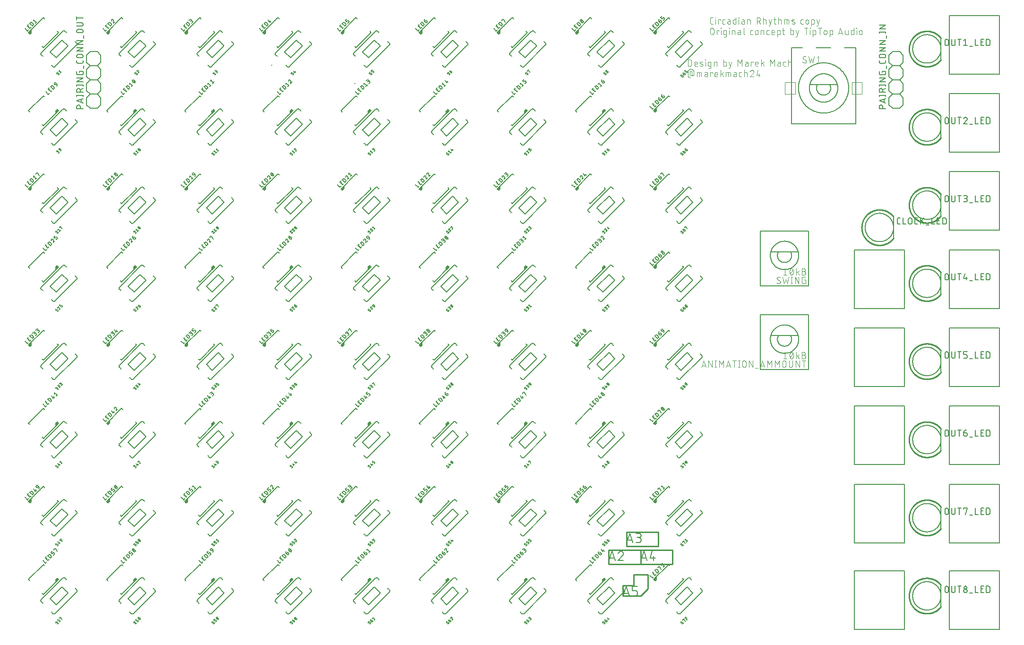
<source format=gbr>
G04 EAGLE Gerber X2 export*
%TF.Part,Single*%
%TF.FileFunction,Legend,Top,1*%
%TF.FilePolarity,Positive*%
%TF.GenerationSoftware,Autodesk,EAGLE,9.1.3*%
%TF.CreationDate,2018-08-22T06:47:52Z*%
G75*
%MOMM*%
%FSLAX34Y34*%
%LPD*%
%AMOC8*
5,1,8,0,0,1.08239X$1,22.5*%
G01*
%ADD10C,0.101600*%
%ADD11C,0.152400*%
%ADD12C,0.254000*%
%ADD13C,0.127000*%
%ADD14C,0.203200*%
%ADD15C,0.000000*%

G36*
X616729Y927121D02*
X616729Y927121D01*
X616753Y927121D01*
X616835Y927155D01*
X616920Y927182D01*
X616942Y927198D01*
X616961Y927205D01*
X616998Y927239D01*
X617071Y927293D01*
X622459Y932682D01*
X622497Y932735D01*
X622542Y932783D01*
X622560Y932827D01*
X622587Y932866D01*
X622604Y932929D01*
X622629Y932990D01*
X622631Y933037D01*
X622643Y933083D01*
X622636Y933148D01*
X622639Y933214D01*
X622625Y933259D01*
X622620Y933306D01*
X622591Y933365D01*
X622571Y933428D01*
X622538Y933472D01*
X622521Y933507D01*
X622492Y933534D01*
X622459Y933578D01*
X619765Y936273D01*
X619711Y936310D01*
X619663Y936355D01*
X619620Y936374D01*
X619581Y936401D01*
X619517Y936417D01*
X619457Y936443D01*
X619409Y936445D01*
X619364Y936457D01*
X619298Y936450D01*
X619233Y936453D01*
X619188Y936438D01*
X619141Y936433D01*
X619082Y936404D01*
X619019Y936384D01*
X618975Y936351D01*
X618939Y936334D01*
X618912Y936305D01*
X618868Y936273D01*
X616174Y933579D01*
X616150Y933544D01*
X616119Y933515D01*
X616086Y933452D01*
X616046Y933394D01*
X616035Y933353D01*
X616016Y933315D01*
X616003Y933226D01*
X615990Y933177D01*
X615992Y933156D01*
X615988Y933130D01*
X615988Y927742D01*
X616004Y927654D01*
X616013Y927566D01*
X616024Y927544D01*
X616028Y927521D01*
X616073Y927444D01*
X616113Y927365D01*
X616130Y927348D01*
X616142Y927328D01*
X616211Y927272D01*
X616276Y927211D01*
X616298Y927201D01*
X616316Y927186D01*
X616401Y927158D01*
X616483Y927123D01*
X616506Y927122D01*
X616529Y927115D01*
X616618Y927117D01*
X616707Y927113D01*
X616729Y927121D01*
G37*
G36*
X196729Y647121D02*
X196729Y647121D01*
X196753Y647121D01*
X196835Y647155D01*
X196920Y647182D01*
X196942Y647198D01*
X196961Y647205D01*
X196998Y647239D01*
X197071Y647293D01*
X202459Y652682D01*
X202497Y652735D01*
X202542Y652783D01*
X202560Y652827D01*
X202587Y652866D01*
X202604Y652929D01*
X202629Y652990D01*
X202631Y653037D01*
X202643Y653083D01*
X202636Y653148D01*
X202639Y653214D01*
X202625Y653259D01*
X202620Y653306D01*
X202591Y653365D01*
X202571Y653428D01*
X202538Y653472D01*
X202521Y653507D01*
X202492Y653534D01*
X202459Y653578D01*
X199765Y656273D01*
X199711Y656310D01*
X199663Y656355D01*
X199620Y656374D01*
X199581Y656401D01*
X199517Y656417D01*
X199457Y656443D01*
X199409Y656445D01*
X199364Y656457D01*
X199298Y656450D01*
X199233Y656453D01*
X199188Y656438D01*
X199141Y656433D01*
X199082Y656404D01*
X199019Y656384D01*
X198975Y656351D01*
X198939Y656334D01*
X198912Y656305D01*
X198868Y656273D01*
X196174Y653579D01*
X196150Y653544D01*
X196119Y653515D01*
X196086Y653452D01*
X196046Y653394D01*
X196035Y653353D01*
X196016Y653315D01*
X196003Y653226D01*
X195990Y653177D01*
X195992Y653156D01*
X195988Y653130D01*
X195988Y647742D01*
X196004Y647654D01*
X196013Y647566D01*
X196024Y647544D01*
X196028Y647521D01*
X196073Y647444D01*
X196113Y647365D01*
X196130Y647348D01*
X196142Y647328D01*
X196211Y647272D01*
X196276Y647211D01*
X196298Y647201D01*
X196316Y647186D01*
X196401Y647158D01*
X196483Y647123D01*
X196506Y647122D01*
X196529Y647115D01*
X196618Y647117D01*
X196707Y647113D01*
X196729Y647121D01*
G37*
G36*
X756729Y647121D02*
X756729Y647121D01*
X756753Y647121D01*
X756835Y647155D01*
X756920Y647182D01*
X756942Y647198D01*
X756961Y647205D01*
X756998Y647239D01*
X757071Y647293D01*
X762459Y652682D01*
X762497Y652735D01*
X762542Y652783D01*
X762560Y652827D01*
X762587Y652866D01*
X762604Y652929D01*
X762629Y652990D01*
X762631Y653037D01*
X762643Y653083D01*
X762636Y653148D01*
X762639Y653214D01*
X762625Y653259D01*
X762620Y653306D01*
X762591Y653365D01*
X762571Y653428D01*
X762538Y653472D01*
X762521Y653507D01*
X762492Y653534D01*
X762459Y653578D01*
X759765Y656273D01*
X759711Y656310D01*
X759663Y656355D01*
X759620Y656374D01*
X759581Y656401D01*
X759517Y656417D01*
X759457Y656443D01*
X759409Y656445D01*
X759364Y656457D01*
X759298Y656450D01*
X759233Y656453D01*
X759188Y656438D01*
X759141Y656433D01*
X759082Y656404D01*
X759019Y656384D01*
X758975Y656351D01*
X758939Y656334D01*
X758912Y656305D01*
X758868Y656273D01*
X756174Y653579D01*
X756150Y653544D01*
X756119Y653515D01*
X756086Y653452D01*
X756046Y653394D01*
X756035Y653353D01*
X756016Y653315D01*
X756003Y653226D01*
X755990Y653177D01*
X755992Y653156D01*
X755988Y653130D01*
X755988Y647742D01*
X756004Y647654D01*
X756013Y647566D01*
X756024Y647544D01*
X756028Y647521D01*
X756073Y647444D01*
X756113Y647365D01*
X756130Y647348D01*
X756142Y647328D01*
X756211Y647272D01*
X756276Y647211D01*
X756298Y647201D01*
X756316Y647186D01*
X756401Y647158D01*
X756483Y647123D01*
X756506Y647122D01*
X756529Y647115D01*
X756618Y647117D01*
X756707Y647113D01*
X756729Y647121D01*
G37*
G36*
X616729Y647121D02*
X616729Y647121D01*
X616753Y647121D01*
X616835Y647155D01*
X616920Y647182D01*
X616942Y647198D01*
X616961Y647205D01*
X616998Y647239D01*
X617071Y647293D01*
X622459Y652682D01*
X622497Y652735D01*
X622542Y652783D01*
X622560Y652827D01*
X622587Y652866D01*
X622604Y652929D01*
X622629Y652990D01*
X622631Y653037D01*
X622643Y653083D01*
X622636Y653148D01*
X622639Y653214D01*
X622625Y653259D01*
X622620Y653306D01*
X622591Y653365D01*
X622571Y653428D01*
X622538Y653472D01*
X622521Y653507D01*
X622492Y653534D01*
X622459Y653578D01*
X619765Y656273D01*
X619711Y656310D01*
X619663Y656355D01*
X619620Y656374D01*
X619581Y656401D01*
X619517Y656417D01*
X619457Y656443D01*
X619409Y656445D01*
X619364Y656457D01*
X619298Y656450D01*
X619233Y656453D01*
X619188Y656438D01*
X619141Y656433D01*
X619082Y656404D01*
X619019Y656384D01*
X618975Y656351D01*
X618939Y656334D01*
X618912Y656305D01*
X618868Y656273D01*
X616174Y653579D01*
X616150Y653544D01*
X616119Y653515D01*
X616086Y653452D01*
X616046Y653394D01*
X616035Y653353D01*
X616016Y653315D01*
X616003Y653226D01*
X615990Y653177D01*
X615992Y653156D01*
X615988Y653130D01*
X615988Y647742D01*
X616004Y647654D01*
X616013Y647566D01*
X616024Y647544D01*
X616028Y647521D01*
X616073Y647444D01*
X616113Y647365D01*
X616130Y647348D01*
X616142Y647328D01*
X616211Y647272D01*
X616276Y647211D01*
X616298Y647201D01*
X616316Y647186D01*
X616401Y647158D01*
X616483Y647123D01*
X616506Y647122D01*
X616529Y647115D01*
X616618Y647117D01*
X616707Y647113D01*
X616729Y647121D01*
G37*
G36*
X56729Y647121D02*
X56729Y647121D01*
X56753Y647121D01*
X56835Y647155D01*
X56920Y647182D01*
X56942Y647198D01*
X56961Y647205D01*
X56998Y647239D01*
X57071Y647293D01*
X62459Y652682D01*
X62497Y652735D01*
X62542Y652783D01*
X62560Y652827D01*
X62587Y652866D01*
X62604Y652929D01*
X62629Y652990D01*
X62631Y653037D01*
X62643Y653083D01*
X62636Y653148D01*
X62639Y653214D01*
X62625Y653259D01*
X62620Y653306D01*
X62591Y653365D01*
X62571Y653428D01*
X62538Y653472D01*
X62521Y653507D01*
X62492Y653534D01*
X62459Y653578D01*
X59765Y656273D01*
X59711Y656310D01*
X59663Y656355D01*
X59620Y656374D01*
X59581Y656401D01*
X59517Y656417D01*
X59457Y656443D01*
X59409Y656445D01*
X59364Y656457D01*
X59298Y656450D01*
X59233Y656453D01*
X59188Y656438D01*
X59141Y656433D01*
X59082Y656404D01*
X59019Y656384D01*
X58975Y656351D01*
X58939Y656334D01*
X58912Y656305D01*
X58868Y656273D01*
X56174Y653579D01*
X56150Y653544D01*
X56119Y653515D01*
X56086Y653452D01*
X56046Y653394D01*
X56035Y653353D01*
X56016Y653315D01*
X56003Y653226D01*
X55990Y653177D01*
X55992Y653156D01*
X55988Y653130D01*
X55988Y647742D01*
X56004Y647654D01*
X56013Y647566D01*
X56024Y647544D01*
X56028Y647521D01*
X56073Y647444D01*
X56113Y647365D01*
X56130Y647348D01*
X56142Y647328D01*
X56211Y647272D01*
X56276Y647211D01*
X56298Y647201D01*
X56316Y647186D01*
X56401Y647158D01*
X56483Y647123D01*
X56506Y647122D01*
X56529Y647115D01*
X56618Y647117D01*
X56707Y647113D01*
X56729Y647121D01*
G37*
G36*
X1036729Y647121D02*
X1036729Y647121D01*
X1036753Y647121D01*
X1036835Y647155D01*
X1036920Y647182D01*
X1036942Y647198D01*
X1036961Y647205D01*
X1036998Y647239D01*
X1037071Y647293D01*
X1042459Y652682D01*
X1042497Y652735D01*
X1042542Y652783D01*
X1042560Y652827D01*
X1042587Y652866D01*
X1042604Y652929D01*
X1042629Y652990D01*
X1042631Y653037D01*
X1042643Y653083D01*
X1042636Y653148D01*
X1042639Y653214D01*
X1042625Y653259D01*
X1042620Y653306D01*
X1042591Y653365D01*
X1042571Y653428D01*
X1042538Y653472D01*
X1042521Y653507D01*
X1042492Y653534D01*
X1042459Y653578D01*
X1039765Y656273D01*
X1039711Y656310D01*
X1039663Y656355D01*
X1039620Y656374D01*
X1039581Y656401D01*
X1039517Y656417D01*
X1039457Y656443D01*
X1039409Y656445D01*
X1039364Y656457D01*
X1039298Y656450D01*
X1039233Y656453D01*
X1039188Y656438D01*
X1039141Y656433D01*
X1039082Y656404D01*
X1039019Y656384D01*
X1038975Y656351D01*
X1038939Y656334D01*
X1038912Y656305D01*
X1038868Y656273D01*
X1036174Y653579D01*
X1036150Y653544D01*
X1036119Y653515D01*
X1036086Y653452D01*
X1036046Y653394D01*
X1036035Y653353D01*
X1036016Y653315D01*
X1036003Y653226D01*
X1035990Y653177D01*
X1035992Y653156D01*
X1035988Y653130D01*
X1035988Y647742D01*
X1036004Y647654D01*
X1036013Y647566D01*
X1036024Y647544D01*
X1036028Y647521D01*
X1036073Y647444D01*
X1036113Y647365D01*
X1036130Y647348D01*
X1036142Y647328D01*
X1036211Y647272D01*
X1036276Y647211D01*
X1036298Y647201D01*
X1036316Y647186D01*
X1036401Y647158D01*
X1036483Y647123D01*
X1036506Y647122D01*
X1036529Y647115D01*
X1036618Y647117D01*
X1036707Y647113D01*
X1036729Y647121D01*
G37*
G36*
X896729Y647121D02*
X896729Y647121D01*
X896753Y647121D01*
X896835Y647155D01*
X896920Y647182D01*
X896942Y647198D01*
X896961Y647205D01*
X896998Y647239D01*
X897071Y647293D01*
X902459Y652682D01*
X902497Y652735D01*
X902542Y652783D01*
X902560Y652827D01*
X902587Y652866D01*
X902604Y652929D01*
X902629Y652990D01*
X902631Y653037D01*
X902643Y653083D01*
X902636Y653148D01*
X902639Y653214D01*
X902625Y653259D01*
X902620Y653306D01*
X902591Y653365D01*
X902571Y653428D01*
X902538Y653472D01*
X902521Y653507D01*
X902492Y653534D01*
X902459Y653578D01*
X899765Y656273D01*
X899711Y656310D01*
X899663Y656355D01*
X899620Y656374D01*
X899581Y656401D01*
X899517Y656417D01*
X899457Y656443D01*
X899409Y656445D01*
X899364Y656457D01*
X899298Y656450D01*
X899233Y656453D01*
X899188Y656438D01*
X899141Y656433D01*
X899082Y656404D01*
X899019Y656384D01*
X898975Y656351D01*
X898939Y656334D01*
X898912Y656305D01*
X898868Y656273D01*
X896174Y653579D01*
X896150Y653544D01*
X896119Y653515D01*
X896086Y653452D01*
X896046Y653394D01*
X896035Y653353D01*
X896016Y653315D01*
X896003Y653226D01*
X895990Y653177D01*
X895992Y653156D01*
X895988Y653130D01*
X895988Y647742D01*
X896004Y647654D01*
X896013Y647566D01*
X896024Y647544D01*
X896028Y647521D01*
X896073Y647444D01*
X896113Y647365D01*
X896130Y647348D01*
X896142Y647328D01*
X896211Y647272D01*
X896276Y647211D01*
X896298Y647201D01*
X896316Y647186D01*
X896401Y647158D01*
X896483Y647123D01*
X896506Y647122D01*
X896529Y647115D01*
X896618Y647117D01*
X896707Y647113D01*
X896729Y647121D01*
G37*
G36*
X476729Y647121D02*
X476729Y647121D01*
X476753Y647121D01*
X476835Y647155D01*
X476920Y647182D01*
X476942Y647198D01*
X476961Y647205D01*
X476998Y647239D01*
X477071Y647293D01*
X482459Y652682D01*
X482497Y652735D01*
X482542Y652783D01*
X482560Y652827D01*
X482587Y652866D01*
X482604Y652929D01*
X482629Y652990D01*
X482631Y653037D01*
X482643Y653083D01*
X482636Y653148D01*
X482639Y653214D01*
X482625Y653259D01*
X482620Y653306D01*
X482591Y653365D01*
X482571Y653428D01*
X482538Y653472D01*
X482521Y653507D01*
X482492Y653534D01*
X482459Y653578D01*
X479765Y656273D01*
X479711Y656310D01*
X479663Y656355D01*
X479620Y656374D01*
X479581Y656401D01*
X479517Y656417D01*
X479457Y656443D01*
X479409Y656445D01*
X479364Y656457D01*
X479298Y656450D01*
X479233Y656453D01*
X479188Y656438D01*
X479141Y656433D01*
X479082Y656404D01*
X479019Y656384D01*
X478975Y656351D01*
X478939Y656334D01*
X478912Y656305D01*
X478868Y656273D01*
X476174Y653579D01*
X476150Y653544D01*
X476119Y653515D01*
X476086Y653452D01*
X476046Y653394D01*
X476035Y653353D01*
X476016Y653315D01*
X476003Y653226D01*
X475990Y653177D01*
X475992Y653156D01*
X475988Y653130D01*
X475988Y647742D01*
X476004Y647654D01*
X476013Y647566D01*
X476024Y647544D01*
X476028Y647521D01*
X476073Y647444D01*
X476113Y647365D01*
X476130Y647348D01*
X476142Y647328D01*
X476211Y647272D01*
X476276Y647211D01*
X476298Y647201D01*
X476316Y647186D01*
X476401Y647158D01*
X476483Y647123D01*
X476506Y647122D01*
X476529Y647115D01*
X476618Y647117D01*
X476707Y647113D01*
X476729Y647121D01*
G37*
G36*
X336729Y647121D02*
X336729Y647121D01*
X336753Y647121D01*
X336835Y647155D01*
X336920Y647182D01*
X336942Y647198D01*
X336961Y647205D01*
X336998Y647239D01*
X337071Y647293D01*
X342459Y652682D01*
X342497Y652735D01*
X342542Y652783D01*
X342560Y652827D01*
X342587Y652866D01*
X342604Y652929D01*
X342629Y652990D01*
X342631Y653037D01*
X342643Y653083D01*
X342636Y653148D01*
X342639Y653214D01*
X342625Y653259D01*
X342620Y653306D01*
X342591Y653365D01*
X342571Y653428D01*
X342538Y653472D01*
X342521Y653507D01*
X342492Y653534D01*
X342459Y653578D01*
X339765Y656273D01*
X339711Y656310D01*
X339663Y656355D01*
X339620Y656374D01*
X339581Y656401D01*
X339517Y656417D01*
X339457Y656443D01*
X339409Y656445D01*
X339364Y656457D01*
X339298Y656450D01*
X339233Y656453D01*
X339188Y656438D01*
X339141Y656433D01*
X339082Y656404D01*
X339019Y656384D01*
X338975Y656351D01*
X338939Y656334D01*
X338912Y656305D01*
X338868Y656273D01*
X336174Y653579D01*
X336150Y653544D01*
X336119Y653515D01*
X336086Y653452D01*
X336046Y653394D01*
X336035Y653353D01*
X336016Y653315D01*
X336003Y653226D01*
X335990Y653177D01*
X335992Y653156D01*
X335988Y653130D01*
X335988Y647742D01*
X336004Y647654D01*
X336013Y647566D01*
X336024Y647544D01*
X336028Y647521D01*
X336073Y647444D01*
X336113Y647365D01*
X336130Y647348D01*
X336142Y647328D01*
X336211Y647272D01*
X336276Y647211D01*
X336298Y647201D01*
X336316Y647186D01*
X336401Y647158D01*
X336483Y647123D01*
X336506Y647122D01*
X336529Y647115D01*
X336618Y647117D01*
X336707Y647113D01*
X336729Y647121D01*
G37*
G36*
X1036729Y927121D02*
X1036729Y927121D01*
X1036753Y927121D01*
X1036835Y927155D01*
X1036920Y927182D01*
X1036942Y927198D01*
X1036961Y927205D01*
X1036998Y927239D01*
X1037071Y927293D01*
X1042459Y932682D01*
X1042497Y932735D01*
X1042542Y932783D01*
X1042560Y932827D01*
X1042587Y932866D01*
X1042604Y932929D01*
X1042629Y932990D01*
X1042631Y933037D01*
X1042643Y933083D01*
X1042636Y933148D01*
X1042639Y933214D01*
X1042625Y933259D01*
X1042620Y933306D01*
X1042591Y933365D01*
X1042571Y933428D01*
X1042538Y933472D01*
X1042521Y933507D01*
X1042492Y933534D01*
X1042459Y933578D01*
X1039765Y936273D01*
X1039711Y936310D01*
X1039663Y936355D01*
X1039620Y936374D01*
X1039581Y936401D01*
X1039517Y936417D01*
X1039457Y936443D01*
X1039409Y936445D01*
X1039364Y936457D01*
X1039298Y936450D01*
X1039233Y936453D01*
X1039188Y936438D01*
X1039141Y936433D01*
X1039082Y936404D01*
X1039019Y936384D01*
X1038975Y936351D01*
X1038939Y936334D01*
X1038912Y936305D01*
X1038868Y936273D01*
X1036174Y933579D01*
X1036150Y933544D01*
X1036119Y933515D01*
X1036086Y933452D01*
X1036046Y933394D01*
X1036035Y933353D01*
X1036016Y933315D01*
X1036003Y933226D01*
X1035990Y933177D01*
X1035992Y933156D01*
X1035988Y933130D01*
X1035988Y927742D01*
X1036004Y927654D01*
X1036013Y927566D01*
X1036024Y927544D01*
X1036028Y927521D01*
X1036073Y927444D01*
X1036113Y927365D01*
X1036130Y927348D01*
X1036142Y927328D01*
X1036211Y927272D01*
X1036276Y927211D01*
X1036298Y927201D01*
X1036316Y927186D01*
X1036401Y927158D01*
X1036483Y927123D01*
X1036506Y927122D01*
X1036529Y927115D01*
X1036618Y927117D01*
X1036707Y927113D01*
X1036729Y927121D01*
G37*
G36*
X56729Y927121D02*
X56729Y927121D01*
X56753Y927121D01*
X56835Y927155D01*
X56920Y927182D01*
X56942Y927198D01*
X56961Y927205D01*
X56998Y927239D01*
X57071Y927293D01*
X62459Y932682D01*
X62497Y932735D01*
X62542Y932783D01*
X62560Y932827D01*
X62587Y932866D01*
X62604Y932929D01*
X62629Y932990D01*
X62631Y933037D01*
X62643Y933083D01*
X62636Y933148D01*
X62639Y933214D01*
X62625Y933259D01*
X62620Y933306D01*
X62591Y933365D01*
X62571Y933428D01*
X62538Y933472D01*
X62521Y933507D01*
X62492Y933534D01*
X62459Y933578D01*
X59765Y936273D01*
X59711Y936310D01*
X59663Y936355D01*
X59620Y936374D01*
X59581Y936401D01*
X59517Y936417D01*
X59457Y936443D01*
X59409Y936445D01*
X59364Y936457D01*
X59298Y936450D01*
X59233Y936453D01*
X59188Y936438D01*
X59141Y936433D01*
X59082Y936404D01*
X59019Y936384D01*
X58975Y936351D01*
X58939Y936334D01*
X58912Y936305D01*
X58868Y936273D01*
X56174Y933579D01*
X56150Y933544D01*
X56119Y933515D01*
X56086Y933452D01*
X56046Y933394D01*
X56035Y933353D01*
X56016Y933315D01*
X56003Y933226D01*
X55990Y933177D01*
X55992Y933156D01*
X55988Y933130D01*
X55988Y927742D01*
X56004Y927654D01*
X56013Y927566D01*
X56024Y927544D01*
X56028Y927521D01*
X56073Y927444D01*
X56113Y927365D01*
X56130Y927348D01*
X56142Y927328D01*
X56211Y927272D01*
X56276Y927211D01*
X56298Y927201D01*
X56316Y927186D01*
X56401Y927158D01*
X56483Y927123D01*
X56506Y927122D01*
X56529Y927115D01*
X56618Y927117D01*
X56707Y927113D01*
X56729Y927121D01*
G37*
G36*
X896729Y927121D02*
X896729Y927121D01*
X896753Y927121D01*
X896835Y927155D01*
X896920Y927182D01*
X896942Y927198D01*
X896961Y927205D01*
X896998Y927239D01*
X897071Y927293D01*
X902459Y932682D01*
X902497Y932735D01*
X902542Y932783D01*
X902560Y932827D01*
X902587Y932866D01*
X902604Y932929D01*
X902629Y932990D01*
X902631Y933037D01*
X902643Y933083D01*
X902636Y933148D01*
X902639Y933214D01*
X902625Y933259D01*
X902620Y933306D01*
X902591Y933365D01*
X902571Y933428D01*
X902538Y933472D01*
X902521Y933507D01*
X902492Y933534D01*
X902459Y933578D01*
X899765Y936273D01*
X899711Y936310D01*
X899663Y936355D01*
X899620Y936374D01*
X899581Y936401D01*
X899517Y936417D01*
X899457Y936443D01*
X899409Y936445D01*
X899364Y936457D01*
X899298Y936450D01*
X899233Y936453D01*
X899188Y936438D01*
X899141Y936433D01*
X899082Y936404D01*
X899019Y936384D01*
X898975Y936351D01*
X898939Y936334D01*
X898912Y936305D01*
X898868Y936273D01*
X896174Y933579D01*
X896150Y933544D01*
X896119Y933515D01*
X896086Y933452D01*
X896046Y933394D01*
X896035Y933353D01*
X896016Y933315D01*
X896003Y933226D01*
X895990Y933177D01*
X895992Y933156D01*
X895988Y933130D01*
X895988Y927742D01*
X896004Y927654D01*
X896013Y927566D01*
X896024Y927544D01*
X896028Y927521D01*
X896073Y927444D01*
X896113Y927365D01*
X896130Y927348D01*
X896142Y927328D01*
X896211Y927272D01*
X896276Y927211D01*
X896298Y927201D01*
X896316Y927186D01*
X896401Y927158D01*
X896483Y927123D01*
X896506Y927122D01*
X896529Y927115D01*
X896618Y927117D01*
X896707Y927113D01*
X896729Y927121D01*
G37*
G36*
X336729Y927121D02*
X336729Y927121D01*
X336753Y927121D01*
X336835Y927155D01*
X336920Y927182D01*
X336942Y927198D01*
X336961Y927205D01*
X336998Y927239D01*
X337071Y927293D01*
X342459Y932682D01*
X342497Y932735D01*
X342542Y932783D01*
X342560Y932827D01*
X342587Y932866D01*
X342604Y932929D01*
X342629Y932990D01*
X342631Y933037D01*
X342643Y933083D01*
X342636Y933148D01*
X342639Y933214D01*
X342625Y933259D01*
X342620Y933306D01*
X342591Y933365D01*
X342571Y933428D01*
X342538Y933472D01*
X342521Y933507D01*
X342492Y933534D01*
X342459Y933578D01*
X339765Y936273D01*
X339711Y936310D01*
X339663Y936355D01*
X339620Y936374D01*
X339581Y936401D01*
X339517Y936417D01*
X339457Y936443D01*
X339409Y936445D01*
X339364Y936457D01*
X339298Y936450D01*
X339233Y936453D01*
X339188Y936438D01*
X339141Y936433D01*
X339082Y936404D01*
X339019Y936384D01*
X338975Y936351D01*
X338939Y936334D01*
X338912Y936305D01*
X338868Y936273D01*
X336174Y933579D01*
X336150Y933544D01*
X336119Y933515D01*
X336086Y933452D01*
X336046Y933394D01*
X336035Y933353D01*
X336016Y933315D01*
X336003Y933226D01*
X335990Y933177D01*
X335992Y933156D01*
X335988Y933130D01*
X335988Y927742D01*
X336004Y927654D01*
X336013Y927566D01*
X336024Y927544D01*
X336028Y927521D01*
X336073Y927444D01*
X336113Y927365D01*
X336130Y927348D01*
X336142Y927328D01*
X336211Y927272D01*
X336276Y927211D01*
X336298Y927201D01*
X336316Y927186D01*
X336401Y927158D01*
X336483Y927123D01*
X336506Y927122D01*
X336529Y927115D01*
X336618Y927117D01*
X336707Y927113D01*
X336729Y927121D01*
G37*
G36*
X476729Y927121D02*
X476729Y927121D01*
X476753Y927121D01*
X476835Y927155D01*
X476920Y927182D01*
X476942Y927198D01*
X476961Y927205D01*
X476998Y927239D01*
X477071Y927293D01*
X482459Y932682D01*
X482497Y932735D01*
X482542Y932783D01*
X482560Y932827D01*
X482587Y932866D01*
X482604Y932929D01*
X482629Y932990D01*
X482631Y933037D01*
X482643Y933083D01*
X482636Y933148D01*
X482639Y933214D01*
X482625Y933259D01*
X482620Y933306D01*
X482591Y933365D01*
X482571Y933428D01*
X482538Y933472D01*
X482521Y933507D01*
X482492Y933534D01*
X482459Y933578D01*
X479765Y936273D01*
X479711Y936310D01*
X479663Y936355D01*
X479620Y936374D01*
X479581Y936401D01*
X479517Y936417D01*
X479457Y936443D01*
X479409Y936445D01*
X479364Y936457D01*
X479298Y936450D01*
X479233Y936453D01*
X479188Y936438D01*
X479141Y936433D01*
X479082Y936404D01*
X479019Y936384D01*
X478975Y936351D01*
X478939Y936334D01*
X478912Y936305D01*
X478868Y936273D01*
X476174Y933579D01*
X476150Y933544D01*
X476119Y933515D01*
X476086Y933452D01*
X476046Y933394D01*
X476035Y933353D01*
X476016Y933315D01*
X476003Y933226D01*
X475990Y933177D01*
X475992Y933156D01*
X475988Y933130D01*
X475988Y927742D01*
X476004Y927654D01*
X476013Y927566D01*
X476024Y927544D01*
X476028Y927521D01*
X476073Y927444D01*
X476113Y927365D01*
X476130Y927348D01*
X476142Y927328D01*
X476211Y927272D01*
X476276Y927211D01*
X476298Y927201D01*
X476316Y927186D01*
X476401Y927158D01*
X476483Y927123D01*
X476506Y927122D01*
X476529Y927115D01*
X476618Y927117D01*
X476707Y927113D01*
X476729Y927121D01*
G37*
G36*
X196729Y927121D02*
X196729Y927121D01*
X196753Y927121D01*
X196835Y927155D01*
X196920Y927182D01*
X196942Y927198D01*
X196961Y927205D01*
X196998Y927239D01*
X197071Y927293D01*
X202459Y932682D01*
X202497Y932735D01*
X202542Y932783D01*
X202560Y932827D01*
X202587Y932866D01*
X202604Y932929D01*
X202629Y932990D01*
X202631Y933037D01*
X202643Y933083D01*
X202636Y933148D01*
X202639Y933214D01*
X202625Y933259D01*
X202620Y933306D01*
X202591Y933365D01*
X202571Y933428D01*
X202538Y933472D01*
X202521Y933507D01*
X202492Y933534D01*
X202459Y933578D01*
X199765Y936273D01*
X199711Y936310D01*
X199663Y936355D01*
X199620Y936374D01*
X199581Y936401D01*
X199517Y936417D01*
X199457Y936443D01*
X199409Y936445D01*
X199364Y936457D01*
X199298Y936450D01*
X199233Y936453D01*
X199188Y936438D01*
X199141Y936433D01*
X199082Y936404D01*
X199019Y936384D01*
X198975Y936351D01*
X198939Y936334D01*
X198912Y936305D01*
X198868Y936273D01*
X196174Y933579D01*
X196150Y933544D01*
X196119Y933515D01*
X196086Y933452D01*
X196046Y933394D01*
X196035Y933353D01*
X196016Y933315D01*
X196003Y933226D01*
X195990Y933177D01*
X195992Y933156D01*
X195988Y933130D01*
X195988Y927742D01*
X196004Y927654D01*
X196013Y927566D01*
X196024Y927544D01*
X196028Y927521D01*
X196073Y927444D01*
X196113Y927365D01*
X196130Y927348D01*
X196142Y927328D01*
X196211Y927272D01*
X196276Y927211D01*
X196298Y927201D01*
X196316Y927186D01*
X196401Y927158D01*
X196483Y927123D01*
X196506Y927122D01*
X196529Y927115D01*
X196618Y927117D01*
X196707Y927113D01*
X196729Y927121D01*
G37*
G36*
X756729Y927121D02*
X756729Y927121D01*
X756753Y927121D01*
X756835Y927155D01*
X756920Y927182D01*
X756942Y927198D01*
X756961Y927205D01*
X756998Y927239D01*
X757071Y927293D01*
X762459Y932682D01*
X762497Y932735D01*
X762542Y932783D01*
X762560Y932827D01*
X762587Y932866D01*
X762604Y932929D01*
X762629Y932990D01*
X762631Y933037D01*
X762643Y933083D01*
X762636Y933148D01*
X762639Y933214D01*
X762625Y933259D01*
X762620Y933306D01*
X762591Y933365D01*
X762571Y933428D01*
X762538Y933472D01*
X762521Y933507D01*
X762492Y933534D01*
X762459Y933578D01*
X759765Y936273D01*
X759711Y936310D01*
X759663Y936355D01*
X759620Y936374D01*
X759581Y936401D01*
X759517Y936417D01*
X759457Y936443D01*
X759409Y936445D01*
X759364Y936457D01*
X759298Y936450D01*
X759233Y936453D01*
X759188Y936438D01*
X759141Y936433D01*
X759082Y936404D01*
X759019Y936384D01*
X758975Y936351D01*
X758939Y936334D01*
X758912Y936305D01*
X758868Y936273D01*
X756174Y933579D01*
X756150Y933544D01*
X756119Y933515D01*
X756086Y933452D01*
X756046Y933394D01*
X756035Y933353D01*
X756016Y933315D01*
X756003Y933226D01*
X755990Y933177D01*
X755992Y933156D01*
X755988Y933130D01*
X755988Y927742D01*
X756004Y927654D01*
X756013Y927566D01*
X756024Y927544D01*
X756028Y927521D01*
X756073Y927444D01*
X756113Y927365D01*
X756130Y927348D01*
X756142Y927328D01*
X756211Y927272D01*
X756276Y927211D01*
X756298Y927201D01*
X756316Y927186D01*
X756401Y927158D01*
X756483Y927123D01*
X756506Y927122D01*
X756529Y927115D01*
X756618Y927117D01*
X756707Y927113D01*
X756729Y927121D01*
G37*
G36*
X896729Y87121D02*
X896729Y87121D01*
X896753Y87121D01*
X896835Y87155D01*
X896920Y87182D01*
X896942Y87198D01*
X896961Y87205D01*
X896998Y87239D01*
X897071Y87293D01*
X902459Y92682D01*
X902497Y92736D01*
X902542Y92783D01*
X902560Y92827D01*
X902587Y92866D01*
X902604Y92929D01*
X902629Y92990D01*
X902631Y93037D01*
X902643Y93083D01*
X902636Y93148D01*
X902639Y93214D01*
X902625Y93259D01*
X902620Y93306D01*
X902591Y93365D01*
X902571Y93428D01*
X902538Y93472D01*
X902521Y93507D01*
X902492Y93534D01*
X902459Y93578D01*
X899765Y96273D01*
X899711Y96310D01*
X899663Y96355D01*
X899620Y96374D01*
X899581Y96401D01*
X899517Y96417D01*
X899457Y96443D01*
X899409Y96445D01*
X899364Y96457D01*
X899298Y96450D01*
X899233Y96453D01*
X899188Y96438D01*
X899141Y96433D01*
X899082Y96404D01*
X899019Y96384D01*
X898975Y96351D01*
X898939Y96334D01*
X898912Y96305D01*
X898868Y96273D01*
X896174Y93579D01*
X896150Y93544D01*
X896119Y93515D01*
X896086Y93452D01*
X896046Y93394D01*
X896035Y93353D01*
X896016Y93315D01*
X896003Y93226D01*
X895990Y93177D01*
X895992Y93156D01*
X895988Y93130D01*
X895988Y87742D01*
X896004Y87654D01*
X896013Y87566D01*
X896024Y87544D01*
X896028Y87521D01*
X896073Y87444D01*
X896113Y87365D01*
X896130Y87348D01*
X896142Y87328D01*
X896211Y87272D01*
X896276Y87211D01*
X896298Y87201D01*
X896316Y87186D01*
X896401Y87158D01*
X896483Y87123D01*
X896506Y87122D01*
X896529Y87115D01*
X896618Y87117D01*
X896707Y87113D01*
X896729Y87121D01*
G37*
G36*
X56729Y367121D02*
X56729Y367121D01*
X56753Y367121D01*
X56835Y367155D01*
X56920Y367182D01*
X56942Y367198D01*
X56961Y367205D01*
X56998Y367239D01*
X57071Y367293D01*
X62459Y372682D01*
X62497Y372736D01*
X62542Y372783D01*
X62560Y372827D01*
X62587Y372866D01*
X62604Y372929D01*
X62629Y372990D01*
X62631Y373037D01*
X62643Y373083D01*
X62636Y373148D01*
X62639Y373214D01*
X62625Y373259D01*
X62620Y373306D01*
X62591Y373365D01*
X62571Y373428D01*
X62538Y373472D01*
X62521Y373507D01*
X62492Y373534D01*
X62459Y373578D01*
X59765Y376273D01*
X59711Y376310D01*
X59663Y376355D01*
X59620Y376374D01*
X59581Y376401D01*
X59517Y376417D01*
X59457Y376443D01*
X59409Y376445D01*
X59364Y376457D01*
X59298Y376450D01*
X59233Y376453D01*
X59188Y376438D01*
X59141Y376433D01*
X59082Y376404D01*
X59019Y376384D01*
X58975Y376351D01*
X58939Y376334D01*
X58912Y376305D01*
X58868Y376273D01*
X56174Y373579D01*
X56150Y373544D01*
X56119Y373515D01*
X56086Y373452D01*
X56046Y373394D01*
X56035Y373353D01*
X56016Y373315D01*
X56003Y373226D01*
X55990Y373177D01*
X55992Y373156D01*
X55988Y373130D01*
X55988Y367742D01*
X56004Y367654D01*
X56013Y367566D01*
X56024Y367544D01*
X56028Y367521D01*
X56073Y367444D01*
X56113Y367365D01*
X56130Y367348D01*
X56142Y367328D01*
X56211Y367272D01*
X56276Y367211D01*
X56298Y367201D01*
X56316Y367186D01*
X56401Y367158D01*
X56483Y367123D01*
X56506Y367122D01*
X56529Y367115D01*
X56618Y367117D01*
X56707Y367113D01*
X56729Y367121D01*
G37*
G36*
X1036729Y367121D02*
X1036729Y367121D01*
X1036753Y367121D01*
X1036835Y367155D01*
X1036920Y367182D01*
X1036942Y367198D01*
X1036961Y367205D01*
X1036998Y367239D01*
X1037071Y367293D01*
X1042459Y372682D01*
X1042497Y372736D01*
X1042542Y372783D01*
X1042560Y372827D01*
X1042587Y372866D01*
X1042604Y372929D01*
X1042629Y372990D01*
X1042631Y373037D01*
X1042643Y373083D01*
X1042636Y373148D01*
X1042639Y373214D01*
X1042625Y373259D01*
X1042620Y373306D01*
X1042591Y373365D01*
X1042571Y373428D01*
X1042538Y373472D01*
X1042521Y373507D01*
X1042492Y373534D01*
X1042459Y373578D01*
X1039765Y376273D01*
X1039711Y376310D01*
X1039663Y376355D01*
X1039620Y376374D01*
X1039581Y376401D01*
X1039517Y376417D01*
X1039457Y376443D01*
X1039409Y376445D01*
X1039364Y376457D01*
X1039298Y376450D01*
X1039233Y376453D01*
X1039188Y376438D01*
X1039141Y376433D01*
X1039082Y376404D01*
X1039019Y376384D01*
X1038975Y376351D01*
X1038939Y376334D01*
X1038912Y376305D01*
X1038868Y376273D01*
X1036174Y373579D01*
X1036150Y373544D01*
X1036119Y373515D01*
X1036086Y373452D01*
X1036046Y373394D01*
X1036035Y373353D01*
X1036016Y373315D01*
X1036003Y373226D01*
X1035990Y373177D01*
X1035992Y373156D01*
X1035988Y373130D01*
X1035988Y367742D01*
X1036004Y367654D01*
X1036013Y367566D01*
X1036024Y367544D01*
X1036028Y367521D01*
X1036073Y367444D01*
X1036113Y367365D01*
X1036130Y367348D01*
X1036142Y367328D01*
X1036211Y367272D01*
X1036276Y367211D01*
X1036298Y367201D01*
X1036316Y367186D01*
X1036401Y367158D01*
X1036483Y367123D01*
X1036506Y367122D01*
X1036529Y367115D01*
X1036618Y367117D01*
X1036707Y367113D01*
X1036729Y367121D01*
G37*
G36*
X616729Y367121D02*
X616729Y367121D01*
X616753Y367121D01*
X616835Y367155D01*
X616920Y367182D01*
X616942Y367198D01*
X616961Y367205D01*
X616998Y367239D01*
X617071Y367293D01*
X622459Y372682D01*
X622497Y372736D01*
X622542Y372783D01*
X622560Y372827D01*
X622587Y372866D01*
X622604Y372929D01*
X622629Y372990D01*
X622631Y373037D01*
X622643Y373083D01*
X622636Y373148D01*
X622639Y373214D01*
X622625Y373259D01*
X622620Y373306D01*
X622591Y373365D01*
X622571Y373428D01*
X622538Y373472D01*
X622521Y373507D01*
X622492Y373534D01*
X622459Y373578D01*
X619765Y376273D01*
X619711Y376310D01*
X619663Y376355D01*
X619620Y376374D01*
X619581Y376401D01*
X619517Y376417D01*
X619457Y376443D01*
X619409Y376445D01*
X619364Y376457D01*
X619298Y376450D01*
X619233Y376453D01*
X619188Y376438D01*
X619141Y376433D01*
X619082Y376404D01*
X619019Y376384D01*
X618975Y376351D01*
X618939Y376334D01*
X618912Y376305D01*
X618868Y376273D01*
X616174Y373579D01*
X616150Y373544D01*
X616119Y373515D01*
X616086Y373452D01*
X616046Y373394D01*
X616035Y373353D01*
X616016Y373315D01*
X616003Y373226D01*
X615990Y373177D01*
X615992Y373156D01*
X615988Y373130D01*
X615988Y367742D01*
X616004Y367654D01*
X616013Y367566D01*
X616024Y367544D01*
X616028Y367521D01*
X616073Y367444D01*
X616113Y367365D01*
X616130Y367348D01*
X616142Y367328D01*
X616211Y367272D01*
X616276Y367211D01*
X616298Y367201D01*
X616316Y367186D01*
X616401Y367158D01*
X616483Y367123D01*
X616506Y367122D01*
X616529Y367115D01*
X616618Y367117D01*
X616707Y367113D01*
X616729Y367121D01*
G37*
G36*
X336729Y367121D02*
X336729Y367121D01*
X336753Y367121D01*
X336835Y367155D01*
X336920Y367182D01*
X336942Y367198D01*
X336961Y367205D01*
X336998Y367239D01*
X337071Y367293D01*
X342459Y372682D01*
X342497Y372736D01*
X342542Y372783D01*
X342560Y372827D01*
X342587Y372866D01*
X342604Y372929D01*
X342629Y372990D01*
X342631Y373037D01*
X342643Y373083D01*
X342636Y373148D01*
X342639Y373214D01*
X342625Y373259D01*
X342620Y373306D01*
X342591Y373365D01*
X342571Y373428D01*
X342538Y373472D01*
X342521Y373507D01*
X342492Y373534D01*
X342459Y373578D01*
X339765Y376273D01*
X339711Y376310D01*
X339663Y376355D01*
X339620Y376374D01*
X339581Y376401D01*
X339517Y376417D01*
X339457Y376443D01*
X339409Y376445D01*
X339364Y376457D01*
X339298Y376450D01*
X339233Y376453D01*
X339188Y376438D01*
X339141Y376433D01*
X339082Y376404D01*
X339019Y376384D01*
X338975Y376351D01*
X338939Y376334D01*
X338912Y376305D01*
X338868Y376273D01*
X336174Y373579D01*
X336150Y373544D01*
X336119Y373515D01*
X336086Y373452D01*
X336046Y373394D01*
X336035Y373353D01*
X336016Y373315D01*
X336003Y373226D01*
X335990Y373177D01*
X335992Y373156D01*
X335988Y373130D01*
X335988Y367742D01*
X336004Y367654D01*
X336013Y367566D01*
X336024Y367544D01*
X336028Y367521D01*
X336073Y367444D01*
X336113Y367365D01*
X336130Y367348D01*
X336142Y367328D01*
X336211Y367272D01*
X336276Y367211D01*
X336298Y367201D01*
X336316Y367186D01*
X336401Y367158D01*
X336483Y367123D01*
X336506Y367122D01*
X336529Y367115D01*
X336618Y367117D01*
X336707Y367113D01*
X336729Y367121D01*
G37*
G36*
X476729Y367121D02*
X476729Y367121D01*
X476753Y367121D01*
X476835Y367155D01*
X476920Y367182D01*
X476942Y367198D01*
X476961Y367205D01*
X476998Y367239D01*
X477071Y367293D01*
X482459Y372682D01*
X482497Y372736D01*
X482542Y372783D01*
X482560Y372827D01*
X482587Y372866D01*
X482604Y372929D01*
X482629Y372990D01*
X482631Y373037D01*
X482643Y373083D01*
X482636Y373148D01*
X482639Y373214D01*
X482625Y373259D01*
X482620Y373306D01*
X482591Y373365D01*
X482571Y373428D01*
X482538Y373472D01*
X482521Y373507D01*
X482492Y373534D01*
X482459Y373578D01*
X479765Y376273D01*
X479711Y376310D01*
X479663Y376355D01*
X479620Y376374D01*
X479581Y376401D01*
X479517Y376417D01*
X479457Y376443D01*
X479409Y376445D01*
X479364Y376457D01*
X479298Y376450D01*
X479233Y376453D01*
X479188Y376438D01*
X479141Y376433D01*
X479082Y376404D01*
X479019Y376384D01*
X478975Y376351D01*
X478939Y376334D01*
X478912Y376305D01*
X478868Y376273D01*
X476174Y373579D01*
X476150Y373544D01*
X476119Y373515D01*
X476086Y373452D01*
X476046Y373394D01*
X476035Y373353D01*
X476016Y373315D01*
X476003Y373226D01*
X475990Y373177D01*
X475992Y373156D01*
X475988Y373130D01*
X475988Y367742D01*
X476004Y367654D01*
X476013Y367566D01*
X476024Y367544D01*
X476028Y367521D01*
X476073Y367444D01*
X476113Y367365D01*
X476130Y367348D01*
X476142Y367328D01*
X476211Y367272D01*
X476276Y367211D01*
X476298Y367201D01*
X476316Y367186D01*
X476401Y367158D01*
X476483Y367123D01*
X476506Y367122D01*
X476529Y367115D01*
X476618Y367117D01*
X476707Y367113D01*
X476729Y367121D01*
G37*
G36*
X896729Y367121D02*
X896729Y367121D01*
X896753Y367121D01*
X896835Y367155D01*
X896920Y367182D01*
X896942Y367198D01*
X896961Y367205D01*
X896998Y367239D01*
X897071Y367293D01*
X902459Y372682D01*
X902497Y372736D01*
X902542Y372783D01*
X902560Y372827D01*
X902587Y372866D01*
X902604Y372929D01*
X902629Y372990D01*
X902631Y373037D01*
X902643Y373083D01*
X902636Y373148D01*
X902639Y373214D01*
X902625Y373259D01*
X902620Y373306D01*
X902591Y373365D01*
X902571Y373428D01*
X902538Y373472D01*
X902521Y373507D01*
X902492Y373534D01*
X902459Y373578D01*
X899765Y376273D01*
X899711Y376310D01*
X899663Y376355D01*
X899620Y376374D01*
X899581Y376401D01*
X899517Y376417D01*
X899457Y376443D01*
X899409Y376445D01*
X899364Y376457D01*
X899298Y376450D01*
X899233Y376453D01*
X899188Y376438D01*
X899141Y376433D01*
X899082Y376404D01*
X899019Y376384D01*
X898975Y376351D01*
X898939Y376334D01*
X898912Y376305D01*
X898868Y376273D01*
X896174Y373579D01*
X896150Y373544D01*
X896119Y373515D01*
X896086Y373452D01*
X896046Y373394D01*
X896035Y373353D01*
X896016Y373315D01*
X896003Y373226D01*
X895990Y373177D01*
X895992Y373156D01*
X895988Y373130D01*
X895988Y367742D01*
X896004Y367654D01*
X896013Y367566D01*
X896024Y367544D01*
X896028Y367521D01*
X896073Y367444D01*
X896113Y367365D01*
X896130Y367348D01*
X896142Y367328D01*
X896211Y367272D01*
X896276Y367211D01*
X896298Y367201D01*
X896316Y367186D01*
X896401Y367158D01*
X896483Y367123D01*
X896506Y367122D01*
X896529Y367115D01*
X896618Y367117D01*
X896707Y367113D01*
X896729Y367121D01*
G37*
G36*
X756729Y367121D02*
X756729Y367121D01*
X756753Y367121D01*
X756835Y367155D01*
X756920Y367182D01*
X756942Y367198D01*
X756961Y367205D01*
X756998Y367239D01*
X757071Y367293D01*
X762459Y372682D01*
X762497Y372736D01*
X762542Y372783D01*
X762560Y372827D01*
X762587Y372866D01*
X762604Y372929D01*
X762629Y372990D01*
X762631Y373037D01*
X762643Y373083D01*
X762636Y373148D01*
X762639Y373214D01*
X762625Y373259D01*
X762620Y373306D01*
X762591Y373365D01*
X762571Y373428D01*
X762538Y373472D01*
X762521Y373507D01*
X762492Y373534D01*
X762459Y373578D01*
X759765Y376273D01*
X759711Y376310D01*
X759663Y376355D01*
X759620Y376374D01*
X759581Y376401D01*
X759517Y376417D01*
X759457Y376443D01*
X759409Y376445D01*
X759364Y376457D01*
X759298Y376450D01*
X759233Y376453D01*
X759188Y376438D01*
X759141Y376433D01*
X759082Y376404D01*
X759019Y376384D01*
X758975Y376351D01*
X758939Y376334D01*
X758912Y376305D01*
X758868Y376273D01*
X756174Y373579D01*
X756150Y373544D01*
X756119Y373515D01*
X756086Y373452D01*
X756046Y373394D01*
X756035Y373353D01*
X756016Y373315D01*
X756003Y373226D01*
X755990Y373177D01*
X755992Y373156D01*
X755988Y373130D01*
X755988Y367742D01*
X756004Y367654D01*
X756013Y367566D01*
X756024Y367544D01*
X756028Y367521D01*
X756073Y367444D01*
X756113Y367365D01*
X756130Y367348D01*
X756142Y367328D01*
X756211Y367272D01*
X756276Y367211D01*
X756298Y367201D01*
X756316Y367186D01*
X756401Y367158D01*
X756483Y367123D01*
X756506Y367122D01*
X756529Y367115D01*
X756618Y367117D01*
X756707Y367113D01*
X756729Y367121D01*
G37*
G36*
X616729Y87121D02*
X616729Y87121D01*
X616753Y87121D01*
X616835Y87155D01*
X616920Y87182D01*
X616942Y87198D01*
X616961Y87205D01*
X616998Y87239D01*
X617071Y87293D01*
X622459Y92682D01*
X622497Y92736D01*
X622542Y92783D01*
X622560Y92827D01*
X622587Y92866D01*
X622604Y92929D01*
X622629Y92990D01*
X622631Y93037D01*
X622643Y93083D01*
X622636Y93148D01*
X622639Y93214D01*
X622625Y93259D01*
X622620Y93306D01*
X622591Y93365D01*
X622571Y93428D01*
X622538Y93472D01*
X622521Y93507D01*
X622492Y93534D01*
X622459Y93578D01*
X619765Y96273D01*
X619711Y96310D01*
X619663Y96355D01*
X619620Y96374D01*
X619581Y96401D01*
X619517Y96417D01*
X619457Y96443D01*
X619409Y96445D01*
X619364Y96457D01*
X619298Y96450D01*
X619233Y96453D01*
X619188Y96438D01*
X619141Y96433D01*
X619082Y96404D01*
X619019Y96384D01*
X618975Y96351D01*
X618939Y96334D01*
X618912Y96305D01*
X618868Y96273D01*
X616174Y93579D01*
X616150Y93544D01*
X616119Y93515D01*
X616086Y93452D01*
X616046Y93394D01*
X616035Y93353D01*
X616016Y93315D01*
X616003Y93226D01*
X615990Y93177D01*
X615992Y93156D01*
X615988Y93130D01*
X615988Y87742D01*
X616004Y87654D01*
X616013Y87566D01*
X616024Y87544D01*
X616028Y87521D01*
X616073Y87444D01*
X616113Y87365D01*
X616130Y87348D01*
X616142Y87328D01*
X616211Y87272D01*
X616276Y87211D01*
X616298Y87201D01*
X616316Y87186D01*
X616401Y87158D01*
X616483Y87123D01*
X616506Y87122D01*
X616529Y87115D01*
X616618Y87117D01*
X616707Y87113D01*
X616729Y87121D01*
G37*
G36*
X756729Y87121D02*
X756729Y87121D01*
X756753Y87121D01*
X756835Y87155D01*
X756920Y87182D01*
X756942Y87198D01*
X756961Y87205D01*
X756998Y87239D01*
X757071Y87293D01*
X762459Y92682D01*
X762497Y92736D01*
X762542Y92783D01*
X762560Y92827D01*
X762587Y92866D01*
X762604Y92929D01*
X762629Y92990D01*
X762631Y93037D01*
X762643Y93083D01*
X762636Y93148D01*
X762639Y93214D01*
X762625Y93259D01*
X762620Y93306D01*
X762591Y93365D01*
X762571Y93428D01*
X762538Y93472D01*
X762521Y93507D01*
X762492Y93534D01*
X762459Y93578D01*
X759765Y96273D01*
X759711Y96310D01*
X759663Y96355D01*
X759620Y96374D01*
X759581Y96401D01*
X759517Y96417D01*
X759457Y96443D01*
X759409Y96445D01*
X759364Y96457D01*
X759298Y96450D01*
X759233Y96453D01*
X759188Y96438D01*
X759141Y96433D01*
X759082Y96404D01*
X759019Y96384D01*
X758975Y96351D01*
X758939Y96334D01*
X758912Y96305D01*
X758868Y96273D01*
X756174Y93579D01*
X756150Y93544D01*
X756119Y93515D01*
X756086Y93452D01*
X756046Y93394D01*
X756035Y93353D01*
X756016Y93315D01*
X756003Y93226D01*
X755990Y93177D01*
X755992Y93156D01*
X755988Y93130D01*
X755988Y87742D01*
X756004Y87654D01*
X756013Y87566D01*
X756024Y87544D01*
X756028Y87521D01*
X756073Y87444D01*
X756113Y87365D01*
X756130Y87348D01*
X756142Y87328D01*
X756211Y87272D01*
X756276Y87211D01*
X756298Y87201D01*
X756316Y87186D01*
X756401Y87158D01*
X756483Y87123D01*
X756506Y87122D01*
X756529Y87115D01*
X756618Y87117D01*
X756707Y87113D01*
X756729Y87121D01*
G37*
G36*
X196729Y87121D02*
X196729Y87121D01*
X196753Y87121D01*
X196835Y87155D01*
X196920Y87182D01*
X196942Y87198D01*
X196961Y87205D01*
X196998Y87239D01*
X197071Y87293D01*
X202459Y92682D01*
X202497Y92736D01*
X202542Y92783D01*
X202560Y92827D01*
X202587Y92866D01*
X202604Y92929D01*
X202629Y92990D01*
X202631Y93037D01*
X202643Y93083D01*
X202636Y93148D01*
X202639Y93214D01*
X202625Y93259D01*
X202620Y93306D01*
X202591Y93365D01*
X202571Y93428D01*
X202538Y93472D01*
X202521Y93507D01*
X202492Y93534D01*
X202459Y93578D01*
X199765Y96273D01*
X199711Y96310D01*
X199663Y96355D01*
X199620Y96374D01*
X199581Y96401D01*
X199517Y96417D01*
X199457Y96443D01*
X199409Y96445D01*
X199364Y96457D01*
X199298Y96450D01*
X199233Y96453D01*
X199188Y96438D01*
X199141Y96433D01*
X199082Y96404D01*
X199019Y96384D01*
X198975Y96351D01*
X198939Y96334D01*
X198912Y96305D01*
X198868Y96273D01*
X196174Y93579D01*
X196150Y93544D01*
X196119Y93515D01*
X196086Y93452D01*
X196046Y93394D01*
X196035Y93353D01*
X196016Y93315D01*
X196003Y93226D01*
X195990Y93177D01*
X195992Y93156D01*
X195988Y93130D01*
X195988Y87742D01*
X196004Y87654D01*
X196013Y87566D01*
X196024Y87544D01*
X196028Y87521D01*
X196073Y87444D01*
X196113Y87365D01*
X196130Y87348D01*
X196142Y87328D01*
X196211Y87272D01*
X196276Y87211D01*
X196298Y87201D01*
X196316Y87186D01*
X196401Y87158D01*
X196483Y87123D01*
X196506Y87122D01*
X196529Y87115D01*
X196618Y87117D01*
X196707Y87113D01*
X196729Y87121D01*
G37*
G36*
X1036729Y87121D02*
X1036729Y87121D01*
X1036753Y87121D01*
X1036835Y87155D01*
X1036920Y87182D01*
X1036942Y87198D01*
X1036961Y87205D01*
X1036998Y87239D01*
X1037071Y87293D01*
X1042459Y92682D01*
X1042497Y92736D01*
X1042542Y92783D01*
X1042560Y92827D01*
X1042587Y92866D01*
X1042604Y92929D01*
X1042629Y92990D01*
X1042631Y93037D01*
X1042643Y93083D01*
X1042636Y93148D01*
X1042639Y93214D01*
X1042625Y93259D01*
X1042620Y93306D01*
X1042591Y93365D01*
X1042571Y93428D01*
X1042538Y93472D01*
X1042521Y93507D01*
X1042492Y93534D01*
X1042459Y93578D01*
X1039765Y96273D01*
X1039711Y96310D01*
X1039663Y96355D01*
X1039620Y96374D01*
X1039581Y96401D01*
X1039517Y96417D01*
X1039457Y96443D01*
X1039409Y96445D01*
X1039364Y96457D01*
X1039298Y96450D01*
X1039233Y96453D01*
X1039188Y96438D01*
X1039141Y96433D01*
X1039082Y96404D01*
X1039019Y96384D01*
X1038975Y96351D01*
X1038939Y96334D01*
X1038912Y96305D01*
X1038868Y96273D01*
X1036174Y93579D01*
X1036150Y93544D01*
X1036119Y93515D01*
X1036086Y93452D01*
X1036046Y93394D01*
X1036035Y93353D01*
X1036016Y93315D01*
X1036003Y93226D01*
X1035990Y93177D01*
X1035992Y93156D01*
X1035988Y93130D01*
X1035988Y87742D01*
X1036004Y87654D01*
X1036013Y87566D01*
X1036024Y87544D01*
X1036028Y87521D01*
X1036073Y87444D01*
X1036113Y87365D01*
X1036130Y87348D01*
X1036142Y87328D01*
X1036211Y87272D01*
X1036276Y87211D01*
X1036298Y87201D01*
X1036316Y87186D01*
X1036401Y87158D01*
X1036483Y87123D01*
X1036506Y87122D01*
X1036529Y87115D01*
X1036618Y87117D01*
X1036707Y87113D01*
X1036729Y87121D01*
G37*
G36*
X476729Y87121D02*
X476729Y87121D01*
X476753Y87121D01*
X476835Y87155D01*
X476920Y87182D01*
X476942Y87198D01*
X476961Y87205D01*
X476998Y87239D01*
X477071Y87293D01*
X482459Y92682D01*
X482497Y92736D01*
X482542Y92783D01*
X482560Y92827D01*
X482587Y92866D01*
X482604Y92929D01*
X482629Y92990D01*
X482631Y93037D01*
X482643Y93083D01*
X482636Y93148D01*
X482639Y93214D01*
X482625Y93259D01*
X482620Y93306D01*
X482591Y93365D01*
X482571Y93428D01*
X482538Y93472D01*
X482521Y93507D01*
X482492Y93534D01*
X482459Y93578D01*
X479765Y96273D01*
X479711Y96310D01*
X479663Y96355D01*
X479620Y96374D01*
X479581Y96401D01*
X479517Y96417D01*
X479457Y96443D01*
X479409Y96445D01*
X479364Y96457D01*
X479298Y96450D01*
X479233Y96453D01*
X479188Y96438D01*
X479141Y96433D01*
X479082Y96404D01*
X479019Y96384D01*
X478975Y96351D01*
X478939Y96334D01*
X478912Y96305D01*
X478868Y96273D01*
X476174Y93579D01*
X476150Y93544D01*
X476119Y93515D01*
X476086Y93452D01*
X476046Y93394D01*
X476035Y93353D01*
X476016Y93315D01*
X476003Y93226D01*
X475990Y93177D01*
X475992Y93156D01*
X475988Y93130D01*
X475988Y87742D01*
X476004Y87654D01*
X476013Y87566D01*
X476024Y87544D01*
X476028Y87521D01*
X476073Y87444D01*
X476113Y87365D01*
X476130Y87348D01*
X476142Y87328D01*
X476211Y87272D01*
X476276Y87211D01*
X476298Y87201D01*
X476316Y87186D01*
X476401Y87158D01*
X476483Y87123D01*
X476506Y87122D01*
X476529Y87115D01*
X476618Y87117D01*
X476707Y87113D01*
X476729Y87121D01*
G37*
G36*
X56729Y87121D02*
X56729Y87121D01*
X56753Y87121D01*
X56835Y87155D01*
X56920Y87182D01*
X56942Y87198D01*
X56961Y87205D01*
X56998Y87239D01*
X57071Y87293D01*
X62459Y92682D01*
X62497Y92736D01*
X62542Y92783D01*
X62560Y92827D01*
X62587Y92866D01*
X62604Y92929D01*
X62629Y92990D01*
X62631Y93037D01*
X62643Y93083D01*
X62636Y93148D01*
X62639Y93214D01*
X62625Y93259D01*
X62620Y93306D01*
X62591Y93365D01*
X62571Y93428D01*
X62538Y93472D01*
X62521Y93507D01*
X62492Y93534D01*
X62459Y93578D01*
X59765Y96273D01*
X59711Y96310D01*
X59663Y96355D01*
X59620Y96374D01*
X59581Y96401D01*
X59517Y96417D01*
X59457Y96443D01*
X59409Y96445D01*
X59364Y96457D01*
X59298Y96450D01*
X59233Y96453D01*
X59188Y96438D01*
X59141Y96433D01*
X59082Y96404D01*
X59019Y96384D01*
X58975Y96351D01*
X58939Y96334D01*
X58912Y96305D01*
X58868Y96273D01*
X56174Y93579D01*
X56150Y93544D01*
X56119Y93515D01*
X56086Y93452D01*
X56046Y93394D01*
X56035Y93353D01*
X56016Y93315D01*
X56003Y93226D01*
X55990Y93177D01*
X55992Y93156D01*
X55988Y93130D01*
X55988Y87742D01*
X56004Y87654D01*
X56013Y87566D01*
X56024Y87544D01*
X56028Y87521D01*
X56073Y87444D01*
X56113Y87365D01*
X56130Y87348D01*
X56142Y87328D01*
X56211Y87272D01*
X56276Y87211D01*
X56298Y87201D01*
X56316Y87186D01*
X56401Y87158D01*
X56483Y87123D01*
X56506Y87122D01*
X56529Y87115D01*
X56618Y87117D01*
X56707Y87113D01*
X56729Y87121D01*
G37*
G36*
X336729Y87121D02*
X336729Y87121D01*
X336753Y87121D01*
X336835Y87155D01*
X336920Y87182D01*
X336942Y87198D01*
X336961Y87205D01*
X336998Y87239D01*
X337071Y87293D01*
X342459Y92682D01*
X342497Y92736D01*
X342542Y92783D01*
X342560Y92827D01*
X342587Y92866D01*
X342604Y92929D01*
X342629Y92990D01*
X342631Y93037D01*
X342643Y93083D01*
X342636Y93148D01*
X342639Y93214D01*
X342625Y93259D01*
X342620Y93306D01*
X342591Y93365D01*
X342571Y93428D01*
X342538Y93472D01*
X342521Y93507D01*
X342492Y93534D01*
X342459Y93578D01*
X339765Y96273D01*
X339711Y96310D01*
X339663Y96355D01*
X339620Y96374D01*
X339581Y96401D01*
X339517Y96417D01*
X339457Y96443D01*
X339409Y96445D01*
X339364Y96457D01*
X339298Y96450D01*
X339233Y96453D01*
X339188Y96438D01*
X339141Y96433D01*
X339082Y96404D01*
X339019Y96384D01*
X338975Y96351D01*
X338939Y96334D01*
X338912Y96305D01*
X338868Y96273D01*
X336174Y93579D01*
X336150Y93544D01*
X336119Y93515D01*
X336086Y93452D01*
X336046Y93394D01*
X336035Y93353D01*
X336016Y93315D01*
X336003Y93226D01*
X335990Y93177D01*
X335992Y93156D01*
X335988Y93130D01*
X335988Y87742D01*
X336004Y87654D01*
X336013Y87566D01*
X336024Y87544D01*
X336028Y87521D01*
X336073Y87444D01*
X336113Y87365D01*
X336130Y87348D01*
X336142Y87328D01*
X336211Y87272D01*
X336276Y87211D01*
X336298Y87201D01*
X336316Y87186D01*
X336401Y87158D01*
X336483Y87123D01*
X336506Y87122D01*
X336529Y87115D01*
X336618Y87117D01*
X336707Y87113D01*
X336729Y87121D01*
G37*
G36*
X570842Y789810D02*
X570842Y789810D01*
X570907Y789807D01*
X570952Y789822D01*
X570999Y789827D01*
X571058Y789856D01*
X571121Y789876D01*
X571165Y789909D01*
X571201Y789926D01*
X571228Y789955D01*
X571272Y789987D01*
X573966Y792682D01*
X573990Y792716D01*
X574021Y792745D01*
X574054Y792808D01*
X574094Y792866D01*
X574105Y792907D01*
X574124Y792945D01*
X574137Y793034D01*
X574150Y793083D01*
X574148Y793104D01*
X574152Y793130D01*
X574152Y798518D01*
X574136Y798606D01*
X574127Y798694D01*
X574116Y798716D01*
X574112Y798739D01*
X574067Y798816D01*
X574027Y798895D01*
X574010Y798912D01*
X573998Y798932D01*
X573929Y798988D01*
X573864Y799049D01*
X573842Y799059D01*
X573824Y799074D01*
X573739Y799102D01*
X573657Y799137D01*
X573634Y799138D01*
X573611Y799145D01*
X573522Y799143D01*
X573433Y799147D01*
X573411Y799139D01*
X573387Y799139D01*
X573305Y799105D01*
X573220Y799078D01*
X573198Y799062D01*
X573179Y799055D01*
X573142Y799021D01*
X573069Y798967D01*
X567681Y793578D01*
X567643Y793525D01*
X567598Y793477D01*
X567580Y793433D01*
X567553Y793394D01*
X567536Y793331D01*
X567511Y793270D01*
X567509Y793223D01*
X567497Y793177D01*
X567504Y793112D01*
X567501Y793046D01*
X567515Y793001D01*
X567520Y792954D01*
X567549Y792895D01*
X567569Y792832D01*
X567602Y792788D01*
X567619Y792753D01*
X567648Y792726D01*
X567681Y792682D01*
X570375Y789987D01*
X570429Y789950D01*
X570477Y789905D01*
X570520Y789886D01*
X570559Y789859D01*
X570623Y789843D01*
X570683Y789817D01*
X570731Y789815D01*
X570776Y789803D01*
X570842Y789810D01*
G37*
G36*
X710842Y789810D02*
X710842Y789810D01*
X710907Y789807D01*
X710952Y789822D01*
X710999Y789827D01*
X711058Y789856D01*
X711121Y789876D01*
X711165Y789909D01*
X711201Y789926D01*
X711228Y789955D01*
X711272Y789987D01*
X713966Y792682D01*
X713990Y792716D01*
X714021Y792745D01*
X714054Y792808D01*
X714094Y792866D01*
X714105Y792907D01*
X714124Y792945D01*
X714137Y793034D01*
X714150Y793083D01*
X714148Y793104D01*
X714152Y793130D01*
X714152Y798518D01*
X714136Y798606D01*
X714127Y798694D01*
X714116Y798716D01*
X714112Y798739D01*
X714067Y798816D01*
X714027Y798895D01*
X714010Y798912D01*
X713998Y798932D01*
X713929Y798988D01*
X713864Y799049D01*
X713842Y799059D01*
X713824Y799074D01*
X713739Y799102D01*
X713657Y799137D01*
X713634Y799138D01*
X713611Y799145D01*
X713522Y799143D01*
X713433Y799147D01*
X713411Y799139D01*
X713387Y799139D01*
X713305Y799105D01*
X713220Y799078D01*
X713198Y799062D01*
X713179Y799055D01*
X713142Y799021D01*
X713069Y798967D01*
X707681Y793578D01*
X707643Y793525D01*
X707598Y793477D01*
X707580Y793433D01*
X707553Y793394D01*
X707536Y793331D01*
X707511Y793270D01*
X707509Y793223D01*
X707497Y793177D01*
X707504Y793112D01*
X707501Y793046D01*
X707515Y793001D01*
X707520Y792954D01*
X707549Y792895D01*
X707569Y792832D01*
X707602Y792788D01*
X707619Y792753D01*
X707648Y792726D01*
X707681Y792682D01*
X710375Y789987D01*
X710429Y789950D01*
X710477Y789905D01*
X710520Y789886D01*
X710559Y789859D01*
X710623Y789843D01*
X710683Y789817D01*
X710731Y789815D01*
X710776Y789803D01*
X710842Y789810D01*
G37*
G36*
X150842Y789810D02*
X150842Y789810D01*
X150907Y789807D01*
X150952Y789822D01*
X150999Y789827D01*
X151058Y789856D01*
X151121Y789876D01*
X151165Y789909D01*
X151201Y789926D01*
X151228Y789955D01*
X151272Y789987D01*
X153966Y792682D01*
X153990Y792716D01*
X154021Y792745D01*
X154054Y792808D01*
X154094Y792866D01*
X154105Y792907D01*
X154124Y792945D01*
X154137Y793034D01*
X154150Y793083D01*
X154148Y793104D01*
X154152Y793130D01*
X154152Y798518D01*
X154136Y798606D01*
X154127Y798694D01*
X154116Y798716D01*
X154112Y798739D01*
X154067Y798816D01*
X154027Y798895D01*
X154010Y798912D01*
X153998Y798932D01*
X153929Y798988D01*
X153864Y799049D01*
X153842Y799059D01*
X153824Y799074D01*
X153739Y799102D01*
X153657Y799137D01*
X153634Y799138D01*
X153611Y799145D01*
X153522Y799143D01*
X153433Y799147D01*
X153411Y799139D01*
X153387Y799139D01*
X153305Y799105D01*
X153220Y799078D01*
X153198Y799062D01*
X153179Y799055D01*
X153142Y799021D01*
X153069Y798967D01*
X147681Y793578D01*
X147643Y793525D01*
X147598Y793477D01*
X147580Y793433D01*
X147553Y793394D01*
X147536Y793331D01*
X147511Y793270D01*
X147509Y793223D01*
X147497Y793177D01*
X147504Y793112D01*
X147501Y793046D01*
X147515Y793001D01*
X147520Y792954D01*
X147549Y792895D01*
X147569Y792832D01*
X147602Y792788D01*
X147619Y792753D01*
X147648Y792726D01*
X147681Y792682D01*
X150375Y789987D01*
X150429Y789950D01*
X150477Y789905D01*
X150520Y789886D01*
X150559Y789859D01*
X150623Y789843D01*
X150683Y789817D01*
X150731Y789815D01*
X150776Y789803D01*
X150842Y789810D01*
G37*
G36*
X1130842Y789810D02*
X1130842Y789810D01*
X1130907Y789807D01*
X1130952Y789822D01*
X1130999Y789827D01*
X1131058Y789856D01*
X1131121Y789876D01*
X1131165Y789909D01*
X1131201Y789926D01*
X1131228Y789955D01*
X1131272Y789987D01*
X1133966Y792682D01*
X1133990Y792716D01*
X1134021Y792745D01*
X1134054Y792808D01*
X1134094Y792866D01*
X1134105Y792907D01*
X1134124Y792945D01*
X1134137Y793034D01*
X1134150Y793083D01*
X1134148Y793104D01*
X1134152Y793130D01*
X1134152Y798518D01*
X1134136Y798606D01*
X1134127Y798694D01*
X1134116Y798716D01*
X1134112Y798739D01*
X1134067Y798816D01*
X1134027Y798895D01*
X1134010Y798912D01*
X1133998Y798932D01*
X1133929Y798988D01*
X1133864Y799049D01*
X1133842Y799059D01*
X1133824Y799074D01*
X1133739Y799102D01*
X1133657Y799137D01*
X1133634Y799138D01*
X1133611Y799145D01*
X1133522Y799143D01*
X1133433Y799147D01*
X1133411Y799139D01*
X1133387Y799139D01*
X1133305Y799105D01*
X1133220Y799078D01*
X1133198Y799062D01*
X1133179Y799055D01*
X1133142Y799021D01*
X1133069Y798967D01*
X1127681Y793578D01*
X1127643Y793525D01*
X1127598Y793477D01*
X1127580Y793433D01*
X1127553Y793394D01*
X1127536Y793331D01*
X1127511Y793270D01*
X1127509Y793223D01*
X1127497Y793177D01*
X1127504Y793112D01*
X1127501Y793046D01*
X1127515Y793001D01*
X1127520Y792954D01*
X1127549Y792895D01*
X1127569Y792832D01*
X1127602Y792788D01*
X1127619Y792753D01*
X1127648Y792726D01*
X1127681Y792682D01*
X1130375Y789987D01*
X1130429Y789950D01*
X1130477Y789905D01*
X1130520Y789886D01*
X1130559Y789859D01*
X1130623Y789843D01*
X1130683Y789817D01*
X1130731Y789815D01*
X1130776Y789803D01*
X1130842Y789810D01*
G37*
G36*
X1130842Y649810D02*
X1130842Y649810D01*
X1130907Y649807D01*
X1130952Y649822D01*
X1130999Y649827D01*
X1131058Y649856D01*
X1131121Y649876D01*
X1131165Y649909D01*
X1131201Y649926D01*
X1131228Y649955D01*
X1131272Y649987D01*
X1133966Y652682D01*
X1133990Y652716D01*
X1134021Y652745D01*
X1134054Y652808D01*
X1134094Y652866D01*
X1134105Y652907D01*
X1134124Y652945D01*
X1134137Y653034D01*
X1134150Y653083D01*
X1134148Y653104D01*
X1134152Y653130D01*
X1134152Y658518D01*
X1134136Y658606D01*
X1134127Y658694D01*
X1134116Y658716D01*
X1134112Y658739D01*
X1134067Y658816D01*
X1134027Y658895D01*
X1134010Y658912D01*
X1133998Y658932D01*
X1133929Y658988D01*
X1133864Y659049D01*
X1133842Y659059D01*
X1133824Y659074D01*
X1133739Y659102D01*
X1133657Y659137D01*
X1133634Y659138D01*
X1133611Y659145D01*
X1133522Y659143D01*
X1133433Y659147D01*
X1133411Y659139D01*
X1133387Y659139D01*
X1133305Y659105D01*
X1133220Y659078D01*
X1133198Y659062D01*
X1133179Y659055D01*
X1133142Y659021D01*
X1133069Y658967D01*
X1127681Y653578D01*
X1127643Y653525D01*
X1127598Y653477D01*
X1127580Y653433D01*
X1127553Y653394D01*
X1127536Y653331D01*
X1127511Y653270D01*
X1127509Y653223D01*
X1127497Y653177D01*
X1127504Y653112D01*
X1127501Y653046D01*
X1127515Y653001D01*
X1127520Y652954D01*
X1127549Y652895D01*
X1127569Y652832D01*
X1127602Y652788D01*
X1127619Y652753D01*
X1127648Y652726D01*
X1127681Y652682D01*
X1130375Y649987D01*
X1130429Y649950D01*
X1130477Y649905D01*
X1130520Y649886D01*
X1130559Y649859D01*
X1130623Y649843D01*
X1130683Y649817D01*
X1130731Y649815D01*
X1130776Y649803D01*
X1130842Y649810D01*
G37*
G36*
X1130842Y929810D02*
X1130842Y929810D01*
X1130907Y929807D01*
X1130952Y929822D01*
X1130999Y929827D01*
X1131058Y929856D01*
X1131121Y929876D01*
X1131165Y929909D01*
X1131201Y929926D01*
X1131228Y929955D01*
X1131272Y929987D01*
X1133966Y932682D01*
X1133990Y932716D01*
X1134021Y932745D01*
X1134054Y932808D01*
X1134094Y932866D01*
X1134105Y932907D01*
X1134124Y932945D01*
X1134137Y933034D01*
X1134150Y933083D01*
X1134148Y933104D01*
X1134152Y933130D01*
X1134152Y938518D01*
X1134136Y938606D01*
X1134127Y938694D01*
X1134116Y938716D01*
X1134112Y938739D01*
X1134067Y938816D01*
X1134027Y938895D01*
X1134010Y938912D01*
X1133998Y938932D01*
X1133929Y938988D01*
X1133864Y939049D01*
X1133842Y939059D01*
X1133824Y939074D01*
X1133739Y939102D01*
X1133657Y939137D01*
X1133634Y939138D01*
X1133611Y939145D01*
X1133522Y939143D01*
X1133433Y939147D01*
X1133411Y939139D01*
X1133387Y939139D01*
X1133305Y939105D01*
X1133220Y939078D01*
X1133198Y939062D01*
X1133179Y939055D01*
X1133142Y939021D01*
X1133069Y938967D01*
X1127681Y933578D01*
X1127643Y933525D01*
X1127598Y933477D01*
X1127580Y933433D01*
X1127553Y933394D01*
X1127536Y933331D01*
X1127511Y933270D01*
X1127509Y933223D01*
X1127497Y933177D01*
X1127504Y933112D01*
X1127501Y933046D01*
X1127515Y933001D01*
X1127520Y932954D01*
X1127549Y932895D01*
X1127569Y932832D01*
X1127602Y932788D01*
X1127619Y932753D01*
X1127648Y932726D01*
X1127681Y932682D01*
X1130375Y929987D01*
X1130429Y929950D01*
X1130477Y929905D01*
X1130520Y929886D01*
X1130559Y929859D01*
X1130623Y929843D01*
X1130683Y929817D01*
X1130731Y929815D01*
X1130776Y929803D01*
X1130842Y929810D01*
G37*
G36*
X290842Y509810D02*
X290842Y509810D01*
X290907Y509807D01*
X290952Y509822D01*
X290999Y509827D01*
X291058Y509856D01*
X291121Y509876D01*
X291165Y509909D01*
X291201Y509926D01*
X291228Y509955D01*
X291272Y509987D01*
X293966Y512682D01*
X293990Y512716D01*
X294021Y512745D01*
X294054Y512808D01*
X294094Y512866D01*
X294105Y512907D01*
X294124Y512945D01*
X294137Y513034D01*
X294150Y513083D01*
X294148Y513104D01*
X294152Y513130D01*
X294152Y518518D01*
X294136Y518606D01*
X294127Y518694D01*
X294116Y518716D01*
X294112Y518739D01*
X294067Y518816D01*
X294027Y518895D01*
X294010Y518912D01*
X293998Y518932D01*
X293929Y518988D01*
X293864Y519049D01*
X293842Y519059D01*
X293824Y519074D01*
X293739Y519102D01*
X293657Y519137D01*
X293634Y519138D01*
X293611Y519145D01*
X293522Y519143D01*
X293433Y519147D01*
X293411Y519139D01*
X293387Y519139D01*
X293305Y519105D01*
X293220Y519078D01*
X293198Y519062D01*
X293179Y519055D01*
X293142Y519021D01*
X293069Y518967D01*
X287681Y513578D01*
X287643Y513525D01*
X287598Y513477D01*
X287580Y513433D01*
X287553Y513394D01*
X287536Y513331D01*
X287511Y513270D01*
X287509Y513223D01*
X287497Y513177D01*
X287504Y513112D01*
X287501Y513046D01*
X287515Y513001D01*
X287520Y512954D01*
X287549Y512895D01*
X287569Y512832D01*
X287602Y512788D01*
X287619Y512753D01*
X287648Y512726D01*
X287681Y512682D01*
X290375Y509987D01*
X290429Y509950D01*
X290477Y509905D01*
X290520Y509886D01*
X290559Y509859D01*
X290623Y509843D01*
X290683Y509817D01*
X290731Y509815D01*
X290776Y509803D01*
X290842Y509810D01*
G37*
G36*
X850842Y509810D02*
X850842Y509810D01*
X850907Y509807D01*
X850952Y509822D01*
X850999Y509827D01*
X851058Y509856D01*
X851121Y509876D01*
X851165Y509909D01*
X851201Y509926D01*
X851228Y509955D01*
X851272Y509987D01*
X853966Y512682D01*
X853990Y512716D01*
X854021Y512745D01*
X854054Y512808D01*
X854094Y512866D01*
X854105Y512907D01*
X854124Y512945D01*
X854137Y513034D01*
X854150Y513083D01*
X854148Y513104D01*
X854152Y513130D01*
X854152Y518518D01*
X854136Y518606D01*
X854127Y518694D01*
X854116Y518716D01*
X854112Y518739D01*
X854067Y518816D01*
X854027Y518895D01*
X854010Y518912D01*
X853998Y518932D01*
X853929Y518988D01*
X853864Y519049D01*
X853842Y519059D01*
X853824Y519074D01*
X853739Y519102D01*
X853657Y519137D01*
X853634Y519138D01*
X853611Y519145D01*
X853522Y519143D01*
X853433Y519147D01*
X853411Y519139D01*
X853387Y519139D01*
X853305Y519105D01*
X853220Y519078D01*
X853198Y519062D01*
X853179Y519055D01*
X853142Y519021D01*
X853069Y518967D01*
X847681Y513578D01*
X847643Y513525D01*
X847598Y513477D01*
X847580Y513433D01*
X847553Y513394D01*
X847536Y513331D01*
X847511Y513270D01*
X847509Y513223D01*
X847497Y513177D01*
X847504Y513112D01*
X847501Y513046D01*
X847515Y513001D01*
X847520Y512954D01*
X847549Y512895D01*
X847569Y512832D01*
X847602Y512788D01*
X847619Y512753D01*
X847648Y512726D01*
X847681Y512682D01*
X850375Y509987D01*
X850429Y509950D01*
X850477Y509905D01*
X850520Y509886D01*
X850559Y509859D01*
X850623Y509843D01*
X850683Y509817D01*
X850731Y509815D01*
X850776Y509803D01*
X850842Y509810D01*
G37*
G36*
X150842Y509810D02*
X150842Y509810D01*
X150907Y509807D01*
X150952Y509822D01*
X150999Y509827D01*
X151058Y509856D01*
X151121Y509876D01*
X151165Y509909D01*
X151201Y509926D01*
X151228Y509955D01*
X151272Y509987D01*
X153966Y512682D01*
X153990Y512716D01*
X154021Y512745D01*
X154054Y512808D01*
X154094Y512866D01*
X154105Y512907D01*
X154124Y512945D01*
X154137Y513034D01*
X154150Y513083D01*
X154148Y513104D01*
X154152Y513130D01*
X154152Y518518D01*
X154136Y518606D01*
X154127Y518694D01*
X154116Y518716D01*
X154112Y518739D01*
X154067Y518816D01*
X154027Y518895D01*
X154010Y518912D01*
X153998Y518932D01*
X153929Y518988D01*
X153864Y519049D01*
X153842Y519059D01*
X153824Y519074D01*
X153739Y519102D01*
X153657Y519137D01*
X153634Y519138D01*
X153611Y519145D01*
X153522Y519143D01*
X153433Y519147D01*
X153411Y519139D01*
X153387Y519139D01*
X153305Y519105D01*
X153220Y519078D01*
X153198Y519062D01*
X153179Y519055D01*
X153142Y519021D01*
X153069Y518967D01*
X147681Y513578D01*
X147643Y513525D01*
X147598Y513477D01*
X147580Y513433D01*
X147553Y513394D01*
X147536Y513331D01*
X147511Y513270D01*
X147509Y513223D01*
X147497Y513177D01*
X147504Y513112D01*
X147501Y513046D01*
X147515Y513001D01*
X147520Y512954D01*
X147549Y512895D01*
X147569Y512832D01*
X147602Y512788D01*
X147619Y512753D01*
X147648Y512726D01*
X147681Y512682D01*
X150375Y509987D01*
X150429Y509950D01*
X150477Y509905D01*
X150520Y509886D01*
X150559Y509859D01*
X150623Y509843D01*
X150683Y509817D01*
X150731Y509815D01*
X150776Y509803D01*
X150842Y509810D01*
G37*
G36*
X710842Y509810D02*
X710842Y509810D01*
X710907Y509807D01*
X710952Y509822D01*
X710999Y509827D01*
X711058Y509856D01*
X711121Y509876D01*
X711165Y509909D01*
X711201Y509926D01*
X711228Y509955D01*
X711272Y509987D01*
X713966Y512682D01*
X713990Y512716D01*
X714021Y512745D01*
X714054Y512808D01*
X714094Y512866D01*
X714105Y512907D01*
X714124Y512945D01*
X714137Y513034D01*
X714150Y513083D01*
X714148Y513104D01*
X714152Y513130D01*
X714152Y518518D01*
X714136Y518606D01*
X714127Y518694D01*
X714116Y518716D01*
X714112Y518739D01*
X714067Y518816D01*
X714027Y518895D01*
X714010Y518912D01*
X713998Y518932D01*
X713929Y518988D01*
X713864Y519049D01*
X713842Y519059D01*
X713824Y519074D01*
X713739Y519102D01*
X713657Y519137D01*
X713634Y519138D01*
X713611Y519145D01*
X713522Y519143D01*
X713433Y519147D01*
X713411Y519139D01*
X713387Y519139D01*
X713305Y519105D01*
X713220Y519078D01*
X713198Y519062D01*
X713179Y519055D01*
X713142Y519021D01*
X713069Y518967D01*
X707681Y513578D01*
X707643Y513525D01*
X707598Y513477D01*
X707580Y513433D01*
X707553Y513394D01*
X707536Y513331D01*
X707511Y513270D01*
X707509Y513223D01*
X707497Y513177D01*
X707504Y513112D01*
X707501Y513046D01*
X707515Y513001D01*
X707520Y512954D01*
X707549Y512895D01*
X707569Y512832D01*
X707602Y512788D01*
X707619Y512753D01*
X707648Y512726D01*
X707681Y512682D01*
X710375Y509987D01*
X710429Y509950D01*
X710477Y509905D01*
X710520Y509886D01*
X710559Y509859D01*
X710623Y509843D01*
X710683Y509817D01*
X710731Y509815D01*
X710776Y509803D01*
X710842Y509810D01*
G37*
G36*
X1130842Y509810D02*
X1130842Y509810D01*
X1130907Y509807D01*
X1130952Y509822D01*
X1130999Y509827D01*
X1131058Y509856D01*
X1131121Y509876D01*
X1131165Y509909D01*
X1131201Y509926D01*
X1131228Y509955D01*
X1131272Y509987D01*
X1133966Y512682D01*
X1133990Y512716D01*
X1134021Y512745D01*
X1134054Y512808D01*
X1134094Y512866D01*
X1134105Y512907D01*
X1134124Y512945D01*
X1134137Y513034D01*
X1134150Y513083D01*
X1134148Y513104D01*
X1134152Y513130D01*
X1134152Y518518D01*
X1134136Y518606D01*
X1134127Y518694D01*
X1134116Y518716D01*
X1134112Y518739D01*
X1134067Y518816D01*
X1134027Y518895D01*
X1134010Y518912D01*
X1133998Y518932D01*
X1133929Y518988D01*
X1133864Y519049D01*
X1133842Y519059D01*
X1133824Y519074D01*
X1133739Y519102D01*
X1133657Y519137D01*
X1133634Y519138D01*
X1133611Y519145D01*
X1133522Y519143D01*
X1133433Y519147D01*
X1133411Y519139D01*
X1133387Y519139D01*
X1133305Y519105D01*
X1133220Y519078D01*
X1133198Y519062D01*
X1133179Y519055D01*
X1133142Y519021D01*
X1133069Y518967D01*
X1127681Y513578D01*
X1127643Y513525D01*
X1127598Y513477D01*
X1127580Y513433D01*
X1127553Y513394D01*
X1127536Y513331D01*
X1127511Y513270D01*
X1127509Y513223D01*
X1127497Y513177D01*
X1127504Y513112D01*
X1127501Y513046D01*
X1127515Y513001D01*
X1127520Y512954D01*
X1127549Y512895D01*
X1127569Y512832D01*
X1127602Y512788D01*
X1127619Y512753D01*
X1127648Y512726D01*
X1127681Y512682D01*
X1130375Y509987D01*
X1130429Y509950D01*
X1130477Y509905D01*
X1130520Y509886D01*
X1130559Y509859D01*
X1130623Y509843D01*
X1130683Y509817D01*
X1130731Y509815D01*
X1130776Y509803D01*
X1130842Y509810D01*
G37*
G36*
X990842Y509810D02*
X990842Y509810D01*
X990907Y509807D01*
X990952Y509822D01*
X990999Y509827D01*
X991058Y509856D01*
X991121Y509876D01*
X991165Y509909D01*
X991201Y509926D01*
X991228Y509955D01*
X991272Y509987D01*
X993966Y512682D01*
X993990Y512716D01*
X994021Y512745D01*
X994054Y512808D01*
X994094Y512866D01*
X994105Y512907D01*
X994124Y512945D01*
X994137Y513034D01*
X994150Y513083D01*
X994148Y513104D01*
X994152Y513130D01*
X994152Y518518D01*
X994136Y518606D01*
X994127Y518694D01*
X994116Y518716D01*
X994112Y518739D01*
X994067Y518816D01*
X994027Y518895D01*
X994010Y518912D01*
X993998Y518932D01*
X993929Y518988D01*
X993864Y519049D01*
X993842Y519059D01*
X993824Y519074D01*
X993739Y519102D01*
X993657Y519137D01*
X993634Y519138D01*
X993611Y519145D01*
X993522Y519143D01*
X993433Y519147D01*
X993411Y519139D01*
X993387Y519139D01*
X993305Y519105D01*
X993220Y519078D01*
X993198Y519062D01*
X993179Y519055D01*
X993142Y519021D01*
X993069Y518967D01*
X987681Y513578D01*
X987643Y513525D01*
X987598Y513477D01*
X987580Y513433D01*
X987553Y513394D01*
X987536Y513331D01*
X987511Y513270D01*
X987509Y513223D01*
X987497Y513177D01*
X987504Y513112D01*
X987501Y513046D01*
X987515Y513001D01*
X987520Y512954D01*
X987549Y512895D01*
X987569Y512832D01*
X987602Y512788D01*
X987619Y512753D01*
X987648Y512726D01*
X987681Y512682D01*
X990375Y509987D01*
X990429Y509950D01*
X990477Y509905D01*
X990520Y509886D01*
X990559Y509859D01*
X990623Y509843D01*
X990683Y509817D01*
X990731Y509815D01*
X990776Y509803D01*
X990842Y509810D01*
G37*
G36*
X430842Y509810D02*
X430842Y509810D01*
X430907Y509807D01*
X430952Y509822D01*
X430999Y509827D01*
X431058Y509856D01*
X431121Y509876D01*
X431165Y509909D01*
X431201Y509926D01*
X431228Y509955D01*
X431272Y509987D01*
X433966Y512682D01*
X433990Y512716D01*
X434021Y512745D01*
X434054Y512808D01*
X434094Y512866D01*
X434105Y512907D01*
X434124Y512945D01*
X434137Y513034D01*
X434150Y513083D01*
X434148Y513104D01*
X434152Y513130D01*
X434152Y518518D01*
X434136Y518606D01*
X434127Y518694D01*
X434116Y518716D01*
X434112Y518739D01*
X434067Y518816D01*
X434027Y518895D01*
X434010Y518912D01*
X433998Y518932D01*
X433929Y518988D01*
X433864Y519049D01*
X433842Y519059D01*
X433824Y519074D01*
X433739Y519102D01*
X433657Y519137D01*
X433634Y519138D01*
X433611Y519145D01*
X433522Y519143D01*
X433433Y519147D01*
X433411Y519139D01*
X433387Y519139D01*
X433305Y519105D01*
X433220Y519078D01*
X433198Y519062D01*
X433179Y519055D01*
X433142Y519021D01*
X433069Y518967D01*
X427681Y513578D01*
X427643Y513525D01*
X427598Y513477D01*
X427580Y513433D01*
X427553Y513394D01*
X427536Y513331D01*
X427511Y513270D01*
X427509Y513223D01*
X427497Y513177D01*
X427504Y513112D01*
X427501Y513046D01*
X427515Y513001D01*
X427520Y512954D01*
X427549Y512895D01*
X427569Y512832D01*
X427602Y512788D01*
X427619Y512753D01*
X427648Y512726D01*
X427681Y512682D01*
X430375Y509987D01*
X430429Y509950D01*
X430477Y509905D01*
X430520Y509886D01*
X430559Y509859D01*
X430623Y509843D01*
X430683Y509817D01*
X430731Y509815D01*
X430776Y509803D01*
X430842Y509810D01*
G37*
G36*
X10842Y509810D02*
X10842Y509810D01*
X10907Y509807D01*
X10952Y509822D01*
X10999Y509827D01*
X11058Y509856D01*
X11121Y509876D01*
X11165Y509909D01*
X11201Y509926D01*
X11228Y509955D01*
X11272Y509987D01*
X13966Y512682D01*
X13990Y512716D01*
X14021Y512745D01*
X14054Y512808D01*
X14094Y512866D01*
X14105Y512907D01*
X14124Y512945D01*
X14137Y513034D01*
X14150Y513083D01*
X14148Y513104D01*
X14152Y513130D01*
X14152Y518518D01*
X14136Y518606D01*
X14127Y518694D01*
X14116Y518716D01*
X14112Y518739D01*
X14067Y518816D01*
X14027Y518895D01*
X14010Y518912D01*
X13998Y518932D01*
X13929Y518988D01*
X13864Y519049D01*
X13842Y519059D01*
X13824Y519074D01*
X13739Y519102D01*
X13657Y519137D01*
X13634Y519138D01*
X13611Y519145D01*
X13522Y519143D01*
X13433Y519147D01*
X13411Y519139D01*
X13387Y519139D01*
X13305Y519105D01*
X13220Y519078D01*
X13198Y519062D01*
X13179Y519055D01*
X13142Y519021D01*
X13069Y518967D01*
X7681Y513578D01*
X7643Y513525D01*
X7598Y513477D01*
X7580Y513433D01*
X7553Y513394D01*
X7536Y513331D01*
X7511Y513270D01*
X7509Y513223D01*
X7497Y513177D01*
X7504Y513112D01*
X7501Y513046D01*
X7515Y513001D01*
X7520Y512954D01*
X7549Y512895D01*
X7569Y512832D01*
X7602Y512788D01*
X7619Y512753D01*
X7648Y512726D01*
X7681Y512682D01*
X10375Y509987D01*
X10429Y509950D01*
X10477Y509905D01*
X10520Y509886D01*
X10559Y509859D01*
X10623Y509843D01*
X10683Y509817D01*
X10731Y509815D01*
X10776Y509803D01*
X10842Y509810D01*
G37*
G36*
X1130842Y369810D02*
X1130842Y369810D01*
X1130907Y369807D01*
X1130952Y369822D01*
X1130999Y369827D01*
X1131058Y369856D01*
X1131121Y369876D01*
X1131165Y369909D01*
X1131201Y369926D01*
X1131228Y369955D01*
X1131272Y369987D01*
X1133966Y372682D01*
X1133990Y372716D01*
X1134021Y372745D01*
X1134054Y372808D01*
X1134094Y372866D01*
X1134105Y372907D01*
X1134124Y372945D01*
X1134137Y373034D01*
X1134150Y373083D01*
X1134148Y373104D01*
X1134152Y373130D01*
X1134152Y378518D01*
X1134136Y378606D01*
X1134127Y378694D01*
X1134116Y378716D01*
X1134112Y378739D01*
X1134067Y378816D01*
X1134027Y378895D01*
X1134010Y378912D01*
X1133998Y378932D01*
X1133929Y378988D01*
X1133864Y379049D01*
X1133842Y379059D01*
X1133824Y379074D01*
X1133739Y379102D01*
X1133657Y379137D01*
X1133634Y379138D01*
X1133611Y379145D01*
X1133522Y379143D01*
X1133433Y379147D01*
X1133411Y379139D01*
X1133387Y379139D01*
X1133305Y379105D01*
X1133220Y379078D01*
X1133198Y379062D01*
X1133179Y379055D01*
X1133142Y379021D01*
X1133069Y378967D01*
X1127681Y373578D01*
X1127643Y373525D01*
X1127598Y373477D01*
X1127580Y373433D01*
X1127553Y373394D01*
X1127536Y373331D01*
X1127511Y373270D01*
X1127509Y373223D01*
X1127497Y373177D01*
X1127504Y373112D01*
X1127501Y373046D01*
X1127515Y373001D01*
X1127520Y372954D01*
X1127549Y372895D01*
X1127569Y372832D01*
X1127602Y372788D01*
X1127619Y372753D01*
X1127648Y372726D01*
X1127681Y372682D01*
X1130375Y369987D01*
X1130429Y369950D01*
X1130477Y369905D01*
X1130520Y369886D01*
X1130559Y369859D01*
X1130623Y369843D01*
X1130683Y369817D01*
X1130731Y369815D01*
X1130776Y369803D01*
X1130842Y369810D01*
G37*
G36*
X150842Y369810D02*
X150842Y369810D01*
X150907Y369807D01*
X150952Y369822D01*
X150999Y369827D01*
X151058Y369856D01*
X151121Y369876D01*
X151165Y369909D01*
X151201Y369926D01*
X151228Y369955D01*
X151272Y369987D01*
X153966Y372682D01*
X153990Y372716D01*
X154021Y372745D01*
X154054Y372808D01*
X154094Y372866D01*
X154105Y372907D01*
X154124Y372945D01*
X154137Y373034D01*
X154150Y373083D01*
X154148Y373104D01*
X154152Y373130D01*
X154152Y378518D01*
X154136Y378606D01*
X154127Y378694D01*
X154116Y378716D01*
X154112Y378739D01*
X154067Y378816D01*
X154027Y378895D01*
X154010Y378912D01*
X153998Y378932D01*
X153929Y378988D01*
X153864Y379049D01*
X153842Y379059D01*
X153824Y379074D01*
X153739Y379102D01*
X153657Y379137D01*
X153634Y379138D01*
X153611Y379145D01*
X153522Y379143D01*
X153433Y379147D01*
X153411Y379139D01*
X153387Y379139D01*
X153305Y379105D01*
X153220Y379078D01*
X153198Y379062D01*
X153179Y379055D01*
X153142Y379021D01*
X153069Y378967D01*
X147681Y373578D01*
X147643Y373525D01*
X147598Y373477D01*
X147580Y373433D01*
X147553Y373394D01*
X147536Y373331D01*
X147511Y373270D01*
X147509Y373223D01*
X147497Y373177D01*
X147504Y373112D01*
X147501Y373046D01*
X147515Y373001D01*
X147520Y372954D01*
X147549Y372895D01*
X147569Y372832D01*
X147602Y372788D01*
X147619Y372753D01*
X147648Y372726D01*
X147681Y372682D01*
X150375Y369987D01*
X150429Y369950D01*
X150477Y369905D01*
X150520Y369886D01*
X150559Y369859D01*
X150623Y369843D01*
X150683Y369817D01*
X150731Y369815D01*
X150776Y369803D01*
X150842Y369810D01*
G37*
G36*
X710842Y1069810D02*
X710842Y1069810D01*
X710907Y1069807D01*
X710952Y1069822D01*
X710999Y1069827D01*
X711058Y1069856D01*
X711121Y1069876D01*
X711165Y1069909D01*
X711201Y1069926D01*
X711228Y1069955D01*
X711272Y1069987D01*
X713966Y1072682D01*
X713990Y1072716D01*
X714021Y1072745D01*
X714054Y1072808D01*
X714094Y1072866D01*
X714105Y1072907D01*
X714124Y1072945D01*
X714137Y1073034D01*
X714150Y1073083D01*
X714148Y1073104D01*
X714152Y1073130D01*
X714152Y1078518D01*
X714136Y1078606D01*
X714127Y1078694D01*
X714116Y1078716D01*
X714112Y1078739D01*
X714067Y1078816D01*
X714027Y1078895D01*
X714010Y1078912D01*
X713998Y1078932D01*
X713929Y1078988D01*
X713864Y1079049D01*
X713842Y1079059D01*
X713824Y1079074D01*
X713739Y1079102D01*
X713657Y1079137D01*
X713634Y1079138D01*
X713611Y1079145D01*
X713522Y1079143D01*
X713433Y1079147D01*
X713411Y1079139D01*
X713387Y1079139D01*
X713305Y1079105D01*
X713220Y1079078D01*
X713198Y1079062D01*
X713179Y1079055D01*
X713142Y1079021D01*
X713069Y1078967D01*
X707681Y1073578D01*
X707643Y1073525D01*
X707598Y1073477D01*
X707580Y1073433D01*
X707553Y1073394D01*
X707536Y1073331D01*
X707511Y1073270D01*
X707509Y1073223D01*
X707497Y1073177D01*
X707504Y1073112D01*
X707501Y1073046D01*
X707515Y1073001D01*
X707520Y1072954D01*
X707549Y1072895D01*
X707569Y1072832D01*
X707602Y1072788D01*
X707619Y1072753D01*
X707648Y1072726D01*
X707681Y1072682D01*
X710375Y1069987D01*
X710429Y1069950D01*
X710477Y1069905D01*
X710520Y1069886D01*
X710559Y1069859D01*
X710623Y1069843D01*
X710683Y1069817D01*
X710731Y1069815D01*
X710776Y1069803D01*
X710842Y1069810D01*
G37*
G36*
X850842Y1069810D02*
X850842Y1069810D01*
X850907Y1069807D01*
X850952Y1069822D01*
X850999Y1069827D01*
X851058Y1069856D01*
X851121Y1069876D01*
X851165Y1069909D01*
X851201Y1069926D01*
X851228Y1069955D01*
X851272Y1069987D01*
X853966Y1072682D01*
X853990Y1072716D01*
X854021Y1072745D01*
X854054Y1072808D01*
X854094Y1072866D01*
X854105Y1072907D01*
X854124Y1072945D01*
X854137Y1073034D01*
X854150Y1073083D01*
X854148Y1073104D01*
X854152Y1073130D01*
X854152Y1078518D01*
X854136Y1078606D01*
X854127Y1078694D01*
X854116Y1078716D01*
X854112Y1078739D01*
X854067Y1078816D01*
X854027Y1078895D01*
X854010Y1078912D01*
X853998Y1078932D01*
X853929Y1078988D01*
X853864Y1079049D01*
X853842Y1079059D01*
X853824Y1079074D01*
X853739Y1079102D01*
X853657Y1079137D01*
X853634Y1079138D01*
X853611Y1079145D01*
X853522Y1079143D01*
X853433Y1079147D01*
X853411Y1079139D01*
X853387Y1079139D01*
X853305Y1079105D01*
X853220Y1079078D01*
X853198Y1079062D01*
X853179Y1079055D01*
X853142Y1079021D01*
X853069Y1078967D01*
X847681Y1073578D01*
X847643Y1073525D01*
X847598Y1073477D01*
X847580Y1073433D01*
X847553Y1073394D01*
X847536Y1073331D01*
X847511Y1073270D01*
X847509Y1073223D01*
X847497Y1073177D01*
X847504Y1073112D01*
X847501Y1073046D01*
X847515Y1073001D01*
X847520Y1072954D01*
X847549Y1072895D01*
X847569Y1072832D01*
X847602Y1072788D01*
X847619Y1072753D01*
X847648Y1072726D01*
X847681Y1072682D01*
X850375Y1069987D01*
X850429Y1069950D01*
X850477Y1069905D01*
X850520Y1069886D01*
X850559Y1069859D01*
X850623Y1069843D01*
X850683Y1069817D01*
X850731Y1069815D01*
X850776Y1069803D01*
X850842Y1069810D01*
G37*
G36*
X430842Y1069810D02*
X430842Y1069810D01*
X430907Y1069807D01*
X430952Y1069822D01*
X430999Y1069827D01*
X431058Y1069856D01*
X431121Y1069876D01*
X431165Y1069909D01*
X431201Y1069926D01*
X431228Y1069955D01*
X431272Y1069987D01*
X433966Y1072682D01*
X433990Y1072716D01*
X434021Y1072745D01*
X434054Y1072808D01*
X434094Y1072866D01*
X434105Y1072907D01*
X434124Y1072945D01*
X434137Y1073034D01*
X434150Y1073083D01*
X434148Y1073104D01*
X434152Y1073130D01*
X434152Y1078518D01*
X434136Y1078606D01*
X434127Y1078694D01*
X434116Y1078716D01*
X434112Y1078739D01*
X434067Y1078816D01*
X434027Y1078895D01*
X434010Y1078912D01*
X433998Y1078932D01*
X433929Y1078988D01*
X433864Y1079049D01*
X433842Y1079059D01*
X433824Y1079074D01*
X433739Y1079102D01*
X433657Y1079137D01*
X433634Y1079138D01*
X433611Y1079145D01*
X433522Y1079143D01*
X433433Y1079147D01*
X433411Y1079139D01*
X433387Y1079139D01*
X433305Y1079105D01*
X433220Y1079078D01*
X433198Y1079062D01*
X433179Y1079055D01*
X433142Y1079021D01*
X433069Y1078967D01*
X427681Y1073578D01*
X427643Y1073525D01*
X427598Y1073477D01*
X427580Y1073433D01*
X427553Y1073394D01*
X427536Y1073331D01*
X427511Y1073270D01*
X427509Y1073223D01*
X427497Y1073177D01*
X427504Y1073112D01*
X427501Y1073046D01*
X427515Y1073001D01*
X427520Y1072954D01*
X427549Y1072895D01*
X427569Y1072832D01*
X427602Y1072788D01*
X427619Y1072753D01*
X427648Y1072726D01*
X427681Y1072682D01*
X430375Y1069987D01*
X430429Y1069950D01*
X430477Y1069905D01*
X430520Y1069886D01*
X430559Y1069859D01*
X430623Y1069843D01*
X430683Y1069817D01*
X430731Y1069815D01*
X430776Y1069803D01*
X430842Y1069810D01*
G37*
G36*
X990842Y1069810D02*
X990842Y1069810D01*
X990907Y1069807D01*
X990952Y1069822D01*
X990999Y1069827D01*
X991058Y1069856D01*
X991121Y1069876D01*
X991165Y1069909D01*
X991201Y1069926D01*
X991228Y1069955D01*
X991272Y1069987D01*
X993966Y1072682D01*
X993990Y1072716D01*
X994021Y1072745D01*
X994054Y1072808D01*
X994094Y1072866D01*
X994105Y1072907D01*
X994124Y1072945D01*
X994137Y1073034D01*
X994150Y1073083D01*
X994148Y1073104D01*
X994152Y1073130D01*
X994152Y1078518D01*
X994136Y1078606D01*
X994127Y1078694D01*
X994116Y1078716D01*
X994112Y1078739D01*
X994067Y1078816D01*
X994027Y1078895D01*
X994010Y1078912D01*
X993998Y1078932D01*
X993929Y1078988D01*
X993864Y1079049D01*
X993842Y1079059D01*
X993824Y1079074D01*
X993739Y1079102D01*
X993657Y1079137D01*
X993634Y1079138D01*
X993611Y1079145D01*
X993522Y1079143D01*
X993433Y1079147D01*
X993411Y1079139D01*
X993387Y1079139D01*
X993305Y1079105D01*
X993220Y1079078D01*
X993198Y1079062D01*
X993179Y1079055D01*
X993142Y1079021D01*
X993069Y1078967D01*
X987681Y1073578D01*
X987643Y1073525D01*
X987598Y1073477D01*
X987580Y1073433D01*
X987553Y1073394D01*
X987536Y1073331D01*
X987511Y1073270D01*
X987509Y1073223D01*
X987497Y1073177D01*
X987504Y1073112D01*
X987501Y1073046D01*
X987515Y1073001D01*
X987520Y1072954D01*
X987549Y1072895D01*
X987569Y1072832D01*
X987602Y1072788D01*
X987619Y1072753D01*
X987648Y1072726D01*
X987681Y1072682D01*
X990375Y1069987D01*
X990429Y1069950D01*
X990477Y1069905D01*
X990520Y1069886D01*
X990559Y1069859D01*
X990623Y1069843D01*
X990683Y1069817D01*
X990731Y1069815D01*
X990776Y1069803D01*
X990842Y1069810D01*
G37*
G36*
X150842Y1069810D02*
X150842Y1069810D01*
X150907Y1069807D01*
X150952Y1069822D01*
X150999Y1069827D01*
X151058Y1069856D01*
X151121Y1069876D01*
X151165Y1069909D01*
X151201Y1069926D01*
X151228Y1069955D01*
X151272Y1069987D01*
X153966Y1072682D01*
X153990Y1072716D01*
X154021Y1072745D01*
X154054Y1072808D01*
X154094Y1072866D01*
X154105Y1072907D01*
X154124Y1072945D01*
X154137Y1073034D01*
X154150Y1073083D01*
X154148Y1073104D01*
X154152Y1073130D01*
X154152Y1078518D01*
X154136Y1078606D01*
X154127Y1078694D01*
X154116Y1078716D01*
X154112Y1078739D01*
X154067Y1078816D01*
X154027Y1078895D01*
X154010Y1078912D01*
X153998Y1078932D01*
X153929Y1078988D01*
X153864Y1079049D01*
X153842Y1079059D01*
X153824Y1079074D01*
X153739Y1079102D01*
X153657Y1079137D01*
X153634Y1079138D01*
X153611Y1079145D01*
X153522Y1079143D01*
X153433Y1079147D01*
X153411Y1079139D01*
X153387Y1079139D01*
X153305Y1079105D01*
X153220Y1079078D01*
X153198Y1079062D01*
X153179Y1079055D01*
X153142Y1079021D01*
X153069Y1078967D01*
X147681Y1073578D01*
X147643Y1073525D01*
X147598Y1073477D01*
X147580Y1073433D01*
X147553Y1073394D01*
X147536Y1073331D01*
X147511Y1073270D01*
X147509Y1073223D01*
X147497Y1073177D01*
X147504Y1073112D01*
X147501Y1073046D01*
X147515Y1073001D01*
X147520Y1072954D01*
X147549Y1072895D01*
X147569Y1072832D01*
X147602Y1072788D01*
X147619Y1072753D01*
X147648Y1072726D01*
X147681Y1072682D01*
X150375Y1069987D01*
X150429Y1069950D01*
X150477Y1069905D01*
X150520Y1069886D01*
X150559Y1069859D01*
X150623Y1069843D01*
X150683Y1069817D01*
X150731Y1069815D01*
X150776Y1069803D01*
X150842Y1069810D01*
G37*
G36*
X1130842Y1069810D02*
X1130842Y1069810D01*
X1130907Y1069807D01*
X1130952Y1069822D01*
X1130999Y1069827D01*
X1131058Y1069856D01*
X1131121Y1069876D01*
X1131165Y1069909D01*
X1131201Y1069926D01*
X1131228Y1069955D01*
X1131272Y1069987D01*
X1133966Y1072682D01*
X1133990Y1072716D01*
X1134021Y1072745D01*
X1134054Y1072808D01*
X1134094Y1072866D01*
X1134105Y1072907D01*
X1134124Y1072945D01*
X1134137Y1073034D01*
X1134150Y1073083D01*
X1134148Y1073104D01*
X1134152Y1073130D01*
X1134152Y1078518D01*
X1134136Y1078606D01*
X1134127Y1078694D01*
X1134116Y1078716D01*
X1134112Y1078739D01*
X1134067Y1078816D01*
X1134027Y1078895D01*
X1134010Y1078912D01*
X1133998Y1078932D01*
X1133929Y1078988D01*
X1133864Y1079049D01*
X1133842Y1079059D01*
X1133824Y1079074D01*
X1133739Y1079102D01*
X1133657Y1079137D01*
X1133634Y1079138D01*
X1133611Y1079145D01*
X1133522Y1079143D01*
X1133433Y1079147D01*
X1133411Y1079139D01*
X1133387Y1079139D01*
X1133305Y1079105D01*
X1133220Y1079078D01*
X1133198Y1079062D01*
X1133179Y1079055D01*
X1133142Y1079021D01*
X1133069Y1078967D01*
X1127681Y1073578D01*
X1127643Y1073525D01*
X1127598Y1073477D01*
X1127580Y1073433D01*
X1127553Y1073394D01*
X1127536Y1073331D01*
X1127511Y1073270D01*
X1127509Y1073223D01*
X1127497Y1073177D01*
X1127504Y1073112D01*
X1127501Y1073046D01*
X1127515Y1073001D01*
X1127520Y1072954D01*
X1127549Y1072895D01*
X1127569Y1072832D01*
X1127602Y1072788D01*
X1127619Y1072753D01*
X1127648Y1072726D01*
X1127681Y1072682D01*
X1130375Y1069987D01*
X1130429Y1069950D01*
X1130477Y1069905D01*
X1130520Y1069886D01*
X1130559Y1069859D01*
X1130623Y1069843D01*
X1130683Y1069817D01*
X1130731Y1069815D01*
X1130776Y1069803D01*
X1130842Y1069810D01*
G37*
G36*
X290842Y1069810D02*
X290842Y1069810D01*
X290907Y1069807D01*
X290952Y1069822D01*
X290999Y1069827D01*
X291058Y1069856D01*
X291121Y1069876D01*
X291165Y1069909D01*
X291201Y1069926D01*
X291228Y1069955D01*
X291272Y1069987D01*
X293966Y1072682D01*
X293990Y1072716D01*
X294021Y1072745D01*
X294054Y1072808D01*
X294094Y1072866D01*
X294105Y1072907D01*
X294124Y1072945D01*
X294137Y1073034D01*
X294150Y1073083D01*
X294148Y1073104D01*
X294152Y1073130D01*
X294152Y1078518D01*
X294136Y1078606D01*
X294127Y1078694D01*
X294116Y1078716D01*
X294112Y1078739D01*
X294067Y1078816D01*
X294027Y1078895D01*
X294010Y1078912D01*
X293998Y1078932D01*
X293929Y1078988D01*
X293864Y1079049D01*
X293842Y1079059D01*
X293824Y1079074D01*
X293739Y1079102D01*
X293657Y1079137D01*
X293634Y1079138D01*
X293611Y1079145D01*
X293522Y1079143D01*
X293433Y1079147D01*
X293411Y1079139D01*
X293387Y1079139D01*
X293305Y1079105D01*
X293220Y1079078D01*
X293198Y1079062D01*
X293179Y1079055D01*
X293142Y1079021D01*
X293069Y1078967D01*
X287681Y1073578D01*
X287643Y1073525D01*
X287598Y1073477D01*
X287580Y1073433D01*
X287553Y1073394D01*
X287536Y1073331D01*
X287511Y1073270D01*
X287509Y1073223D01*
X287497Y1073177D01*
X287504Y1073112D01*
X287501Y1073046D01*
X287515Y1073001D01*
X287520Y1072954D01*
X287549Y1072895D01*
X287569Y1072832D01*
X287602Y1072788D01*
X287619Y1072753D01*
X287648Y1072726D01*
X287681Y1072682D01*
X290375Y1069987D01*
X290429Y1069950D01*
X290477Y1069905D01*
X290520Y1069886D01*
X290559Y1069859D01*
X290623Y1069843D01*
X290683Y1069817D01*
X290731Y1069815D01*
X290776Y1069803D01*
X290842Y1069810D01*
G37*
G36*
X1130842Y229810D02*
X1130842Y229810D01*
X1130907Y229807D01*
X1130952Y229822D01*
X1130999Y229827D01*
X1131058Y229856D01*
X1131121Y229876D01*
X1131165Y229909D01*
X1131201Y229926D01*
X1131228Y229955D01*
X1131272Y229987D01*
X1133966Y232682D01*
X1133990Y232716D01*
X1134021Y232745D01*
X1134054Y232808D01*
X1134094Y232866D01*
X1134105Y232907D01*
X1134124Y232945D01*
X1134137Y233034D01*
X1134150Y233083D01*
X1134148Y233104D01*
X1134152Y233130D01*
X1134152Y238518D01*
X1134136Y238606D01*
X1134127Y238694D01*
X1134116Y238716D01*
X1134112Y238739D01*
X1134067Y238816D01*
X1134027Y238895D01*
X1134010Y238912D01*
X1133998Y238932D01*
X1133929Y238988D01*
X1133864Y239049D01*
X1133842Y239059D01*
X1133824Y239074D01*
X1133739Y239102D01*
X1133657Y239137D01*
X1133634Y239138D01*
X1133611Y239145D01*
X1133522Y239143D01*
X1133433Y239147D01*
X1133411Y239139D01*
X1133387Y239139D01*
X1133305Y239105D01*
X1133220Y239078D01*
X1133198Y239062D01*
X1133179Y239055D01*
X1133142Y239021D01*
X1133069Y238967D01*
X1127681Y233578D01*
X1127643Y233525D01*
X1127598Y233477D01*
X1127580Y233433D01*
X1127553Y233394D01*
X1127536Y233331D01*
X1127511Y233270D01*
X1127509Y233223D01*
X1127497Y233177D01*
X1127504Y233112D01*
X1127501Y233046D01*
X1127515Y233001D01*
X1127520Y232954D01*
X1127549Y232895D01*
X1127569Y232832D01*
X1127602Y232788D01*
X1127619Y232753D01*
X1127648Y232726D01*
X1127681Y232682D01*
X1130375Y229987D01*
X1130429Y229950D01*
X1130477Y229905D01*
X1130520Y229886D01*
X1130559Y229859D01*
X1130623Y229843D01*
X1130683Y229817D01*
X1130731Y229815D01*
X1130776Y229803D01*
X1130842Y229810D01*
G37*
G36*
X710842Y229810D02*
X710842Y229810D01*
X710907Y229807D01*
X710952Y229822D01*
X710999Y229827D01*
X711058Y229856D01*
X711121Y229876D01*
X711165Y229909D01*
X711201Y229926D01*
X711228Y229955D01*
X711272Y229987D01*
X713966Y232682D01*
X713990Y232716D01*
X714021Y232745D01*
X714054Y232808D01*
X714094Y232866D01*
X714105Y232907D01*
X714124Y232945D01*
X714137Y233034D01*
X714150Y233083D01*
X714148Y233104D01*
X714152Y233130D01*
X714152Y238518D01*
X714136Y238606D01*
X714127Y238694D01*
X714116Y238716D01*
X714112Y238739D01*
X714067Y238816D01*
X714027Y238895D01*
X714010Y238912D01*
X713998Y238932D01*
X713929Y238988D01*
X713864Y239049D01*
X713842Y239059D01*
X713824Y239074D01*
X713739Y239102D01*
X713657Y239137D01*
X713634Y239138D01*
X713611Y239145D01*
X713522Y239143D01*
X713433Y239147D01*
X713411Y239139D01*
X713387Y239139D01*
X713305Y239105D01*
X713220Y239078D01*
X713198Y239062D01*
X713179Y239055D01*
X713142Y239021D01*
X713069Y238967D01*
X707681Y233578D01*
X707643Y233525D01*
X707598Y233477D01*
X707580Y233433D01*
X707553Y233394D01*
X707536Y233331D01*
X707511Y233270D01*
X707509Y233223D01*
X707497Y233177D01*
X707504Y233112D01*
X707501Y233046D01*
X707515Y233001D01*
X707520Y232954D01*
X707549Y232895D01*
X707569Y232832D01*
X707602Y232788D01*
X707619Y232753D01*
X707648Y232726D01*
X707681Y232682D01*
X710375Y229987D01*
X710429Y229950D01*
X710477Y229905D01*
X710520Y229886D01*
X710559Y229859D01*
X710623Y229843D01*
X710683Y229817D01*
X710731Y229815D01*
X710776Y229803D01*
X710842Y229810D01*
G37*
G36*
X430842Y229810D02*
X430842Y229810D01*
X430907Y229807D01*
X430952Y229822D01*
X430999Y229827D01*
X431058Y229856D01*
X431121Y229876D01*
X431165Y229909D01*
X431201Y229926D01*
X431228Y229955D01*
X431272Y229987D01*
X433966Y232682D01*
X433990Y232716D01*
X434021Y232745D01*
X434054Y232808D01*
X434094Y232866D01*
X434105Y232907D01*
X434124Y232945D01*
X434137Y233034D01*
X434150Y233083D01*
X434148Y233104D01*
X434152Y233130D01*
X434152Y238518D01*
X434136Y238606D01*
X434127Y238694D01*
X434116Y238716D01*
X434112Y238739D01*
X434067Y238816D01*
X434027Y238895D01*
X434010Y238912D01*
X433998Y238932D01*
X433929Y238988D01*
X433864Y239049D01*
X433842Y239059D01*
X433824Y239074D01*
X433739Y239102D01*
X433657Y239137D01*
X433634Y239138D01*
X433611Y239145D01*
X433522Y239143D01*
X433433Y239147D01*
X433411Y239139D01*
X433387Y239139D01*
X433305Y239105D01*
X433220Y239078D01*
X433198Y239062D01*
X433179Y239055D01*
X433142Y239021D01*
X433069Y238967D01*
X427681Y233578D01*
X427643Y233525D01*
X427598Y233477D01*
X427580Y233433D01*
X427553Y233394D01*
X427536Y233331D01*
X427511Y233270D01*
X427509Y233223D01*
X427497Y233177D01*
X427504Y233112D01*
X427501Y233046D01*
X427515Y233001D01*
X427520Y232954D01*
X427549Y232895D01*
X427569Y232832D01*
X427602Y232788D01*
X427619Y232753D01*
X427648Y232726D01*
X427681Y232682D01*
X430375Y229987D01*
X430429Y229950D01*
X430477Y229905D01*
X430520Y229886D01*
X430559Y229859D01*
X430623Y229843D01*
X430683Y229817D01*
X430731Y229815D01*
X430776Y229803D01*
X430842Y229810D01*
G37*
G36*
X10842Y229810D02*
X10842Y229810D01*
X10907Y229807D01*
X10952Y229822D01*
X10999Y229827D01*
X11058Y229856D01*
X11121Y229876D01*
X11165Y229909D01*
X11201Y229926D01*
X11228Y229955D01*
X11272Y229987D01*
X13966Y232682D01*
X13990Y232716D01*
X14021Y232745D01*
X14054Y232808D01*
X14094Y232866D01*
X14105Y232907D01*
X14124Y232945D01*
X14137Y233034D01*
X14150Y233083D01*
X14148Y233104D01*
X14152Y233130D01*
X14152Y238518D01*
X14136Y238606D01*
X14127Y238694D01*
X14116Y238716D01*
X14112Y238739D01*
X14067Y238816D01*
X14027Y238895D01*
X14010Y238912D01*
X13998Y238932D01*
X13929Y238988D01*
X13864Y239049D01*
X13842Y239059D01*
X13824Y239074D01*
X13739Y239102D01*
X13657Y239137D01*
X13634Y239138D01*
X13611Y239145D01*
X13522Y239143D01*
X13433Y239147D01*
X13411Y239139D01*
X13387Y239139D01*
X13305Y239105D01*
X13220Y239078D01*
X13198Y239062D01*
X13179Y239055D01*
X13142Y239021D01*
X13069Y238967D01*
X7681Y233578D01*
X7643Y233525D01*
X7598Y233477D01*
X7580Y233433D01*
X7553Y233394D01*
X7536Y233331D01*
X7511Y233270D01*
X7509Y233223D01*
X7497Y233177D01*
X7504Y233112D01*
X7501Y233046D01*
X7515Y233001D01*
X7520Y232954D01*
X7549Y232895D01*
X7569Y232832D01*
X7602Y232788D01*
X7619Y232753D01*
X7648Y232726D01*
X7681Y232682D01*
X10375Y229987D01*
X10429Y229950D01*
X10477Y229905D01*
X10520Y229886D01*
X10559Y229859D01*
X10623Y229843D01*
X10683Y229817D01*
X10731Y229815D01*
X10776Y229803D01*
X10842Y229810D01*
G37*
G36*
X850842Y229810D02*
X850842Y229810D01*
X850907Y229807D01*
X850952Y229822D01*
X850999Y229827D01*
X851058Y229856D01*
X851121Y229876D01*
X851165Y229909D01*
X851201Y229926D01*
X851228Y229955D01*
X851272Y229987D01*
X853966Y232682D01*
X853990Y232716D01*
X854021Y232745D01*
X854054Y232808D01*
X854094Y232866D01*
X854105Y232907D01*
X854124Y232945D01*
X854137Y233034D01*
X854150Y233083D01*
X854148Y233104D01*
X854152Y233130D01*
X854152Y238518D01*
X854136Y238606D01*
X854127Y238694D01*
X854116Y238716D01*
X854112Y238739D01*
X854067Y238816D01*
X854027Y238895D01*
X854010Y238912D01*
X853998Y238932D01*
X853929Y238988D01*
X853864Y239049D01*
X853842Y239059D01*
X853824Y239074D01*
X853739Y239102D01*
X853657Y239137D01*
X853634Y239138D01*
X853611Y239145D01*
X853522Y239143D01*
X853433Y239147D01*
X853411Y239139D01*
X853387Y239139D01*
X853305Y239105D01*
X853220Y239078D01*
X853198Y239062D01*
X853179Y239055D01*
X853142Y239021D01*
X853069Y238967D01*
X847681Y233578D01*
X847643Y233525D01*
X847598Y233477D01*
X847580Y233433D01*
X847553Y233394D01*
X847536Y233331D01*
X847511Y233270D01*
X847509Y233223D01*
X847497Y233177D01*
X847504Y233112D01*
X847501Y233046D01*
X847515Y233001D01*
X847520Y232954D01*
X847549Y232895D01*
X847569Y232832D01*
X847602Y232788D01*
X847619Y232753D01*
X847648Y232726D01*
X847681Y232682D01*
X850375Y229987D01*
X850429Y229950D01*
X850477Y229905D01*
X850520Y229886D01*
X850559Y229859D01*
X850623Y229843D01*
X850683Y229817D01*
X850731Y229815D01*
X850776Y229803D01*
X850842Y229810D01*
G37*
G36*
X990842Y229810D02*
X990842Y229810D01*
X990907Y229807D01*
X990952Y229822D01*
X990999Y229827D01*
X991058Y229856D01*
X991121Y229876D01*
X991165Y229909D01*
X991201Y229926D01*
X991228Y229955D01*
X991272Y229987D01*
X993966Y232682D01*
X993990Y232716D01*
X994021Y232745D01*
X994054Y232808D01*
X994094Y232866D01*
X994105Y232907D01*
X994124Y232945D01*
X994137Y233034D01*
X994150Y233083D01*
X994148Y233104D01*
X994152Y233130D01*
X994152Y238518D01*
X994136Y238606D01*
X994127Y238694D01*
X994116Y238716D01*
X994112Y238739D01*
X994067Y238816D01*
X994027Y238895D01*
X994010Y238912D01*
X993998Y238932D01*
X993929Y238988D01*
X993864Y239049D01*
X993842Y239059D01*
X993824Y239074D01*
X993739Y239102D01*
X993657Y239137D01*
X993634Y239138D01*
X993611Y239145D01*
X993522Y239143D01*
X993433Y239147D01*
X993411Y239139D01*
X993387Y239139D01*
X993305Y239105D01*
X993220Y239078D01*
X993198Y239062D01*
X993179Y239055D01*
X993142Y239021D01*
X993069Y238967D01*
X987681Y233578D01*
X987643Y233525D01*
X987598Y233477D01*
X987580Y233433D01*
X987553Y233394D01*
X987536Y233331D01*
X987511Y233270D01*
X987509Y233223D01*
X987497Y233177D01*
X987504Y233112D01*
X987501Y233046D01*
X987515Y233001D01*
X987520Y232954D01*
X987549Y232895D01*
X987569Y232832D01*
X987602Y232788D01*
X987619Y232753D01*
X987648Y232726D01*
X987681Y232682D01*
X990375Y229987D01*
X990429Y229950D01*
X990477Y229905D01*
X990520Y229886D01*
X990559Y229859D01*
X990623Y229843D01*
X990683Y229817D01*
X990731Y229815D01*
X990776Y229803D01*
X990842Y229810D01*
G37*
G36*
X150842Y229810D02*
X150842Y229810D01*
X150907Y229807D01*
X150952Y229822D01*
X150999Y229827D01*
X151058Y229856D01*
X151121Y229876D01*
X151165Y229909D01*
X151201Y229926D01*
X151228Y229955D01*
X151272Y229987D01*
X153966Y232682D01*
X153990Y232716D01*
X154021Y232745D01*
X154054Y232808D01*
X154094Y232866D01*
X154105Y232907D01*
X154124Y232945D01*
X154137Y233034D01*
X154150Y233083D01*
X154148Y233104D01*
X154152Y233130D01*
X154152Y238518D01*
X154136Y238606D01*
X154127Y238694D01*
X154116Y238716D01*
X154112Y238739D01*
X154067Y238816D01*
X154027Y238895D01*
X154010Y238912D01*
X153998Y238932D01*
X153929Y238988D01*
X153864Y239049D01*
X153842Y239059D01*
X153824Y239074D01*
X153739Y239102D01*
X153657Y239137D01*
X153634Y239138D01*
X153611Y239145D01*
X153522Y239143D01*
X153433Y239147D01*
X153411Y239139D01*
X153387Y239139D01*
X153305Y239105D01*
X153220Y239078D01*
X153198Y239062D01*
X153179Y239055D01*
X153142Y239021D01*
X153069Y238967D01*
X147681Y233578D01*
X147643Y233525D01*
X147598Y233477D01*
X147580Y233433D01*
X147553Y233394D01*
X147536Y233331D01*
X147511Y233270D01*
X147509Y233223D01*
X147497Y233177D01*
X147504Y233112D01*
X147501Y233046D01*
X147515Y233001D01*
X147520Y232954D01*
X147549Y232895D01*
X147569Y232832D01*
X147602Y232788D01*
X147619Y232753D01*
X147648Y232726D01*
X147681Y232682D01*
X150375Y229987D01*
X150429Y229950D01*
X150477Y229905D01*
X150520Y229886D01*
X150559Y229859D01*
X150623Y229843D01*
X150683Y229817D01*
X150731Y229815D01*
X150776Y229803D01*
X150842Y229810D01*
G37*
G36*
X290842Y229810D02*
X290842Y229810D01*
X290907Y229807D01*
X290952Y229822D01*
X290999Y229827D01*
X291058Y229856D01*
X291121Y229876D01*
X291165Y229909D01*
X291201Y229926D01*
X291228Y229955D01*
X291272Y229987D01*
X293966Y232682D01*
X293990Y232716D01*
X294021Y232745D01*
X294054Y232808D01*
X294094Y232866D01*
X294105Y232907D01*
X294124Y232945D01*
X294137Y233034D01*
X294150Y233083D01*
X294148Y233104D01*
X294152Y233130D01*
X294152Y238518D01*
X294136Y238606D01*
X294127Y238694D01*
X294116Y238716D01*
X294112Y238739D01*
X294067Y238816D01*
X294027Y238895D01*
X294010Y238912D01*
X293998Y238932D01*
X293929Y238988D01*
X293864Y239049D01*
X293842Y239059D01*
X293824Y239074D01*
X293739Y239102D01*
X293657Y239137D01*
X293634Y239138D01*
X293611Y239145D01*
X293522Y239143D01*
X293433Y239147D01*
X293411Y239139D01*
X293387Y239139D01*
X293305Y239105D01*
X293220Y239078D01*
X293198Y239062D01*
X293179Y239055D01*
X293142Y239021D01*
X293069Y238967D01*
X287681Y233578D01*
X287643Y233525D01*
X287598Y233477D01*
X287580Y233433D01*
X287553Y233394D01*
X287536Y233331D01*
X287511Y233270D01*
X287509Y233223D01*
X287497Y233177D01*
X287504Y233112D01*
X287501Y233046D01*
X287515Y233001D01*
X287520Y232954D01*
X287549Y232895D01*
X287569Y232832D01*
X287602Y232788D01*
X287619Y232753D01*
X287648Y232726D01*
X287681Y232682D01*
X290375Y229987D01*
X290429Y229950D01*
X290477Y229905D01*
X290520Y229886D01*
X290559Y229859D01*
X290623Y229843D01*
X290683Y229817D01*
X290731Y229815D01*
X290776Y229803D01*
X290842Y229810D01*
G37*
G36*
X570842Y509810D02*
X570842Y509810D01*
X570907Y509807D01*
X570952Y509822D01*
X570999Y509827D01*
X571058Y509856D01*
X571121Y509876D01*
X571165Y509909D01*
X571201Y509926D01*
X571228Y509955D01*
X571272Y509987D01*
X573966Y512682D01*
X573990Y512716D01*
X574021Y512745D01*
X574054Y512808D01*
X574094Y512866D01*
X574105Y512907D01*
X574124Y512945D01*
X574137Y513034D01*
X574150Y513083D01*
X574148Y513104D01*
X574152Y513130D01*
X574152Y518518D01*
X574136Y518606D01*
X574127Y518694D01*
X574116Y518716D01*
X574112Y518739D01*
X574067Y518816D01*
X574027Y518895D01*
X574010Y518912D01*
X573998Y518932D01*
X573929Y518988D01*
X573864Y519049D01*
X573842Y519059D01*
X573824Y519074D01*
X573739Y519102D01*
X573657Y519137D01*
X573634Y519138D01*
X573611Y519145D01*
X573522Y519143D01*
X573433Y519147D01*
X573411Y519139D01*
X573387Y519139D01*
X573305Y519105D01*
X573220Y519078D01*
X573198Y519062D01*
X573179Y519055D01*
X573142Y519021D01*
X573069Y518967D01*
X567681Y513578D01*
X567643Y513525D01*
X567598Y513477D01*
X567580Y513433D01*
X567553Y513394D01*
X567536Y513331D01*
X567511Y513270D01*
X567509Y513223D01*
X567497Y513177D01*
X567504Y513112D01*
X567501Y513046D01*
X567515Y513001D01*
X567520Y512954D01*
X567549Y512895D01*
X567569Y512832D01*
X567602Y512788D01*
X567619Y512753D01*
X567648Y512726D01*
X567681Y512682D01*
X570375Y509987D01*
X570429Y509950D01*
X570477Y509905D01*
X570520Y509886D01*
X570559Y509859D01*
X570623Y509843D01*
X570683Y509817D01*
X570731Y509815D01*
X570776Y509803D01*
X570842Y509810D01*
G37*
G36*
X1130842Y89810D02*
X1130842Y89810D01*
X1130907Y89807D01*
X1130952Y89822D01*
X1130999Y89827D01*
X1131058Y89856D01*
X1131121Y89876D01*
X1131165Y89909D01*
X1131201Y89926D01*
X1131228Y89955D01*
X1131272Y89987D01*
X1133966Y92682D01*
X1133990Y92716D01*
X1134021Y92745D01*
X1134054Y92808D01*
X1134094Y92866D01*
X1134105Y92907D01*
X1134124Y92945D01*
X1134137Y93034D01*
X1134150Y93083D01*
X1134148Y93104D01*
X1134152Y93130D01*
X1134152Y98518D01*
X1134136Y98606D01*
X1134127Y98694D01*
X1134116Y98716D01*
X1134112Y98739D01*
X1134067Y98816D01*
X1134027Y98895D01*
X1134010Y98912D01*
X1133998Y98932D01*
X1133929Y98988D01*
X1133864Y99049D01*
X1133842Y99059D01*
X1133824Y99074D01*
X1133739Y99102D01*
X1133657Y99137D01*
X1133634Y99138D01*
X1133611Y99145D01*
X1133522Y99143D01*
X1133433Y99147D01*
X1133411Y99139D01*
X1133387Y99139D01*
X1133305Y99105D01*
X1133220Y99078D01*
X1133198Y99062D01*
X1133179Y99055D01*
X1133142Y99021D01*
X1133069Y98967D01*
X1127681Y93578D01*
X1127643Y93525D01*
X1127598Y93477D01*
X1127580Y93433D01*
X1127553Y93394D01*
X1127536Y93331D01*
X1127511Y93270D01*
X1127509Y93223D01*
X1127497Y93177D01*
X1127504Y93112D01*
X1127501Y93046D01*
X1127515Y93001D01*
X1127520Y92954D01*
X1127549Y92895D01*
X1127569Y92832D01*
X1127602Y92788D01*
X1127619Y92753D01*
X1127648Y92726D01*
X1127681Y92682D01*
X1130375Y89987D01*
X1130429Y89950D01*
X1130477Y89905D01*
X1130520Y89886D01*
X1130559Y89859D01*
X1130623Y89843D01*
X1130683Y89817D01*
X1130731Y89815D01*
X1130776Y89803D01*
X1130842Y89810D01*
G37*
G36*
X570842Y1069810D02*
X570842Y1069810D01*
X570907Y1069807D01*
X570952Y1069822D01*
X570999Y1069827D01*
X571058Y1069856D01*
X571121Y1069876D01*
X571165Y1069909D01*
X571201Y1069926D01*
X571228Y1069955D01*
X571272Y1069987D01*
X573966Y1072682D01*
X573990Y1072716D01*
X574021Y1072745D01*
X574054Y1072808D01*
X574094Y1072866D01*
X574105Y1072907D01*
X574124Y1072945D01*
X574137Y1073034D01*
X574150Y1073083D01*
X574148Y1073104D01*
X574152Y1073130D01*
X574152Y1078518D01*
X574136Y1078606D01*
X574127Y1078694D01*
X574116Y1078716D01*
X574112Y1078739D01*
X574067Y1078816D01*
X574027Y1078895D01*
X574010Y1078912D01*
X573998Y1078932D01*
X573929Y1078988D01*
X573864Y1079049D01*
X573842Y1079059D01*
X573824Y1079074D01*
X573739Y1079102D01*
X573657Y1079137D01*
X573634Y1079138D01*
X573611Y1079145D01*
X573522Y1079143D01*
X573433Y1079147D01*
X573411Y1079139D01*
X573387Y1079139D01*
X573305Y1079105D01*
X573220Y1079078D01*
X573198Y1079062D01*
X573179Y1079055D01*
X573142Y1079021D01*
X573069Y1078967D01*
X567681Y1073578D01*
X567643Y1073525D01*
X567598Y1073477D01*
X567580Y1073433D01*
X567553Y1073394D01*
X567536Y1073331D01*
X567511Y1073270D01*
X567509Y1073223D01*
X567497Y1073177D01*
X567504Y1073112D01*
X567501Y1073046D01*
X567515Y1073001D01*
X567520Y1072954D01*
X567549Y1072895D01*
X567569Y1072832D01*
X567602Y1072788D01*
X567619Y1072753D01*
X567648Y1072726D01*
X567681Y1072682D01*
X570375Y1069987D01*
X570429Y1069950D01*
X570477Y1069905D01*
X570520Y1069886D01*
X570559Y1069859D01*
X570623Y1069843D01*
X570683Y1069817D01*
X570731Y1069815D01*
X570776Y1069803D01*
X570842Y1069810D01*
G37*
G36*
X10842Y1069810D02*
X10842Y1069810D01*
X10907Y1069807D01*
X10952Y1069822D01*
X10999Y1069827D01*
X11058Y1069856D01*
X11121Y1069876D01*
X11165Y1069909D01*
X11201Y1069926D01*
X11228Y1069955D01*
X11272Y1069987D01*
X13966Y1072682D01*
X13990Y1072716D01*
X14021Y1072745D01*
X14054Y1072808D01*
X14094Y1072866D01*
X14105Y1072907D01*
X14124Y1072945D01*
X14137Y1073034D01*
X14150Y1073083D01*
X14148Y1073104D01*
X14152Y1073130D01*
X14152Y1078518D01*
X14136Y1078606D01*
X14127Y1078694D01*
X14116Y1078716D01*
X14112Y1078739D01*
X14067Y1078816D01*
X14027Y1078895D01*
X14010Y1078912D01*
X13998Y1078932D01*
X13929Y1078988D01*
X13864Y1079049D01*
X13842Y1079059D01*
X13824Y1079074D01*
X13739Y1079102D01*
X13657Y1079137D01*
X13634Y1079138D01*
X13611Y1079145D01*
X13522Y1079143D01*
X13433Y1079147D01*
X13411Y1079139D01*
X13387Y1079139D01*
X13305Y1079105D01*
X13220Y1079078D01*
X13198Y1079062D01*
X13179Y1079055D01*
X13142Y1079021D01*
X13069Y1078967D01*
X7681Y1073578D01*
X7643Y1073525D01*
X7598Y1073477D01*
X7580Y1073433D01*
X7553Y1073394D01*
X7536Y1073331D01*
X7511Y1073270D01*
X7509Y1073223D01*
X7497Y1073177D01*
X7504Y1073112D01*
X7501Y1073046D01*
X7515Y1073001D01*
X7520Y1072954D01*
X7549Y1072895D01*
X7569Y1072832D01*
X7602Y1072788D01*
X7619Y1072753D01*
X7648Y1072726D01*
X7681Y1072682D01*
X10375Y1069987D01*
X10429Y1069950D01*
X10477Y1069905D01*
X10520Y1069886D01*
X10559Y1069859D01*
X10623Y1069843D01*
X10683Y1069817D01*
X10731Y1069815D01*
X10776Y1069803D01*
X10842Y1069810D01*
G37*
G36*
X10842Y789810D02*
X10842Y789810D01*
X10907Y789807D01*
X10952Y789822D01*
X10999Y789827D01*
X11058Y789856D01*
X11121Y789876D01*
X11165Y789909D01*
X11201Y789926D01*
X11228Y789955D01*
X11272Y789987D01*
X13966Y792682D01*
X13990Y792716D01*
X14021Y792745D01*
X14054Y792808D01*
X14094Y792866D01*
X14105Y792907D01*
X14124Y792945D01*
X14137Y793034D01*
X14150Y793083D01*
X14148Y793104D01*
X14152Y793130D01*
X14152Y798518D01*
X14136Y798606D01*
X14127Y798694D01*
X14116Y798716D01*
X14112Y798739D01*
X14067Y798816D01*
X14027Y798895D01*
X14010Y798912D01*
X13998Y798932D01*
X13929Y798988D01*
X13864Y799049D01*
X13842Y799059D01*
X13824Y799074D01*
X13739Y799102D01*
X13657Y799137D01*
X13634Y799138D01*
X13611Y799145D01*
X13522Y799143D01*
X13433Y799147D01*
X13411Y799139D01*
X13387Y799139D01*
X13305Y799105D01*
X13220Y799078D01*
X13198Y799062D01*
X13179Y799055D01*
X13142Y799021D01*
X13069Y798967D01*
X7681Y793578D01*
X7643Y793525D01*
X7598Y793477D01*
X7580Y793433D01*
X7553Y793394D01*
X7536Y793331D01*
X7511Y793270D01*
X7509Y793223D01*
X7497Y793177D01*
X7504Y793112D01*
X7501Y793046D01*
X7515Y793001D01*
X7520Y792954D01*
X7549Y792895D01*
X7569Y792832D01*
X7602Y792788D01*
X7619Y792753D01*
X7648Y792726D01*
X7681Y792682D01*
X10375Y789987D01*
X10429Y789950D01*
X10477Y789905D01*
X10520Y789886D01*
X10559Y789859D01*
X10623Y789843D01*
X10683Y789817D01*
X10731Y789815D01*
X10776Y789803D01*
X10842Y789810D01*
G37*
G36*
X290842Y789810D02*
X290842Y789810D01*
X290907Y789807D01*
X290952Y789822D01*
X290999Y789827D01*
X291058Y789856D01*
X291121Y789876D01*
X291165Y789909D01*
X291201Y789926D01*
X291228Y789955D01*
X291272Y789987D01*
X293966Y792682D01*
X293990Y792716D01*
X294021Y792745D01*
X294054Y792808D01*
X294094Y792866D01*
X294105Y792907D01*
X294124Y792945D01*
X294137Y793034D01*
X294150Y793083D01*
X294148Y793104D01*
X294152Y793130D01*
X294152Y798518D01*
X294136Y798606D01*
X294127Y798694D01*
X294116Y798716D01*
X294112Y798739D01*
X294067Y798816D01*
X294027Y798895D01*
X294010Y798912D01*
X293998Y798932D01*
X293929Y798988D01*
X293864Y799049D01*
X293842Y799059D01*
X293824Y799074D01*
X293739Y799102D01*
X293657Y799137D01*
X293634Y799138D01*
X293611Y799145D01*
X293522Y799143D01*
X293433Y799147D01*
X293411Y799139D01*
X293387Y799139D01*
X293305Y799105D01*
X293220Y799078D01*
X293198Y799062D01*
X293179Y799055D01*
X293142Y799021D01*
X293069Y798967D01*
X287681Y793578D01*
X287643Y793525D01*
X287598Y793477D01*
X287580Y793433D01*
X287553Y793394D01*
X287536Y793331D01*
X287511Y793270D01*
X287509Y793223D01*
X287497Y793177D01*
X287504Y793112D01*
X287501Y793046D01*
X287515Y793001D01*
X287520Y792954D01*
X287549Y792895D01*
X287569Y792832D01*
X287602Y792788D01*
X287619Y792753D01*
X287648Y792726D01*
X287681Y792682D01*
X290375Y789987D01*
X290429Y789950D01*
X290477Y789905D01*
X290520Y789886D01*
X290559Y789859D01*
X290623Y789843D01*
X290683Y789817D01*
X290731Y789815D01*
X290776Y789803D01*
X290842Y789810D01*
G37*
G36*
X990842Y789810D02*
X990842Y789810D01*
X990907Y789807D01*
X990952Y789822D01*
X990999Y789827D01*
X991058Y789856D01*
X991121Y789876D01*
X991165Y789909D01*
X991201Y789926D01*
X991228Y789955D01*
X991272Y789987D01*
X993966Y792682D01*
X993990Y792716D01*
X994021Y792745D01*
X994054Y792808D01*
X994094Y792866D01*
X994105Y792907D01*
X994124Y792945D01*
X994137Y793034D01*
X994150Y793083D01*
X994148Y793104D01*
X994152Y793130D01*
X994152Y798518D01*
X994136Y798606D01*
X994127Y798694D01*
X994116Y798716D01*
X994112Y798739D01*
X994067Y798816D01*
X994027Y798895D01*
X994010Y798912D01*
X993998Y798932D01*
X993929Y798988D01*
X993864Y799049D01*
X993842Y799059D01*
X993824Y799074D01*
X993739Y799102D01*
X993657Y799137D01*
X993634Y799138D01*
X993611Y799145D01*
X993522Y799143D01*
X993433Y799147D01*
X993411Y799139D01*
X993387Y799139D01*
X993305Y799105D01*
X993220Y799078D01*
X993198Y799062D01*
X993179Y799055D01*
X993142Y799021D01*
X993069Y798967D01*
X987681Y793578D01*
X987643Y793525D01*
X987598Y793477D01*
X987580Y793433D01*
X987553Y793394D01*
X987536Y793331D01*
X987511Y793270D01*
X987509Y793223D01*
X987497Y793177D01*
X987504Y793112D01*
X987501Y793046D01*
X987515Y793001D01*
X987520Y792954D01*
X987549Y792895D01*
X987569Y792832D01*
X987602Y792788D01*
X987619Y792753D01*
X987648Y792726D01*
X987681Y792682D01*
X990375Y789987D01*
X990429Y789950D01*
X990477Y789905D01*
X990520Y789886D01*
X990559Y789859D01*
X990623Y789843D01*
X990683Y789817D01*
X990731Y789815D01*
X990776Y789803D01*
X990842Y789810D01*
G37*
G36*
X850842Y789810D02*
X850842Y789810D01*
X850907Y789807D01*
X850952Y789822D01*
X850999Y789827D01*
X851058Y789856D01*
X851121Y789876D01*
X851165Y789909D01*
X851201Y789926D01*
X851228Y789955D01*
X851272Y789987D01*
X853966Y792682D01*
X853990Y792716D01*
X854021Y792745D01*
X854054Y792808D01*
X854094Y792866D01*
X854105Y792907D01*
X854124Y792945D01*
X854137Y793034D01*
X854150Y793083D01*
X854148Y793104D01*
X854152Y793130D01*
X854152Y798518D01*
X854136Y798606D01*
X854127Y798694D01*
X854116Y798716D01*
X854112Y798739D01*
X854067Y798816D01*
X854027Y798895D01*
X854010Y798912D01*
X853998Y798932D01*
X853929Y798988D01*
X853864Y799049D01*
X853842Y799059D01*
X853824Y799074D01*
X853739Y799102D01*
X853657Y799137D01*
X853634Y799138D01*
X853611Y799145D01*
X853522Y799143D01*
X853433Y799147D01*
X853411Y799139D01*
X853387Y799139D01*
X853305Y799105D01*
X853220Y799078D01*
X853198Y799062D01*
X853179Y799055D01*
X853142Y799021D01*
X853069Y798967D01*
X847681Y793578D01*
X847643Y793525D01*
X847598Y793477D01*
X847580Y793433D01*
X847553Y793394D01*
X847536Y793331D01*
X847511Y793270D01*
X847509Y793223D01*
X847497Y793177D01*
X847504Y793112D01*
X847501Y793046D01*
X847515Y793001D01*
X847520Y792954D01*
X847549Y792895D01*
X847569Y792832D01*
X847602Y792788D01*
X847619Y792753D01*
X847648Y792726D01*
X847681Y792682D01*
X850375Y789987D01*
X850429Y789950D01*
X850477Y789905D01*
X850520Y789886D01*
X850559Y789859D01*
X850623Y789843D01*
X850683Y789817D01*
X850731Y789815D01*
X850776Y789803D01*
X850842Y789810D01*
G37*
G36*
X430842Y789810D02*
X430842Y789810D01*
X430907Y789807D01*
X430952Y789822D01*
X430999Y789827D01*
X431058Y789856D01*
X431121Y789876D01*
X431165Y789909D01*
X431201Y789926D01*
X431228Y789955D01*
X431272Y789987D01*
X433966Y792682D01*
X433990Y792716D01*
X434021Y792745D01*
X434054Y792808D01*
X434094Y792866D01*
X434105Y792907D01*
X434124Y792945D01*
X434137Y793034D01*
X434150Y793083D01*
X434148Y793104D01*
X434152Y793130D01*
X434152Y798518D01*
X434136Y798606D01*
X434127Y798694D01*
X434116Y798716D01*
X434112Y798739D01*
X434067Y798816D01*
X434027Y798895D01*
X434010Y798912D01*
X433998Y798932D01*
X433929Y798988D01*
X433864Y799049D01*
X433842Y799059D01*
X433824Y799074D01*
X433739Y799102D01*
X433657Y799137D01*
X433634Y799138D01*
X433611Y799145D01*
X433522Y799143D01*
X433433Y799147D01*
X433411Y799139D01*
X433387Y799139D01*
X433305Y799105D01*
X433220Y799078D01*
X433198Y799062D01*
X433179Y799055D01*
X433142Y799021D01*
X433069Y798967D01*
X427681Y793578D01*
X427643Y793525D01*
X427598Y793477D01*
X427580Y793433D01*
X427553Y793394D01*
X427536Y793331D01*
X427511Y793270D01*
X427509Y793223D01*
X427497Y793177D01*
X427504Y793112D01*
X427501Y793046D01*
X427515Y793001D01*
X427520Y792954D01*
X427549Y792895D01*
X427569Y792832D01*
X427602Y792788D01*
X427619Y792753D01*
X427648Y792726D01*
X427681Y792682D01*
X430375Y789987D01*
X430429Y789950D01*
X430477Y789905D01*
X430520Y789886D01*
X430559Y789859D01*
X430623Y789843D01*
X430683Y789817D01*
X430731Y789815D01*
X430776Y789803D01*
X430842Y789810D01*
G37*
G36*
X570842Y229810D02*
X570842Y229810D01*
X570907Y229807D01*
X570952Y229822D01*
X570999Y229827D01*
X571058Y229856D01*
X571121Y229876D01*
X571165Y229909D01*
X571201Y229926D01*
X571228Y229955D01*
X571272Y229987D01*
X573966Y232682D01*
X573990Y232716D01*
X574021Y232745D01*
X574054Y232808D01*
X574094Y232866D01*
X574105Y232907D01*
X574124Y232945D01*
X574137Y233034D01*
X574150Y233083D01*
X574148Y233104D01*
X574152Y233130D01*
X574152Y238518D01*
X574136Y238606D01*
X574127Y238694D01*
X574116Y238716D01*
X574112Y238739D01*
X574067Y238816D01*
X574027Y238895D01*
X574010Y238912D01*
X573998Y238932D01*
X573929Y238988D01*
X573864Y239049D01*
X573842Y239059D01*
X573824Y239074D01*
X573739Y239102D01*
X573657Y239137D01*
X573634Y239138D01*
X573611Y239145D01*
X573522Y239143D01*
X573433Y239147D01*
X573411Y239139D01*
X573387Y239139D01*
X573305Y239105D01*
X573220Y239078D01*
X573198Y239062D01*
X573179Y239055D01*
X573142Y239021D01*
X573069Y238967D01*
X567681Y233578D01*
X567643Y233525D01*
X567598Y233477D01*
X567580Y233433D01*
X567553Y233394D01*
X567536Y233331D01*
X567511Y233270D01*
X567509Y233223D01*
X567497Y233177D01*
X567504Y233112D01*
X567501Y233046D01*
X567515Y233001D01*
X567520Y232954D01*
X567549Y232895D01*
X567569Y232832D01*
X567602Y232788D01*
X567619Y232753D01*
X567648Y232726D01*
X567681Y232682D01*
X570375Y229987D01*
X570429Y229950D01*
X570477Y229905D01*
X570520Y229886D01*
X570559Y229859D01*
X570623Y229843D01*
X570683Y229817D01*
X570731Y229815D01*
X570776Y229803D01*
X570842Y229810D01*
G37*
D10*
X1234807Y1088644D02*
X1232210Y1088644D01*
X1232111Y1088646D01*
X1232011Y1088652D01*
X1231912Y1088661D01*
X1231814Y1088674D01*
X1231716Y1088691D01*
X1231618Y1088712D01*
X1231522Y1088737D01*
X1231427Y1088765D01*
X1231333Y1088797D01*
X1231240Y1088832D01*
X1231148Y1088871D01*
X1231058Y1088914D01*
X1230970Y1088959D01*
X1230883Y1089009D01*
X1230799Y1089061D01*
X1230716Y1089117D01*
X1230636Y1089175D01*
X1230558Y1089237D01*
X1230483Y1089302D01*
X1230410Y1089370D01*
X1230340Y1089440D01*
X1230272Y1089513D01*
X1230207Y1089588D01*
X1230145Y1089666D01*
X1230087Y1089746D01*
X1230031Y1089829D01*
X1229979Y1089913D01*
X1229929Y1090000D01*
X1229884Y1090088D01*
X1229841Y1090178D01*
X1229802Y1090270D01*
X1229767Y1090363D01*
X1229735Y1090457D01*
X1229707Y1090552D01*
X1229682Y1090648D01*
X1229661Y1090746D01*
X1229644Y1090844D01*
X1229631Y1090942D01*
X1229622Y1091041D01*
X1229616Y1091141D01*
X1229614Y1091240D01*
X1229614Y1097732D01*
X1229616Y1097831D01*
X1229622Y1097931D01*
X1229631Y1098030D01*
X1229644Y1098128D01*
X1229661Y1098226D01*
X1229682Y1098324D01*
X1229707Y1098420D01*
X1229735Y1098515D01*
X1229767Y1098609D01*
X1229802Y1098702D01*
X1229841Y1098794D01*
X1229884Y1098884D01*
X1229929Y1098972D01*
X1229979Y1099059D01*
X1230031Y1099143D01*
X1230087Y1099226D01*
X1230145Y1099306D01*
X1230207Y1099384D01*
X1230272Y1099459D01*
X1230340Y1099532D01*
X1230410Y1099602D01*
X1230483Y1099670D01*
X1230558Y1099735D01*
X1230636Y1099797D01*
X1230716Y1099855D01*
X1230799Y1099911D01*
X1230883Y1099963D01*
X1230970Y1100013D01*
X1231058Y1100058D01*
X1231148Y1100101D01*
X1231240Y1100140D01*
X1231332Y1100175D01*
X1231427Y1100207D01*
X1231522Y1100235D01*
X1231618Y1100260D01*
X1231716Y1100281D01*
X1231814Y1100298D01*
X1231912Y1100311D01*
X1232011Y1100320D01*
X1232111Y1100326D01*
X1232210Y1100328D01*
X1234807Y1100328D01*
X1238989Y1096433D02*
X1238989Y1088644D01*
X1238664Y1099679D02*
X1238664Y1100328D01*
X1239313Y1100328D01*
X1239313Y1099679D01*
X1238664Y1099679D01*
X1244079Y1096433D02*
X1244079Y1088644D01*
X1244079Y1096433D02*
X1247973Y1096433D01*
X1247973Y1095135D01*
X1253593Y1088644D02*
X1256189Y1088644D01*
X1253593Y1088644D02*
X1253506Y1088646D01*
X1253418Y1088652D01*
X1253332Y1088662D01*
X1253245Y1088675D01*
X1253160Y1088693D01*
X1253075Y1088714D01*
X1252991Y1088739D01*
X1252909Y1088768D01*
X1252828Y1088801D01*
X1252748Y1088837D01*
X1252670Y1088876D01*
X1252594Y1088920D01*
X1252520Y1088966D01*
X1252449Y1089016D01*
X1252379Y1089069D01*
X1252312Y1089125D01*
X1252248Y1089184D01*
X1252186Y1089246D01*
X1252127Y1089310D01*
X1252071Y1089377D01*
X1252018Y1089447D01*
X1251968Y1089518D01*
X1251922Y1089592D01*
X1251878Y1089668D01*
X1251839Y1089746D01*
X1251803Y1089826D01*
X1251770Y1089907D01*
X1251741Y1089989D01*
X1251716Y1090073D01*
X1251695Y1090158D01*
X1251677Y1090243D01*
X1251664Y1090330D01*
X1251654Y1090416D01*
X1251648Y1090504D01*
X1251646Y1090591D01*
X1251646Y1094486D01*
X1251648Y1094573D01*
X1251654Y1094661D01*
X1251664Y1094747D01*
X1251677Y1094834D01*
X1251695Y1094919D01*
X1251716Y1095004D01*
X1251741Y1095088D01*
X1251770Y1095170D01*
X1251803Y1095251D01*
X1251839Y1095331D01*
X1251878Y1095409D01*
X1251922Y1095485D01*
X1251968Y1095559D01*
X1252018Y1095630D01*
X1252071Y1095700D01*
X1252127Y1095767D01*
X1252186Y1095831D01*
X1252248Y1095893D01*
X1252312Y1095952D01*
X1252379Y1096008D01*
X1252449Y1096061D01*
X1252520Y1096111D01*
X1252594Y1096157D01*
X1252670Y1096201D01*
X1252748Y1096240D01*
X1252828Y1096276D01*
X1252909Y1096309D01*
X1252991Y1096338D01*
X1253075Y1096363D01*
X1253160Y1096384D01*
X1253245Y1096402D01*
X1253332Y1096415D01*
X1253418Y1096425D01*
X1253506Y1096431D01*
X1253593Y1096433D01*
X1256189Y1096433D01*
X1262608Y1093188D02*
X1265529Y1093188D01*
X1262608Y1093188D02*
X1262514Y1093186D01*
X1262420Y1093180D01*
X1262327Y1093171D01*
X1262234Y1093157D01*
X1262142Y1093140D01*
X1262050Y1093118D01*
X1261960Y1093094D01*
X1261870Y1093065D01*
X1261782Y1093033D01*
X1261695Y1092997D01*
X1261610Y1092957D01*
X1261527Y1092914D01*
X1261445Y1092868D01*
X1261365Y1092818D01*
X1261288Y1092765D01*
X1261213Y1092709D01*
X1261140Y1092650D01*
X1261069Y1092588D01*
X1261001Y1092523D01*
X1260936Y1092455D01*
X1260874Y1092384D01*
X1260815Y1092311D01*
X1260759Y1092236D01*
X1260706Y1092159D01*
X1260656Y1092079D01*
X1260610Y1091997D01*
X1260567Y1091914D01*
X1260527Y1091829D01*
X1260491Y1091742D01*
X1260459Y1091654D01*
X1260430Y1091564D01*
X1260406Y1091474D01*
X1260384Y1091382D01*
X1260367Y1091290D01*
X1260353Y1091197D01*
X1260344Y1091104D01*
X1260338Y1091010D01*
X1260336Y1090916D01*
X1260338Y1090822D01*
X1260344Y1090728D01*
X1260353Y1090635D01*
X1260367Y1090542D01*
X1260384Y1090450D01*
X1260406Y1090358D01*
X1260430Y1090268D01*
X1260459Y1090178D01*
X1260491Y1090090D01*
X1260527Y1090003D01*
X1260567Y1089918D01*
X1260610Y1089835D01*
X1260656Y1089753D01*
X1260706Y1089673D01*
X1260759Y1089596D01*
X1260815Y1089521D01*
X1260874Y1089448D01*
X1260936Y1089377D01*
X1261001Y1089309D01*
X1261069Y1089244D01*
X1261140Y1089182D01*
X1261213Y1089123D01*
X1261288Y1089067D01*
X1261365Y1089014D01*
X1261445Y1088964D01*
X1261527Y1088918D01*
X1261610Y1088875D01*
X1261695Y1088835D01*
X1261782Y1088799D01*
X1261870Y1088767D01*
X1261960Y1088738D01*
X1262050Y1088714D01*
X1262142Y1088692D01*
X1262234Y1088675D01*
X1262327Y1088661D01*
X1262420Y1088652D01*
X1262514Y1088646D01*
X1262608Y1088644D01*
X1265529Y1088644D01*
X1265529Y1094486D01*
X1265527Y1094573D01*
X1265521Y1094661D01*
X1265511Y1094747D01*
X1265498Y1094834D01*
X1265480Y1094919D01*
X1265459Y1095004D01*
X1265434Y1095088D01*
X1265405Y1095170D01*
X1265372Y1095251D01*
X1265336Y1095331D01*
X1265297Y1095409D01*
X1265253Y1095485D01*
X1265207Y1095559D01*
X1265157Y1095630D01*
X1265104Y1095700D01*
X1265048Y1095767D01*
X1264989Y1095831D01*
X1264927Y1095893D01*
X1264863Y1095952D01*
X1264796Y1096008D01*
X1264726Y1096061D01*
X1264655Y1096111D01*
X1264581Y1096157D01*
X1264505Y1096201D01*
X1264427Y1096240D01*
X1264347Y1096276D01*
X1264266Y1096309D01*
X1264184Y1096338D01*
X1264100Y1096363D01*
X1264015Y1096384D01*
X1263930Y1096402D01*
X1263843Y1096415D01*
X1263757Y1096425D01*
X1263669Y1096431D01*
X1263582Y1096433D01*
X1260985Y1096433D01*
X1275816Y1100328D02*
X1275816Y1088644D01*
X1272571Y1088644D01*
X1272484Y1088646D01*
X1272396Y1088652D01*
X1272310Y1088662D01*
X1272223Y1088675D01*
X1272138Y1088693D01*
X1272053Y1088714D01*
X1271969Y1088739D01*
X1271887Y1088768D01*
X1271806Y1088801D01*
X1271726Y1088837D01*
X1271648Y1088876D01*
X1271572Y1088920D01*
X1271498Y1088966D01*
X1271427Y1089016D01*
X1271357Y1089069D01*
X1271290Y1089125D01*
X1271226Y1089184D01*
X1271164Y1089246D01*
X1271105Y1089310D01*
X1271049Y1089377D01*
X1270996Y1089447D01*
X1270946Y1089518D01*
X1270900Y1089592D01*
X1270856Y1089668D01*
X1270817Y1089746D01*
X1270781Y1089826D01*
X1270748Y1089907D01*
X1270719Y1089989D01*
X1270694Y1090073D01*
X1270673Y1090158D01*
X1270655Y1090243D01*
X1270642Y1090330D01*
X1270632Y1090416D01*
X1270626Y1090504D01*
X1270624Y1090591D01*
X1270623Y1090591D02*
X1270623Y1094486D01*
X1270624Y1094486D02*
X1270626Y1094573D01*
X1270632Y1094661D01*
X1270642Y1094747D01*
X1270655Y1094834D01*
X1270673Y1094919D01*
X1270694Y1095004D01*
X1270719Y1095088D01*
X1270748Y1095170D01*
X1270781Y1095251D01*
X1270817Y1095331D01*
X1270856Y1095409D01*
X1270900Y1095485D01*
X1270946Y1095559D01*
X1270996Y1095630D01*
X1271049Y1095700D01*
X1271105Y1095767D01*
X1271164Y1095831D01*
X1271226Y1095893D01*
X1271290Y1095952D01*
X1271357Y1096008D01*
X1271427Y1096061D01*
X1271498Y1096111D01*
X1271572Y1096157D01*
X1271648Y1096201D01*
X1271726Y1096240D01*
X1271806Y1096276D01*
X1271887Y1096309D01*
X1271969Y1096338D01*
X1272053Y1096363D01*
X1272138Y1096384D01*
X1272223Y1096402D01*
X1272310Y1096415D01*
X1272396Y1096425D01*
X1272484Y1096431D01*
X1272571Y1096433D01*
X1275816Y1096433D01*
X1280899Y1096433D02*
X1280899Y1088644D01*
X1280574Y1099679D02*
X1280574Y1100328D01*
X1281223Y1100328D01*
X1281223Y1099679D01*
X1280574Y1099679D01*
X1287754Y1093188D02*
X1290675Y1093188D01*
X1287754Y1093188D02*
X1287660Y1093186D01*
X1287566Y1093180D01*
X1287473Y1093171D01*
X1287380Y1093157D01*
X1287288Y1093140D01*
X1287196Y1093118D01*
X1287106Y1093094D01*
X1287016Y1093065D01*
X1286928Y1093033D01*
X1286841Y1092997D01*
X1286756Y1092957D01*
X1286673Y1092914D01*
X1286591Y1092868D01*
X1286511Y1092818D01*
X1286434Y1092765D01*
X1286359Y1092709D01*
X1286286Y1092650D01*
X1286215Y1092588D01*
X1286147Y1092523D01*
X1286082Y1092455D01*
X1286020Y1092384D01*
X1285961Y1092311D01*
X1285905Y1092236D01*
X1285852Y1092159D01*
X1285802Y1092079D01*
X1285756Y1091997D01*
X1285713Y1091914D01*
X1285673Y1091829D01*
X1285637Y1091742D01*
X1285605Y1091654D01*
X1285576Y1091564D01*
X1285552Y1091474D01*
X1285530Y1091382D01*
X1285513Y1091290D01*
X1285499Y1091197D01*
X1285490Y1091104D01*
X1285484Y1091010D01*
X1285482Y1090916D01*
X1285484Y1090822D01*
X1285490Y1090728D01*
X1285499Y1090635D01*
X1285513Y1090542D01*
X1285530Y1090450D01*
X1285552Y1090358D01*
X1285576Y1090268D01*
X1285605Y1090178D01*
X1285637Y1090090D01*
X1285673Y1090003D01*
X1285713Y1089918D01*
X1285756Y1089835D01*
X1285802Y1089753D01*
X1285852Y1089673D01*
X1285905Y1089596D01*
X1285961Y1089521D01*
X1286020Y1089448D01*
X1286082Y1089377D01*
X1286147Y1089309D01*
X1286215Y1089244D01*
X1286286Y1089182D01*
X1286359Y1089123D01*
X1286434Y1089067D01*
X1286511Y1089014D01*
X1286591Y1088964D01*
X1286673Y1088918D01*
X1286756Y1088875D01*
X1286841Y1088835D01*
X1286928Y1088799D01*
X1287016Y1088767D01*
X1287106Y1088738D01*
X1287196Y1088714D01*
X1287288Y1088692D01*
X1287380Y1088675D01*
X1287473Y1088661D01*
X1287566Y1088652D01*
X1287660Y1088646D01*
X1287754Y1088644D01*
X1290675Y1088644D01*
X1290675Y1094486D01*
X1290673Y1094573D01*
X1290667Y1094661D01*
X1290657Y1094747D01*
X1290644Y1094834D01*
X1290626Y1094919D01*
X1290605Y1095004D01*
X1290580Y1095088D01*
X1290551Y1095170D01*
X1290518Y1095251D01*
X1290482Y1095331D01*
X1290443Y1095409D01*
X1290399Y1095485D01*
X1290353Y1095559D01*
X1290303Y1095630D01*
X1290250Y1095700D01*
X1290194Y1095767D01*
X1290135Y1095831D01*
X1290073Y1095893D01*
X1290009Y1095952D01*
X1289942Y1096008D01*
X1289872Y1096061D01*
X1289801Y1096111D01*
X1289727Y1096157D01*
X1289651Y1096201D01*
X1289573Y1096240D01*
X1289493Y1096276D01*
X1289412Y1096309D01*
X1289330Y1096338D01*
X1289246Y1096363D01*
X1289161Y1096384D01*
X1289076Y1096402D01*
X1288989Y1096415D01*
X1288903Y1096425D01*
X1288815Y1096431D01*
X1288728Y1096433D01*
X1286131Y1096433D01*
X1296209Y1096433D02*
X1296209Y1088644D01*
X1296209Y1096433D02*
X1299455Y1096433D01*
X1299542Y1096431D01*
X1299630Y1096425D01*
X1299716Y1096415D01*
X1299803Y1096402D01*
X1299888Y1096384D01*
X1299973Y1096363D01*
X1300057Y1096338D01*
X1300139Y1096309D01*
X1300220Y1096276D01*
X1300300Y1096240D01*
X1300378Y1096201D01*
X1300454Y1096157D01*
X1300528Y1096111D01*
X1300599Y1096061D01*
X1300669Y1096008D01*
X1300736Y1095952D01*
X1300800Y1095893D01*
X1300862Y1095832D01*
X1300921Y1095767D01*
X1300977Y1095700D01*
X1301030Y1095630D01*
X1301080Y1095559D01*
X1301126Y1095485D01*
X1301170Y1095409D01*
X1301209Y1095331D01*
X1301245Y1095251D01*
X1301278Y1095170D01*
X1301307Y1095088D01*
X1301332Y1095004D01*
X1301353Y1094919D01*
X1301371Y1094834D01*
X1301384Y1094747D01*
X1301394Y1094661D01*
X1301400Y1094573D01*
X1301402Y1094486D01*
X1301402Y1088644D01*
X1313160Y1088644D02*
X1313160Y1100328D01*
X1316405Y1100328D01*
X1316518Y1100326D01*
X1316631Y1100320D01*
X1316744Y1100310D01*
X1316857Y1100296D01*
X1316969Y1100279D01*
X1317080Y1100257D01*
X1317190Y1100232D01*
X1317300Y1100202D01*
X1317408Y1100169D01*
X1317515Y1100132D01*
X1317621Y1100092D01*
X1317725Y1100047D01*
X1317828Y1099999D01*
X1317929Y1099948D01*
X1318028Y1099893D01*
X1318125Y1099835D01*
X1318220Y1099773D01*
X1318313Y1099708D01*
X1318403Y1099640D01*
X1318491Y1099569D01*
X1318577Y1099494D01*
X1318660Y1099417D01*
X1318740Y1099337D01*
X1318817Y1099254D01*
X1318892Y1099168D01*
X1318963Y1099080D01*
X1319031Y1098990D01*
X1319096Y1098897D01*
X1319158Y1098802D01*
X1319216Y1098705D01*
X1319271Y1098606D01*
X1319322Y1098505D01*
X1319370Y1098402D01*
X1319415Y1098298D01*
X1319455Y1098192D01*
X1319492Y1098085D01*
X1319525Y1097977D01*
X1319555Y1097867D01*
X1319580Y1097757D01*
X1319602Y1097646D01*
X1319619Y1097534D01*
X1319633Y1097421D01*
X1319643Y1097308D01*
X1319649Y1097195D01*
X1319651Y1097082D01*
X1319649Y1096969D01*
X1319643Y1096856D01*
X1319633Y1096743D01*
X1319619Y1096630D01*
X1319602Y1096518D01*
X1319580Y1096407D01*
X1319555Y1096297D01*
X1319525Y1096187D01*
X1319492Y1096079D01*
X1319455Y1095972D01*
X1319415Y1095866D01*
X1319370Y1095762D01*
X1319322Y1095659D01*
X1319271Y1095558D01*
X1319216Y1095459D01*
X1319158Y1095362D01*
X1319096Y1095267D01*
X1319031Y1095174D01*
X1318963Y1095084D01*
X1318892Y1094996D01*
X1318817Y1094910D01*
X1318740Y1094827D01*
X1318660Y1094747D01*
X1318577Y1094670D01*
X1318491Y1094595D01*
X1318403Y1094524D01*
X1318313Y1094456D01*
X1318220Y1094391D01*
X1318125Y1094329D01*
X1318028Y1094271D01*
X1317929Y1094216D01*
X1317828Y1094165D01*
X1317725Y1094117D01*
X1317621Y1094072D01*
X1317515Y1094032D01*
X1317408Y1093995D01*
X1317300Y1093962D01*
X1317190Y1093932D01*
X1317080Y1093907D01*
X1316969Y1093885D01*
X1316857Y1093868D01*
X1316744Y1093854D01*
X1316631Y1093844D01*
X1316518Y1093838D01*
X1316405Y1093836D01*
X1316405Y1093837D02*
X1313160Y1093837D01*
X1317054Y1093837D02*
X1319651Y1088644D01*
X1324784Y1088644D02*
X1324784Y1100328D01*
X1324784Y1096433D02*
X1328030Y1096433D01*
X1328117Y1096431D01*
X1328205Y1096425D01*
X1328291Y1096415D01*
X1328378Y1096402D01*
X1328463Y1096384D01*
X1328548Y1096363D01*
X1328632Y1096338D01*
X1328714Y1096309D01*
X1328795Y1096276D01*
X1328875Y1096240D01*
X1328953Y1096201D01*
X1329029Y1096157D01*
X1329103Y1096111D01*
X1329174Y1096061D01*
X1329244Y1096008D01*
X1329311Y1095952D01*
X1329375Y1095893D01*
X1329437Y1095832D01*
X1329496Y1095767D01*
X1329552Y1095700D01*
X1329605Y1095630D01*
X1329655Y1095559D01*
X1329701Y1095485D01*
X1329745Y1095409D01*
X1329784Y1095331D01*
X1329820Y1095251D01*
X1329853Y1095170D01*
X1329882Y1095088D01*
X1329907Y1095004D01*
X1329928Y1094919D01*
X1329946Y1094834D01*
X1329959Y1094747D01*
X1329969Y1094661D01*
X1329975Y1094573D01*
X1329977Y1094486D01*
X1329977Y1088644D01*
X1334690Y1084749D02*
X1335988Y1084749D01*
X1339883Y1096433D01*
X1334690Y1096433D02*
X1337287Y1088644D01*
X1343248Y1096433D02*
X1347142Y1096433D01*
X1344546Y1100328D02*
X1344546Y1090591D01*
X1344548Y1090504D01*
X1344554Y1090416D01*
X1344564Y1090330D01*
X1344577Y1090243D01*
X1344595Y1090158D01*
X1344616Y1090073D01*
X1344641Y1089989D01*
X1344670Y1089907D01*
X1344703Y1089826D01*
X1344739Y1089746D01*
X1344778Y1089668D01*
X1344822Y1089592D01*
X1344868Y1089518D01*
X1344918Y1089447D01*
X1344971Y1089377D01*
X1345027Y1089310D01*
X1345086Y1089246D01*
X1345148Y1089184D01*
X1345212Y1089125D01*
X1345279Y1089069D01*
X1345349Y1089016D01*
X1345420Y1088966D01*
X1345494Y1088920D01*
X1345570Y1088876D01*
X1345648Y1088837D01*
X1345728Y1088801D01*
X1345809Y1088768D01*
X1345891Y1088739D01*
X1345975Y1088714D01*
X1346060Y1088693D01*
X1346145Y1088675D01*
X1346232Y1088662D01*
X1346318Y1088652D01*
X1346406Y1088646D01*
X1346493Y1088644D01*
X1347142Y1088644D01*
X1351835Y1088644D02*
X1351835Y1100328D01*
X1351835Y1096433D02*
X1355081Y1096433D01*
X1355168Y1096431D01*
X1355256Y1096425D01*
X1355342Y1096415D01*
X1355429Y1096402D01*
X1355514Y1096384D01*
X1355599Y1096363D01*
X1355683Y1096338D01*
X1355765Y1096309D01*
X1355846Y1096276D01*
X1355926Y1096240D01*
X1356004Y1096201D01*
X1356080Y1096157D01*
X1356154Y1096111D01*
X1356225Y1096061D01*
X1356295Y1096008D01*
X1356362Y1095952D01*
X1356426Y1095893D01*
X1356488Y1095832D01*
X1356547Y1095767D01*
X1356603Y1095700D01*
X1356656Y1095630D01*
X1356706Y1095559D01*
X1356752Y1095485D01*
X1356796Y1095409D01*
X1356835Y1095331D01*
X1356871Y1095251D01*
X1356904Y1095170D01*
X1356933Y1095088D01*
X1356958Y1095004D01*
X1356979Y1094919D01*
X1356997Y1094834D01*
X1357010Y1094747D01*
X1357020Y1094661D01*
X1357026Y1094573D01*
X1357028Y1094486D01*
X1357028Y1088644D01*
X1362729Y1088644D02*
X1362729Y1096433D01*
X1368571Y1096433D01*
X1368658Y1096431D01*
X1368746Y1096425D01*
X1368832Y1096415D01*
X1368919Y1096402D01*
X1369004Y1096384D01*
X1369089Y1096363D01*
X1369173Y1096338D01*
X1369255Y1096309D01*
X1369336Y1096276D01*
X1369416Y1096240D01*
X1369494Y1096201D01*
X1369570Y1096157D01*
X1369644Y1096111D01*
X1369715Y1096061D01*
X1369785Y1096008D01*
X1369852Y1095952D01*
X1369916Y1095893D01*
X1369978Y1095831D01*
X1370037Y1095767D01*
X1370093Y1095700D01*
X1370146Y1095630D01*
X1370196Y1095559D01*
X1370242Y1095485D01*
X1370286Y1095409D01*
X1370325Y1095331D01*
X1370361Y1095251D01*
X1370394Y1095170D01*
X1370423Y1095088D01*
X1370448Y1095004D01*
X1370469Y1094919D01*
X1370487Y1094834D01*
X1370500Y1094747D01*
X1370510Y1094661D01*
X1370516Y1094573D01*
X1370518Y1094486D01*
X1370518Y1088644D01*
X1366624Y1088644D02*
X1366624Y1096433D01*
X1376812Y1093188D02*
X1380057Y1091890D01*
X1376812Y1093187D02*
X1376737Y1093220D01*
X1376663Y1093256D01*
X1376591Y1093295D01*
X1376521Y1093338D01*
X1376454Y1093384D01*
X1376388Y1093434D01*
X1376326Y1093486D01*
X1376265Y1093542D01*
X1376208Y1093600D01*
X1376153Y1093661D01*
X1376102Y1093725D01*
X1376054Y1093791D01*
X1376009Y1093860D01*
X1375967Y1093930D01*
X1375929Y1094003D01*
X1375894Y1094077D01*
X1375863Y1094153D01*
X1375836Y1094230D01*
X1375813Y1094309D01*
X1375793Y1094388D01*
X1375778Y1094469D01*
X1375766Y1094550D01*
X1375758Y1094632D01*
X1375754Y1094713D01*
X1375755Y1094795D01*
X1375759Y1094877D01*
X1375767Y1094959D01*
X1375779Y1095040D01*
X1375795Y1095120D01*
X1375815Y1095200D01*
X1375839Y1095278D01*
X1375867Y1095355D01*
X1375898Y1095431D01*
X1375933Y1095505D01*
X1375971Y1095577D01*
X1376013Y1095648D01*
X1376059Y1095716D01*
X1376107Y1095782D01*
X1376159Y1095845D01*
X1376214Y1095906D01*
X1376272Y1095964D01*
X1376332Y1096020D01*
X1376395Y1096072D01*
X1376461Y1096121D01*
X1376529Y1096167D01*
X1376599Y1096209D01*
X1376671Y1096249D01*
X1376745Y1096284D01*
X1376820Y1096316D01*
X1376897Y1096344D01*
X1376975Y1096368D01*
X1377055Y1096389D01*
X1377135Y1096406D01*
X1377216Y1096418D01*
X1377297Y1096427D01*
X1377379Y1096432D01*
X1377461Y1096433D01*
X1377638Y1096429D01*
X1377815Y1096420D01*
X1377992Y1096406D01*
X1378169Y1096389D01*
X1378344Y1096367D01*
X1378520Y1096342D01*
X1378694Y1096311D01*
X1378868Y1096277D01*
X1379041Y1096239D01*
X1379213Y1096196D01*
X1379384Y1096149D01*
X1379554Y1096099D01*
X1379723Y1096044D01*
X1379890Y1095985D01*
X1380055Y1095922D01*
X1380220Y1095855D01*
X1380382Y1095784D01*
X1380057Y1091890D02*
X1380132Y1091857D01*
X1380206Y1091821D01*
X1380278Y1091782D01*
X1380348Y1091739D01*
X1380415Y1091693D01*
X1380481Y1091643D01*
X1380543Y1091591D01*
X1380604Y1091535D01*
X1380661Y1091477D01*
X1380716Y1091416D01*
X1380767Y1091352D01*
X1380815Y1091286D01*
X1380860Y1091217D01*
X1380902Y1091147D01*
X1380940Y1091074D01*
X1380975Y1091000D01*
X1381006Y1090924D01*
X1381033Y1090847D01*
X1381056Y1090768D01*
X1381076Y1090689D01*
X1381091Y1090608D01*
X1381103Y1090527D01*
X1381111Y1090445D01*
X1381115Y1090364D01*
X1381114Y1090282D01*
X1381110Y1090200D01*
X1381102Y1090118D01*
X1381090Y1090037D01*
X1381074Y1089957D01*
X1381054Y1089877D01*
X1381030Y1089799D01*
X1381002Y1089722D01*
X1380971Y1089646D01*
X1380936Y1089572D01*
X1380898Y1089500D01*
X1380856Y1089429D01*
X1380810Y1089361D01*
X1380762Y1089295D01*
X1380710Y1089232D01*
X1380655Y1089171D01*
X1380597Y1089113D01*
X1380537Y1089057D01*
X1380474Y1089005D01*
X1380408Y1088956D01*
X1380340Y1088910D01*
X1380270Y1088868D01*
X1380198Y1088828D01*
X1380124Y1088793D01*
X1380049Y1088761D01*
X1379972Y1088733D01*
X1379894Y1088709D01*
X1379814Y1088688D01*
X1379734Y1088671D01*
X1379653Y1088659D01*
X1379572Y1088650D01*
X1379490Y1088645D01*
X1379408Y1088644D01*
X1379148Y1088651D01*
X1378888Y1088664D01*
X1378628Y1088683D01*
X1378369Y1088708D01*
X1378110Y1088740D01*
X1377853Y1088777D01*
X1377596Y1088821D01*
X1377340Y1088870D01*
X1377086Y1088926D01*
X1376833Y1088987D01*
X1376582Y1089055D01*
X1376332Y1089129D01*
X1376084Y1089208D01*
X1375838Y1089293D01*
X1393801Y1088644D02*
X1396397Y1088644D01*
X1393801Y1088644D02*
X1393714Y1088646D01*
X1393626Y1088652D01*
X1393540Y1088662D01*
X1393453Y1088675D01*
X1393368Y1088693D01*
X1393283Y1088714D01*
X1393199Y1088739D01*
X1393117Y1088768D01*
X1393036Y1088801D01*
X1392956Y1088837D01*
X1392878Y1088876D01*
X1392802Y1088920D01*
X1392728Y1088966D01*
X1392657Y1089016D01*
X1392587Y1089069D01*
X1392520Y1089125D01*
X1392456Y1089184D01*
X1392394Y1089246D01*
X1392335Y1089310D01*
X1392279Y1089377D01*
X1392226Y1089447D01*
X1392176Y1089518D01*
X1392130Y1089592D01*
X1392086Y1089668D01*
X1392047Y1089746D01*
X1392011Y1089826D01*
X1391978Y1089907D01*
X1391949Y1089989D01*
X1391924Y1090073D01*
X1391903Y1090158D01*
X1391885Y1090243D01*
X1391872Y1090330D01*
X1391862Y1090416D01*
X1391856Y1090504D01*
X1391854Y1090591D01*
X1391853Y1090591D02*
X1391853Y1094486D01*
X1391854Y1094486D02*
X1391856Y1094573D01*
X1391862Y1094661D01*
X1391872Y1094747D01*
X1391885Y1094834D01*
X1391903Y1094919D01*
X1391924Y1095004D01*
X1391949Y1095088D01*
X1391978Y1095170D01*
X1392011Y1095251D01*
X1392047Y1095331D01*
X1392086Y1095409D01*
X1392130Y1095485D01*
X1392176Y1095559D01*
X1392226Y1095630D01*
X1392279Y1095700D01*
X1392335Y1095767D01*
X1392394Y1095831D01*
X1392456Y1095893D01*
X1392520Y1095952D01*
X1392587Y1096008D01*
X1392657Y1096061D01*
X1392728Y1096111D01*
X1392802Y1096157D01*
X1392878Y1096201D01*
X1392956Y1096240D01*
X1393036Y1096276D01*
X1393117Y1096309D01*
X1393199Y1096338D01*
X1393283Y1096363D01*
X1393368Y1096384D01*
X1393453Y1096402D01*
X1393540Y1096415D01*
X1393626Y1096425D01*
X1393714Y1096431D01*
X1393801Y1096433D01*
X1396397Y1096433D01*
X1400603Y1093837D02*
X1400603Y1091240D01*
X1400603Y1093837D02*
X1400605Y1093938D01*
X1400611Y1094038D01*
X1400621Y1094138D01*
X1400634Y1094238D01*
X1400652Y1094337D01*
X1400673Y1094436D01*
X1400698Y1094533D01*
X1400727Y1094630D01*
X1400760Y1094725D01*
X1400796Y1094819D01*
X1400836Y1094911D01*
X1400879Y1095002D01*
X1400926Y1095091D01*
X1400976Y1095178D01*
X1401030Y1095264D01*
X1401087Y1095347D01*
X1401147Y1095427D01*
X1401210Y1095506D01*
X1401277Y1095582D01*
X1401346Y1095655D01*
X1401418Y1095725D01*
X1401492Y1095793D01*
X1401569Y1095858D01*
X1401649Y1095919D01*
X1401731Y1095978D01*
X1401815Y1096033D01*
X1401901Y1096085D01*
X1401989Y1096134D01*
X1402079Y1096179D01*
X1402171Y1096221D01*
X1402264Y1096259D01*
X1402359Y1096293D01*
X1402454Y1096324D01*
X1402551Y1096351D01*
X1402649Y1096374D01*
X1402748Y1096394D01*
X1402848Y1096409D01*
X1402948Y1096421D01*
X1403048Y1096429D01*
X1403149Y1096433D01*
X1403249Y1096433D01*
X1403350Y1096429D01*
X1403450Y1096421D01*
X1403550Y1096409D01*
X1403650Y1096394D01*
X1403749Y1096374D01*
X1403847Y1096351D01*
X1403944Y1096324D01*
X1404039Y1096293D01*
X1404134Y1096259D01*
X1404227Y1096221D01*
X1404319Y1096179D01*
X1404409Y1096134D01*
X1404497Y1096085D01*
X1404583Y1096033D01*
X1404667Y1095978D01*
X1404749Y1095919D01*
X1404829Y1095858D01*
X1404906Y1095793D01*
X1404980Y1095725D01*
X1405052Y1095655D01*
X1405121Y1095582D01*
X1405188Y1095506D01*
X1405251Y1095427D01*
X1405311Y1095347D01*
X1405368Y1095264D01*
X1405422Y1095178D01*
X1405472Y1095091D01*
X1405519Y1095002D01*
X1405562Y1094911D01*
X1405602Y1094819D01*
X1405638Y1094725D01*
X1405671Y1094630D01*
X1405700Y1094533D01*
X1405725Y1094436D01*
X1405746Y1094337D01*
X1405764Y1094238D01*
X1405777Y1094138D01*
X1405787Y1094038D01*
X1405793Y1093938D01*
X1405795Y1093837D01*
X1405796Y1093837D02*
X1405796Y1091240D01*
X1405795Y1091240D02*
X1405793Y1091139D01*
X1405787Y1091039D01*
X1405777Y1090939D01*
X1405764Y1090839D01*
X1405746Y1090740D01*
X1405725Y1090641D01*
X1405700Y1090544D01*
X1405671Y1090447D01*
X1405638Y1090352D01*
X1405602Y1090258D01*
X1405562Y1090166D01*
X1405519Y1090075D01*
X1405472Y1089986D01*
X1405422Y1089899D01*
X1405368Y1089813D01*
X1405311Y1089730D01*
X1405251Y1089650D01*
X1405188Y1089571D01*
X1405121Y1089495D01*
X1405052Y1089422D01*
X1404980Y1089352D01*
X1404906Y1089284D01*
X1404829Y1089219D01*
X1404749Y1089158D01*
X1404667Y1089099D01*
X1404583Y1089044D01*
X1404497Y1088992D01*
X1404409Y1088943D01*
X1404319Y1088898D01*
X1404227Y1088856D01*
X1404134Y1088818D01*
X1404039Y1088784D01*
X1403944Y1088753D01*
X1403847Y1088726D01*
X1403749Y1088703D01*
X1403650Y1088683D01*
X1403550Y1088668D01*
X1403450Y1088656D01*
X1403350Y1088648D01*
X1403249Y1088644D01*
X1403149Y1088644D01*
X1403048Y1088648D01*
X1402948Y1088656D01*
X1402848Y1088668D01*
X1402748Y1088683D01*
X1402649Y1088703D01*
X1402551Y1088726D01*
X1402454Y1088753D01*
X1402359Y1088784D01*
X1402264Y1088818D01*
X1402171Y1088856D01*
X1402079Y1088898D01*
X1401989Y1088943D01*
X1401901Y1088992D01*
X1401815Y1089044D01*
X1401731Y1089099D01*
X1401649Y1089158D01*
X1401569Y1089219D01*
X1401492Y1089284D01*
X1401418Y1089352D01*
X1401346Y1089422D01*
X1401277Y1089495D01*
X1401210Y1089571D01*
X1401147Y1089650D01*
X1401087Y1089730D01*
X1401030Y1089813D01*
X1400976Y1089899D01*
X1400926Y1089986D01*
X1400879Y1090075D01*
X1400836Y1090166D01*
X1400796Y1090258D01*
X1400760Y1090352D01*
X1400727Y1090447D01*
X1400698Y1090544D01*
X1400673Y1090641D01*
X1400652Y1090740D01*
X1400634Y1090839D01*
X1400621Y1090939D01*
X1400611Y1091039D01*
X1400605Y1091139D01*
X1400603Y1091240D01*
X1410949Y1096433D02*
X1410949Y1084749D01*
X1410949Y1096433D02*
X1414194Y1096433D01*
X1414281Y1096431D01*
X1414369Y1096425D01*
X1414455Y1096415D01*
X1414542Y1096402D01*
X1414627Y1096384D01*
X1414712Y1096363D01*
X1414796Y1096338D01*
X1414878Y1096309D01*
X1414959Y1096276D01*
X1415039Y1096240D01*
X1415117Y1096201D01*
X1415193Y1096157D01*
X1415267Y1096111D01*
X1415338Y1096061D01*
X1415408Y1096008D01*
X1415475Y1095952D01*
X1415539Y1095893D01*
X1415601Y1095832D01*
X1415660Y1095767D01*
X1415716Y1095700D01*
X1415769Y1095630D01*
X1415819Y1095559D01*
X1415865Y1095485D01*
X1415909Y1095409D01*
X1415948Y1095331D01*
X1415984Y1095251D01*
X1416017Y1095170D01*
X1416046Y1095088D01*
X1416071Y1095004D01*
X1416092Y1094919D01*
X1416110Y1094834D01*
X1416123Y1094747D01*
X1416133Y1094661D01*
X1416139Y1094573D01*
X1416141Y1094486D01*
X1416142Y1094486D02*
X1416142Y1090591D01*
X1416141Y1090591D02*
X1416139Y1090504D01*
X1416133Y1090416D01*
X1416123Y1090330D01*
X1416110Y1090243D01*
X1416092Y1090158D01*
X1416071Y1090073D01*
X1416046Y1089989D01*
X1416017Y1089907D01*
X1415984Y1089826D01*
X1415948Y1089746D01*
X1415909Y1089668D01*
X1415865Y1089592D01*
X1415819Y1089518D01*
X1415769Y1089447D01*
X1415716Y1089377D01*
X1415660Y1089310D01*
X1415601Y1089246D01*
X1415539Y1089184D01*
X1415475Y1089125D01*
X1415408Y1089069D01*
X1415338Y1089016D01*
X1415267Y1088966D01*
X1415193Y1088920D01*
X1415117Y1088876D01*
X1415039Y1088837D01*
X1414959Y1088801D01*
X1414878Y1088768D01*
X1414796Y1088739D01*
X1414712Y1088714D01*
X1414627Y1088693D01*
X1414542Y1088675D01*
X1414455Y1088662D01*
X1414369Y1088652D01*
X1414281Y1088646D01*
X1414194Y1088644D01*
X1410949Y1088644D01*
X1420415Y1084749D02*
X1421713Y1084749D01*
X1425608Y1096433D01*
X1420415Y1096433D02*
X1423011Y1088644D01*
X1229614Y1078032D02*
X1229614Y1072840D01*
X1229614Y1078032D02*
X1229616Y1078145D01*
X1229622Y1078258D01*
X1229632Y1078371D01*
X1229646Y1078484D01*
X1229663Y1078596D01*
X1229685Y1078707D01*
X1229710Y1078817D01*
X1229740Y1078927D01*
X1229773Y1079035D01*
X1229810Y1079142D01*
X1229850Y1079248D01*
X1229895Y1079352D01*
X1229943Y1079455D01*
X1229994Y1079556D01*
X1230049Y1079655D01*
X1230107Y1079752D01*
X1230169Y1079847D01*
X1230234Y1079940D01*
X1230302Y1080030D01*
X1230373Y1080118D01*
X1230448Y1080204D01*
X1230525Y1080287D01*
X1230605Y1080367D01*
X1230688Y1080444D01*
X1230774Y1080519D01*
X1230862Y1080590D01*
X1230952Y1080658D01*
X1231045Y1080723D01*
X1231140Y1080785D01*
X1231237Y1080843D01*
X1231336Y1080898D01*
X1231437Y1080949D01*
X1231540Y1080997D01*
X1231644Y1081042D01*
X1231750Y1081082D01*
X1231857Y1081119D01*
X1231965Y1081152D01*
X1232075Y1081182D01*
X1232185Y1081207D01*
X1232296Y1081229D01*
X1232408Y1081246D01*
X1232521Y1081260D01*
X1232634Y1081270D01*
X1232747Y1081276D01*
X1232860Y1081278D01*
X1232973Y1081276D01*
X1233086Y1081270D01*
X1233199Y1081260D01*
X1233312Y1081246D01*
X1233424Y1081229D01*
X1233535Y1081207D01*
X1233645Y1081182D01*
X1233755Y1081152D01*
X1233863Y1081119D01*
X1233970Y1081082D01*
X1234076Y1081042D01*
X1234180Y1080997D01*
X1234283Y1080949D01*
X1234384Y1080898D01*
X1234483Y1080843D01*
X1234580Y1080785D01*
X1234675Y1080723D01*
X1234768Y1080658D01*
X1234858Y1080590D01*
X1234946Y1080519D01*
X1235032Y1080444D01*
X1235115Y1080367D01*
X1235195Y1080287D01*
X1235272Y1080204D01*
X1235347Y1080118D01*
X1235418Y1080030D01*
X1235486Y1079940D01*
X1235551Y1079847D01*
X1235613Y1079752D01*
X1235671Y1079655D01*
X1235726Y1079556D01*
X1235777Y1079455D01*
X1235825Y1079352D01*
X1235870Y1079248D01*
X1235910Y1079142D01*
X1235947Y1079035D01*
X1235980Y1078927D01*
X1236010Y1078817D01*
X1236035Y1078707D01*
X1236057Y1078596D01*
X1236074Y1078484D01*
X1236088Y1078371D01*
X1236098Y1078258D01*
X1236104Y1078145D01*
X1236106Y1078032D01*
X1236105Y1078032D02*
X1236105Y1072840D01*
X1236106Y1072840D02*
X1236104Y1072727D01*
X1236098Y1072614D01*
X1236088Y1072501D01*
X1236074Y1072388D01*
X1236057Y1072276D01*
X1236035Y1072165D01*
X1236010Y1072055D01*
X1235980Y1071945D01*
X1235947Y1071837D01*
X1235910Y1071730D01*
X1235870Y1071624D01*
X1235825Y1071520D01*
X1235777Y1071417D01*
X1235726Y1071316D01*
X1235671Y1071217D01*
X1235613Y1071120D01*
X1235551Y1071025D01*
X1235486Y1070932D01*
X1235418Y1070842D01*
X1235347Y1070754D01*
X1235272Y1070668D01*
X1235195Y1070585D01*
X1235115Y1070505D01*
X1235032Y1070428D01*
X1234946Y1070353D01*
X1234858Y1070282D01*
X1234768Y1070214D01*
X1234675Y1070149D01*
X1234580Y1070087D01*
X1234483Y1070029D01*
X1234384Y1069974D01*
X1234283Y1069923D01*
X1234180Y1069875D01*
X1234076Y1069830D01*
X1233970Y1069790D01*
X1233863Y1069753D01*
X1233755Y1069720D01*
X1233645Y1069690D01*
X1233535Y1069665D01*
X1233424Y1069643D01*
X1233312Y1069626D01*
X1233199Y1069612D01*
X1233086Y1069602D01*
X1232973Y1069596D01*
X1232860Y1069594D01*
X1232747Y1069596D01*
X1232634Y1069602D01*
X1232521Y1069612D01*
X1232408Y1069626D01*
X1232296Y1069643D01*
X1232185Y1069665D01*
X1232075Y1069690D01*
X1231965Y1069720D01*
X1231857Y1069753D01*
X1231750Y1069790D01*
X1231644Y1069830D01*
X1231540Y1069875D01*
X1231437Y1069923D01*
X1231336Y1069974D01*
X1231237Y1070029D01*
X1231140Y1070087D01*
X1231045Y1070149D01*
X1230952Y1070214D01*
X1230862Y1070282D01*
X1230774Y1070353D01*
X1230688Y1070428D01*
X1230605Y1070505D01*
X1230525Y1070585D01*
X1230448Y1070668D01*
X1230373Y1070754D01*
X1230302Y1070842D01*
X1230234Y1070932D01*
X1230169Y1071025D01*
X1230107Y1071120D01*
X1230049Y1071217D01*
X1229994Y1071316D01*
X1229943Y1071417D01*
X1229895Y1071520D01*
X1229850Y1071624D01*
X1229810Y1071730D01*
X1229773Y1071837D01*
X1229740Y1071945D01*
X1229710Y1072055D01*
X1229685Y1072165D01*
X1229663Y1072276D01*
X1229646Y1072388D01*
X1229632Y1072501D01*
X1229622Y1072614D01*
X1229616Y1072727D01*
X1229614Y1072840D01*
X1241379Y1069594D02*
X1241379Y1077383D01*
X1245273Y1077383D01*
X1245273Y1076085D01*
X1248862Y1077383D02*
X1248862Y1069594D01*
X1248537Y1080629D02*
X1248537Y1081278D01*
X1249186Y1081278D01*
X1249186Y1080629D01*
X1248537Y1080629D01*
X1255392Y1069594D02*
X1258638Y1069594D01*
X1255392Y1069594D02*
X1255305Y1069596D01*
X1255217Y1069602D01*
X1255131Y1069612D01*
X1255044Y1069625D01*
X1254959Y1069643D01*
X1254874Y1069664D01*
X1254790Y1069689D01*
X1254708Y1069718D01*
X1254627Y1069751D01*
X1254547Y1069787D01*
X1254469Y1069826D01*
X1254393Y1069870D01*
X1254319Y1069916D01*
X1254248Y1069966D01*
X1254178Y1070019D01*
X1254111Y1070075D01*
X1254047Y1070134D01*
X1253985Y1070196D01*
X1253926Y1070260D01*
X1253870Y1070327D01*
X1253817Y1070397D01*
X1253767Y1070468D01*
X1253721Y1070542D01*
X1253677Y1070618D01*
X1253638Y1070696D01*
X1253602Y1070776D01*
X1253569Y1070857D01*
X1253540Y1070939D01*
X1253515Y1071023D01*
X1253494Y1071108D01*
X1253476Y1071193D01*
X1253463Y1071280D01*
X1253453Y1071366D01*
X1253447Y1071454D01*
X1253445Y1071541D01*
X1253445Y1075436D01*
X1253447Y1075523D01*
X1253453Y1075611D01*
X1253463Y1075697D01*
X1253476Y1075784D01*
X1253494Y1075869D01*
X1253515Y1075954D01*
X1253540Y1076038D01*
X1253569Y1076120D01*
X1253602Y1076201D01*
X1253638Y1076281D01*
X1253677Y1076359D01*
X1253721Y1076435D01*
X1253767Y1076509D01*
X1253817Y1076580D01*
X1253870Y1076650D01*
X1253926Y1076717D01*
X1253985Y1076781D01*
X1254047Y1076843D01*
X1254111Y1076902D01*
X1254178Y1076958D01*
X1254248Y1077011D01*
X1254319Y1077061D01*
X1254393Y1077107D01*
X1254469Y1077151D01*
X1254547Y1077190D01*
X1254627Y1077226D01*
X1254708Y1077259D01*
X1254790Y1077288D01*
X1254874Y1077313D01*
X1254959Y1077334D01*
X1255044Y1077352D01*
X1255131Y1077365D01*
X1255217Y1077375D01*
X1255305Y1077381D01*
X1255392Y1077383D01*
X1258638Y1077383D01*
X1258638Y1067647D01*
X1258636Y1067560D01*
X1258630Y1067472D01*
X1258620Y1067386D01*
X1258607Y1067299D01*
X1258589Y1067214D01*
X1258568Y1067129D01*
X1258543Y1067045D01*
X1258514Y1066963D01*
X1258481Y1066882D01*
X1258445Y1066802D01*
X1258406Y1066724D01*
X1258362Y1066648D01*
X1258316Y1066574D01*
X1258266Y1066503D01*
X1258213Y1066433D01*
X1258157Y1066366D01*
X1258098Y1066302D01*
X1258037Y1066240D01*
X1257972Y1066181D01*
X1257905Y1066125D01*
X1257835Y1066072D01*
X1257764Y1066022D01*
X1257690Y1065976D01*
X1257614Y1065932D01*
X1257536Y1065893D01*
X1257456Y1065857D01*
X1257375Y1065824D01*
X1257293Y1065795D01*
X1257209Y1065770D01*
X1257124Y1065749D01*
X1257039Y1065731D01*
X1256952Y1065718D01*
X1256866Y1065708D01*
X1256778Y1065702D01*
X1256691Y1065700D01*
X1256691Y1065699D02*
X1254094Y1065699D01*
X1263720Y1069594D02*
X1263720Y1077383D01*
X1263396Y1080629D02*
X1263396Y1081278D01*
X1264045Y1081278D01*
X1264045Y1080629D01*
X1263396Y1080629D01*
X1268744Y1077383D02*
X1268744Y1069594D01*
X1268744Y1077383D02*
X1271990Y1077383D01*
X1272077Y1077381D01*
X1272165Y1077375D01*
X1272251Y1077365D01*
X1272338Y1077352D01*
X1272423Y1077334D01*
X1272508Y1077313D01*
X1272592Y1077288D01*
X1272674Y1077259D01*
X1272755Y1077226D01*
X1272835Y1077190D01*
X1272913Y1077151D01*
X1272989Y1077107D01*
X1273063Y1077061D01*
X1273134Y1077011D01*
X1273204Y1076958D01*
X1273271Y1076902D01*
X1273335Y1076843D01*
X1273397Y1076782D01*
X1273456Y1076717D01*
X1273512Y1076650D01*
X1273565Y1076580D01*
X1273615Y1076509D01*
X1273661Y1076435D01*
X1273705Y1076359D01*
X1273744Y1076281D01*
X1273780Y1076201D01*
X1273813Y1076120D01*
X1273842Y1076038D01*
X1273867Y1075954D01*
X1273888Y1075869D01*
X1273906Y1075784D01*
X1273919Y1075697D01*
X1273929Y1075611D01*
X1273935Y1075523D01*
X1273937Y1075436D01*
X1273937Y1069594D01*
X1281244Y1074138D02*
X1284165Y1074138D01*
X1281244Y1074138D02*
X1281150Y1074136D01*
X1281056Y1074130D01*
X1280963Y1074121D01*
X1280870Y1074107D01*
X1280778Y1074090D01*
X1280686Y1074068D01*
X1280596Y1074044D01*
X1280506Y1074015D01*
X1280418Y1073983D01*
X1280331Y1073947D01*
X1280246Y1073907D01*
X1280163Y1073864D01*
X1280081Y1073818D01*
X1280001Y1073768D01*
X1279924Y1073715D01*
X1279849Y1073659D01*
X1279776Y1073600D01*
X1279705Y1073538D01*
X1279637Y1073473D01*
X1279572Y1073405D01*
X1279510Y1073334D01*
X1279451Y1073261D01*
X1279395Y1073186D01*
X1279342Y1073109D01*
X1279292Y1073029D01*
X1279246Y1072947D01*
X1279203Y1072864D01*
X1279163Y1072779D01*
X1279127Y1072692D01*
X1279095Y1072604D01*
X1279066Y1072514D01*
X1279042Y1072424D01*
X1279020Y1072332D01*
X1279003Y1072240D01*
X1278989Y1072147D01*
X1278980Y1072054D01*
X1278974Y1071960D01*
X1278972Y1071866D01*
X1278974Y1071772D01*
X1278980Y1071678D01*
X1278989Y1071585D01*
X1279003Y1071492D01*
X1279020Y1071400D01*
X1279042Y1071308D01*
X1279066Y1071218D01*
X1279095Y1071128D01*
X1279127Y1071040D01*
X1279163Y1070953D01*
X1279203Y1070868D01*
X1279246Y1070785D01*
X1279292Y1070703D01*
X1279342Y1070623D01*
X1279395Y1070546D01*
X1279451Y1070471D01*
X1279510Y1070398D01*
X1279572Y1070327D01*
X1279637Y1070259D01*
X1279705Y1070194D01*
X1279776Y1070132D01*
X1279849Y1070073D01*
X1279924Y1070017D01*
X1280001Y1069964D01*
X1280081Y1069914D01*
X1280163Y1069868D01*
X1280246Y1069825D01*
X1280331Y1069785D01*
X1280418Y1069749D01*
X1280506Y1069717D01*
X1280596Y1069688D01*
X1280686Y1069664D01*
X1280778Y1069642D01*
X1280870Y1069625D01*
X1280963Y1069611D01*
X1281056Y1069602D01*
X1281150Y1069596D01*
X1281244Y1069594D01*
X1284165Y1069594D01*
X1284165Y1075436D01*
X1284163Y1075523D01*
X1284157Y1075611D01*
X1284147Y1075697D01*
X1284134Y1075784D01*
X1284116Y1075869D01*
X1284095Y1075954D01*
X1284070Y1076038D01*
X1284041Y1076120D01*
X1284008Y1076201D01*
X1283972Y1076281D01*
X1283933Y1076359D01*
X1283889Y1076435D01*
X1283843Y1076509D01*
X1283793Y1076580D01*
X1283740Y1076650D01*
X1283684Y1076717D01*
X1283625Y1076781D01*
X1283563Y1076843D01*
X1283499Y1076902D01*
X1283432Y1076958D01*
X1283362Y1077011D01*
X1283291Y1077061D01*
X1283217Y1077107D01*
X1283141Y1077151D01*
X1283063Y1077190D01*
X1282983Y1077226D01*
X1282902Y1077259D01*
X1282820Y1077288D01*
X1282736Y1077313D01*
X1282651Y1077334D01*
X1282566Y1077352D01*
X1282479Y1077365D01*
X1282393Y1077375D01*
X1282305Y1077381D01*
X1282218Y1077383D01*
X1279621Y1077383D01*
X1289468Y1081278D02*
X1289468Y1071541D01*
X1289470Y1071454D01*
X1289476Y1071366D01*
X1289486Y1071280D01*
X1289499Y1071193D01*
X1289517Y1071108D01*
X1289538Y1071023D01*
X1289563Y1070939D01*
X1289592Y1070857D01*
X1289625Y1070776D01*
X1289661Y1070696D01*
X1289700Y1070618D01*
X1289744Y1070542D01*
X1289790Y1070468D01*
X1289840Y1070397D01*
X1289893Y1070327D01*
X1289949Y1070260D01*
X1290008Y1070196D01*
X1290070Y1070134D01*
X1290134Y1070075D01*
X1290201Y1070019D01*
X1290271Y1069966D01*
X1290342Y1069916D01*
X1290416Y1069870D01*
X1290492Y1069826D01*
X1290570Y1069787D01*
X1290650Y1069751D01*
X1290731Y1069718D01*
X1290813Y1069689D01*
X1290897Y1069664D01*
X1290982Y1069643D01*
X1291067Y1069625D01*
X1291154Y1069612D01*
X1291240Y1069602D01*
X1291328Y1069596D01*
X1291415Y1069594D01*
X1303471Y1069594D02*
X1306067Y1069594D01*
X1303471Y1069594D02*
X1303384Y1069596D01*
X1303296Y1069602D01*
X1303210Y1069612D01*
X1303123Y1069625D01*
X1303038Y1069643D01*
X1302953Y1069664D01*
X1302869Y1069689D01*
X1302787Y1069718D01*
X1302706Y1069751D01*
X1302626Y1069787D01*
X1302548Y1069826D01*
X1302472Y1069870D01*
X1302398Y1069916D01*
X1302327Y1069966D01*
X1302257Y1070019D01*
X1302190Y1070075D01*
X1302126Y1070134D01*
X1302064Y1070196D01*
X1302005Y1070260D01*
X1301949Y1070327D01*
X1301896Y1070397D01*
X1301846Y1070468D01*
X1301800Y1070542D01*
X1301756Y1070618D01*
X1301717Y1070696D01*
X1301681Y1070776D01*
X1301648Y1070857D01*
X1301619Y1070939D01*
X1301594Y1071023D01*
X1301573Y1071108D01*
X1301555Y1071193D01*
X1301542Y1071280D01*
X1301532Y1071366D01*
X1301526Y1071454D01*
X1301524Y1071541D01*
X1301523Y1071541D02*
X1301523Y1075436D01*
X1301524Y1075436D02*
X1301526Y1075523D01*
X1301532Y1075611D01*
X1301542Y1075697D01*
X1301555Y1075784D01*
X1301573Y1075869D01*
X1301594Y1075954D01*
X1301619Y1076038D01*
X1301648Y1076120D01*
X1301681Y1076201D01*
X1301717Y1076281D01*
X1301756Y1076359D01*
X1301800Y1076435D01*
X1301846Y1076509D01*
X1301896Y1076580D01*
X1301949Y1076650D01*
X1302005Y1076717D01*
X1302064Y1076781D01*
X1302126Y1076843D01*
X1302190Y1076902D01*
X1302257Y1076958D01*
X1302327Y1077011D01*
X1302398Y1077061D01*
X1302472Y1077107D01*
X1302548Y1077151D01*
X1302626Y1077190D01*
X1302706Y1077226D01*
X1302787Y1077259D01*
X1302869Y1077288D01*
X1302953Y1077313D01*
X1303038Y1077334D01*
X1303123Y1077352D01*
X1303210Y1077365D01*
X1303296Y1077375D01*
X1303384Y1077381D01*
X1303471Y1077383D01*
X1306067Y1077383D01*
X1310273Y1074787D02*
X1310273Y1072190D01*
X1310273Y1074787D02*
X1310275Y1074888D01*
X1310281Y1074988D01*
X1310291Y1075088D01*
X1310304Y1075188D01*
X1310322Y1075287D01*
X1310343Y1075386D01*
X1310368Y1075483D01*
X1310397Y1075580D01*
X1310430Y1075675D01*
X1310466Y1075769D01*
X1310506Y1075861D01*
X1310549Y1075952D01*
X1310596Y1076041D01*
X1310646Y1076128D01*
X1310700Y1076214D01*
X1310757Y1076297D01*
X1310817Y1076377D01*
X1310880Y1076456D01*
X1310947Y1076532D01*
X1311016Y1076605D01*
X1311088Y1076675D01*
X1311162Y1076743D01*
X1311239Y1076808D01*
X1311319Y1076869D01*
X1311401Y1076928D01*
X1311485Y1076983D01*
X1311571Y1077035D01*
X1311659Y1077084D01*
X1311749Y1077129D01*
X1311841Y1077171D01*
X1311934Y1077209D01*
X1312029Y1077243D01*
X1312124Y1077274D01*
X1312221Y1077301D01*
X1312319Y1077324D01*
X1312418Y1077344D01*
X1312518Y1077359D01*
X1312618Y1077371D01*
X1312718Y1077379D01*
X1312819Y1077383D01*
X1312919Y1077383D01*
X1313020Y1077379D01*
X1313120Y1077371D01*
X1313220Y1077359D01*
X1313320Y1077344D01*
X1313419Y1077324D01*
X1313517Y1077301D01*
X1313614Y1077274D01*
X1313709Y1077243D01*
X1313804Y1077209D01*
X1313897Y1077171D01*
X1313989Y1077129D01*
X1314079Y1077084D01*
X1314167Y1077035D01*
X1314253Y1076983D01*
X1314337Y1076928D01*
X1314419Y1076869D01*
X1314499Y1076808D01*
X1314576Y1076743D01*
X1314650Y1076675D01*
X1314722Y1076605D01*
X1314791Y1076532D01*
X1314858Y1076456D01*
X1314921Y1076377D01*
X1314981Y1076297D01*
X1315038Y1076214D01*
X1315092Y1076128D01*
X1315142Y1076041D01*
X1315189Y1075952D01*
X1315232Y1075861D01*
X1315272Y1075769D01*
X1315308Y1075675D01*
X1315341Y1075580D01*
X1315370Y1075483D01*
X1315395Y1075386D01*
X1315416Y1075287D01*
X1315434Y1075188D01*
X1315447Y1075088D01*
X1315457Y1074988D01*
X1315463Y1074888D01*
X1315465Y1074787D01*
X1315466Y1074787D02*
X1315466Y1072190D01*
X1315465Y1072190D02*
X1315463Y1072089D01*
X1315457Y1071989D01*
X1315447Y1071889D01*
X1315434Y1071789D01*
X1315416Y1071690D01*
X1315395Y1071591D01*
X1315370Y1071494D01*
X1315341Y1071397D01*
X1315308Y1071302D01*
X1315272Y1071208D01*
X1315232Y1071116D01*
X1315189Y1071025D01*
X1315142Y1070936D01*
X1315092Y1070849D01*
X1315038Y1070763D01*
X1314981Y1070680D01*
X1314921Y1070600D01*
X1314858Y1070521D01*
X1314791Y1070445D01*
X1314722Y1070372D01*
X1314650Y1070302D01*
X1314576Y1070234D01*
X1314499Y1070169D01*
X1314419Y1070108D01*
X1314337Y1070049D01*
X1314253Y1069994D01*
X1314167Y1069942D01*
X1314079Y1069893D01*
X1313989Y1069848D01*
X1313897Y1069806D01*
X1313804Y1069768D01*
X1313709Y1069734D01*
X1313614Y1069703D01*
X1313517Y1069676D01*
X1313419Y1069653D01*
X1313320Y1069633D01*
X1313220Y1069618D01*
X1313120Y1069606D01*
X1313020Y1069598D01*
X1312919Y1069594D01*
X1312819Y1069594D01*
X1312718Y1069598D01*
X1312618Y1069606D01*
X1312518Y1069618D01*
X1312418Y1069633D01*
X1312319Y1069653D01*
X1312221Y1069676D01*
X1312124Y1069703D01*
X1312029Y1069734D01*
X1311934Y1069768D01*
X1311841Y1069806D01*
X1311749Y1069848D01*
X1311659Y1069893D01*
X1311571Y1069942D01*
X1311485Y1069994D01*
X1311401Y1070049D01*
X1311319Y1070108D01*
X1311239Y1070169D01*
X1311162Y1070234D01*
X1311088Y1070302D01*
X1311016Y1070372D01*
X1310947Y1070445D01*
X1310880Y1070521D01*
X1310817Y1070600D01*
X1310757Y1070680D01*
X1310700Y1070763D01*
X1310646Y1070849D01*
X1310596Y1070936D01*
X1310549Y1071025D01*
X1310506Y1071116D01*
X1310466Y1071208D01*
X1310430Y1071302D01*
X1310397Y1071397D01*
X1310368Y1071494D01*
X1310343Y1071591D01*
X1310322Y1071690D01*
X1310304Y1071789D01*
X1310291Y1071889D01*
X1310281Y1071989D01*
X1310275Y1072089D01*
X1310273Y1072190D01*
X1320560Y1069594D02*
X1320560Y1077383D01*
X1323805Y1077383D01*
X1323892Y1077381D01*
X1323980Y1077375D01*
X1324066Y1077365D01*
X1324153Y1077352D01*
X1324238Y1077334D01*
X1324323Y1077313D01*
X1324407Y1077288D01*
X1324489Y1077259D01*
X1324570Y1077226D01*
X1324650Y1077190D01*
X1324728Y1077151D01*
X1324804Y1077107D01*
X1324878Y1077061D01*
X1324949Y1077011D01*
X1325019Y1076958D01*
X1325086Y1076902D01*
X1325150Y1076843D01*
X1325212Y1076782D01*
X1325271Y1076717D01*
X1325327Y1076650D01*
X1325380Y1076580D01*
X1325430Y1076509D01*
X1325476Y1076435D01*
X1325520Y1076359D01*
X1325559Y1076281D01*
X1325595Y1076201D01*
X1325628Y1076120D01*
X1325657Y1076038D01*
X1325682Y1075954D01*
X1325703Y1075869D01*
X1325721Y1075784D01*
X1325734Y1075697D01*
X1325744Y1075611D01*
X1325750Y1075523D01*
X1325752Y1075436D01*
X1325753Y1075436D02*
X1325753Y1069594D01*
X1332808Y1069594D02*
X1335404Y1069594D01*
X1332808Y1069594D02*
X1332721Y1069596D01*
X1332633Y1069602D01*
X1332547Y1069612D01*
X1332460Y1069625D01*
X1332375Y1069643D01*
X1332290Y1069664D01*
X1332206Y1069689D01*
X1332124Y1069718D01*
X1332043Y1069751D01*
X1331963Y1069787D01*
X1331885Y1069826D01*
X1331809Y1069870D01*
X1331735Y1069916D01*
X1331664Y1069966D01*
X1331594Y1070019D01*
X1331527Y1070075D01*
X1331463Y1070134D01*
X1331401Y1070196D01*
X1331342Y1070260D01*
X1331286Y1070327D01*
X1331233Y1070397D01*
X1331183Y1070468D01*
X1331137Y1070542D01*
X1331093Y1070618D01*
X1331054Y1070696D01*
X1331018Y1070776D01*
X1330985Y1070857D01*
X1330956Y1070939D01*
X1330931Y1071023D01*
X1330910Y1071108D01*
X1330892Y1071193D01*
X1330879Y1071280D01*
X1330869Y1071366D01*
X1330863Y1071454D01*
X1330861Y1071541D01*
X1330860Y1071541D02*
X1330860Y1075436D01*
X1330861Y1075436D02*
X1330863Y1075523D01*
X1330869Y1075611D01*
X1330879Y1075697D01*
X1330892Y1075784D01*
X1330910Y1075869D01*
X1330931Y1075954D01*
X1330956Y1076038D01*
X1330985Y1076120D01*
X1331018Y1076201D01*
X1331054Y1076281D01*
X1331093Y1076359D01*
X1331137Y1076435D01*
X1331183Y1076509D01*
X1331233Y1076580D01*
X1331286Y1076650D01*
X1331342Y1076717D01*
X1331401Y1076781D01*
X1331463Y1076843D01*
X1331527Y1076902D01*
X1331594Y1076958D01*
X1331664Y1077011D01*
X1331735Y1077061D01*
X1331809Y1077107D01*
X1331885Y1077151D01*
X1331963Y1077190D01*
X1332043Y1077226D01*
X1332124Y1077259D01*
X1332206Y1077288D01*
X1332290Y1077313D01*
X1332375Y1077334D01*
X1332460Y1077352D01*
X1332547Y1077365D01*
X1332633Y1077375D01*
X1332721Y1077381D01*
X1332808Y1077383D01*
X1335404Y1077383D01*
X1341557Y1069594D02*
X1344803Y1069594D01*
X1341557Y1069594D02*
X1341470Y1069596D01*
X1341382Y1069602D01*
X1341296Y1069612D01*
X1341209Y1069625D01*
X1341124Y1069643D01*
X1341039Y1069664D01*
X1340955Y1069689D01*
X1340873Y1069718D01*
X1340792Y1069751D01*
X1340712Y1069787D01*
X1340634Y1069826D01*
X1340558Y1069870D01*
X1340484Y1069916D01*
X1340413Y1069966D01*
X1340343Y1070019D01*
X1340276Y1070075D01*
X1340212Y1070134D01*
X1340150Y1070196D01*
X1340091Y1070260D01*
X1340035Y1070327D01*
X1339982Y1070397D01*
X1339932Y1070468D01*
X1339886Y1070542D01*
X1339842Y1070618D01*
X1339803Y1070696D01*
X1339767Y1070776D01*
X1339734Y1070857D01*
X1339705Y1070939D01*
X1339680Y1071023D01*
X1339659Y1071108D01*
X1339641Y1071193D01*
X1339628Y1071280D01*
X1339618Y1071366D01*
X1339612Y1071454D01*
X1339610Y1071541D01*
X1339610Y1074787D01*
X1339612Y1074888D01*
X1339618Y1074988D01*
X1339628Y1075088D01*
X1339641Y1075188D01*
X1339659Y1075287D01*
X1339680Y1075386D01*
X1339705Y1075483D01*
X1339734Y1075580D01*
X1339767Y1075675D01*
X1339803Y1075769D01*
X1339843Y1075861D01*
X1339886Y1075952D01*
X1339933Y1076041D01*
X1339983Y1076128D01*
X1340037Y1076214D01*
X1340094Y1076297D01*
X1340154Y1076377D01*
X1340217Y1076456D01*
X1340284Y1076532D01*
X1340353Y1076605D01*
X1340425Y1076675D01*
X1340499Y1076743D01*
X1340576Y1076808D01*
X1340656Y1076869D01*
X1340738Y1076928D01*
X1340822Y1076983D01*
X1340908Y1077035D01*
X1340996Y1077084D01*
X1341086Y1077129D01*
X1341178Y1077171D01*
X1341271Y1077209D01*
X1341366Y1077243D01*
X1341461Y1077274D01*
X1341558Y1077301D01*
X1341656Y1077324D01*
X1341755Y1077344D01*
X1341855Y1077359D01*
X1341955Y1077371D01*
X1342055Y1077379D01*
X1342156Y1077383D01*
X1342256Y1077383D01*
X1342357Y1077379D01*
X1342457Y1077371D01*
X1342557Y1077359D01*
X1342657Y1077344D01*
X1342756Y1077324D01*
X1342854Y1077301D01*
X1342951Y1077274D01*
X1343046Y1077243D01*
X1343141Y1077209D01*
X1343234Y1077171D01*
X1343326Y1077129D01*
X1343416Y1077084D01*
X1343504Y1077035D01*
X1343590Y1076983D01*
X1343674Y1076928D01*
X1343756Y1076869D01*
X1343836Y1076808D01*
X1343913Y1076743D01*
X1343987Y1076675D01*
X1344059Y1076605D01*
X1344128Y1076532D01*
X1344195Y1076456D01*
X1344258Y1076377D01*
X1344318Y1076297D01*
X1344375Y1076214D01*
X1344429Y1076128D01*
X1344479Y1076041D01*
X1344526Y1075952D01*
X1344569Y1075861D01*
X1344609Y1075769D01*
X1344645Y1075675D01*
X1344678Y1075580D01*
X1344707Y1075483D01*
X1344732Y1075386D01*
X1344753Y1075287D01*
X1344771Y1075188D01*
X1344784Y1075088D01*
X1344794Y1074988D01*
X1344800Y1074888D01*
X1344802Y1074787D01*
X1344803Y1074787D02*
X1344803Y1073489D01*
X1339610Y1073489D01*
X1349956Y1077383D02*
X1349956Y1065699D01*
X1349956Y1077383D02*
X1353201Y1077383D01*
X1353288Y1077381D01*
X1353376Y1077375D01*
X1353462Y1077365D01*
X1353549Y1077352D01*
X1353634Y1077334D01*
X1353719Y1077313D01*
X1353803Y1077288D01*
X1353885Y1077259D01*
X1353966Y1077226D01*
X1354046Y1077190D01*
X1354124Y1077151D01*
X1354200Y1077107D01*
X1354274Y1077061D01*
X1354345Y1077011D01*
X1354415Y1076958D01*
X1354482Y1076902D01*
X1354546Y1076843D01*
X1354608Y1076782D01*
X1354667Y1076717D01*
X1354723Y1076650D01*
X1354776Y1076580D01*
X1354826Y1076509D01*
X1354872Y1076435D01*
X1354916Y1076359D01*
X1354955Y1076281D01*
X1354991Y1076201D01*
X1355024Y1076120D01*
X1355053Y1076038D01*
X1355078Y1075954D01*
X1355099Y1075869D01*
X1355117Y1075784D01*
X1355130Y1075697D01*
X1355140Y1075611D01*
X1355146Y1075523D01*
X1355148Y1075436D01*
X1355149Y1075436D02*
X1355149Y1071541D01*
X1355148Y1071541D02*
X1355146Y1071454D01*
X1355140Y1071366D01*
X1355130Y1071280D01*
X1355117Y1071193D01*
X1355099Y1071108D01*
X1355078Y1071023D01*
X1355053Y1070939D01*
X1355024Y1070857D01*
X1354991Y1070776D01*
X1354955Y1070696D01*
X1354916Y1070618D01*
X1354872Y1070542D01*
X1354826Y1070468D01*
X1354776Y1070397D01*
X1354723Y1070327D01*
X1354667Y1070260D01*
X1354608Y1070196D01*
X1354546Y1070134D01*
X1354482Y1070075D01*
X1354415Y1070019D01*
X1354345Y1069966D01*
X1354274Y1069916D01*
X1354200Y1069870D01*
X1354124Y1069826D01*
X1354046Y1069787D01*
X1353966Y1069751D01*
X1353885Y1069718D01*
X1353803Y1069689D01*
X1353719Y1069664D01*
X1353634Y1069643D01*
X1353549Y1069625D01*
X1353462Y1069612D01*
X1353376Y1069602D01*
X1353288Y1069596D01*
X1353201Y1069594D01*
X1349956Y1069594D01*
X1358836Y1077383D02*
X1362730Y1077383D01*
X1360134Y1081278D02*
X1360134Y1071541D01*
X1360136Y1071454D01*
X1360142Y1071366D01*
X1360152Y1071280D01*
X1360165Y1071193D01*
X1360183Y1071108D01*
X1360204Y1071023D01*
X1360229Y1070939D01*
X1360258Y1070857D01*
X1360291Y1070776D01*
X1360327Y1070696D01*
X1360366Y1070618D01*
X1360410Y1070542D01*
X1360456Y1070468D01*
X1360506Y1070397D01*
X1360559Y1070327D01*
X1360615Y1070260D01*
X1360674Y1070196D01*
X1360736Y1070134D01*
X1360800Y1070075D01*
X1360867Y1070019D01*
X1360937Y1069966D01*
X1361008Y1069916D01*
X1361082Y1069870D01*
X1361158Y1069826D01*
X1361236Y1069787D01*
X1361316Y1069751D01*
X1361397Y1069718D01*
X1361479Y1069689D01*
X1361563Y1069664D01*
X1361648Y1069643D01*
X1361733Y1069625D01*
X1361820Y1069612D01*
X1361906Y1069602D01*
X1361994Y1069596D01*
X1362081Y1069594D01*
X1362730Y1069594D01*
X1373578Y1069594D02*
X1373578Y1081278D01*
X1373578Y1069594D02*
X1376823Y1069594D01*
X1376910Y1069596D01*
X1376998Y1069602D01*
X1377084Y1069612D01*
X1377171Y1069625D01*
X1377256Y1069643D01*
X1377341Y1069664D01*
X1377425Y1069689D01*
X1377507Y1069718D01*
X1377588Y1069751D01*
X1377668Y1069787D01*
X1377746Y1069826D01*
X1377822Y1069870D01*
X1377896Y1069916D01*
X1377967Y1069966D01*
X1378037Y1070019D01*
X1378104Y1070075D01*
X1378168Y1070134D01*
X1378230Y1070195D01*
X1378289Y1070260D01*
X1378345Y1070327D01*
X1378398Y1070397D01*
X1378448Y1070468D01*
X1378494Y1070542D01*
X1378538Y1070618D01*
X1378577Y1070696D01*
X1378613Y1070776D01*
X1378646Y1070857D01*
X1378675Y1070939D01*
X1378700Y1071023D01*
X1378721Y1071108D01*
X1378739Y1071193D01*
X1378752Y1071280D01*
X1378762Y1071366D01*
X1378768Y1071454D01*
X1378770Y1071541D01*
X1378771Y1071541D02*
X1378771Y1075436D01*
X1378770Y1075436D02*
X1378768Y1075523D01*
X1378762Y1075611D01*
X1378752Y1075697D01*
X1378739Y1075784D01*
X1378721Y1075869D01*
X1378700Y1075954D01*
X1378675Y1076038D01*
X1378646Y1076120D01*
X1378613Y1076201D01*
X1378577Y1076281D01*
X1378538Y1076359D01*
X1378494Y1076435D01*
X1378448Y1076509D01*
X1378398Y1076580D01*
X1378345Y1076650D01*
X1378289Y1076717D01*
X1378230Y1076781D01*
X1378168Y1076843D01*
X1378104Y1076902D01*
X1378037Y1076958D01*
X1377967Y1077011D01*
X1377896Y1077061D01*
X1377822Y1077107D01*
X1377746Y1077151D01*
X1377668Y1077190D01*
X1377588Y1077226D01*
X1377507Y1077259D01*
X1377425Y1077288D01*
X1377341Y1077313D01*
X1377256Y1077334D01*
X1377171Y1077352D01*
X1377084Y1077365D01*
X1376998Y1077375D01*
X1376910Y1077381D01*
X1376823Y1077383D01*
X1373578Y1077383D01*
X1383044Y1065699D02*
X1384342Y1065699D01*
X1388237Y1077383D01*
X1383044Y1077383D02*
X1385640Y1069594D01*
X1401261Y1069594D02*
X1401261Y1081278D01*
X1398016Y1081278D02*
X1404507Y1081278D01*
X1408500Y1077383D02*
X1408500Y1069594D01*
X1408176Y1080629D02*
X1408176Y1081278D01*
X1408825Y1081278D01*
X1408825Y1080629D01*
X1408176Y1080629D01*
X1413583Y1077383D02*
X1413583Y1065699D01*
X1413583Y1077383D02*
X1416828Y1077383D01*
X1416915Y1077381D01*
X1417003Y1077375D01*
X1417089Y1077365D01*
X1417176Y1077352D01*
X1417261Y1077334D01*
X1417346Y1077313D01*
X1417430Y1077288D01*
X1417512Y1077259D01*
X1417593Y1077226D01*
X1417673Y1077190D01*
X1417751Y1077151D01*
X1417827Y1077107D01*
X1417901Y1077061D01*
X1417972Y1077011D01*
X1418042Y1076958D01*
X1418109Y1076902D01*
X1418173Y1076843D01*
X1418235Y1076782D01*
X1418294Y1076717D01*
X1418350Y1076650D01*
X1418403Y1076580D01*
X1418453Y1076509D01*
X1418499Y1076435D01*
X1418543Y1076359D01*
X1418582Y1076281D01*
X1418618Y1076201D01*
X1418651Y1076120D01*
X1418680Y1076038D01*
X1418705Y1075954D01*
X1418726Y1075869D01*
X1418744Y1075784D01*
X1418757Y1075697D01*
X1418767Y1075611D01*
X1418773Y1075523D01*
X1418775Y1075436D01*
X1418775Y1071541D01*
X1418773Y1071454D01*
X1418767Y1071366D01*
X1418757Y1071280D01*
X1418744Y1071193D01*
X1418726Y1071108D01*
X1418705Y1071023D01*
X1418680Y1070939D01*
X1418651Y1070857D01*
X1418618Y1070776D01*
X1418582Y1070696D01*
X1418543Y1070618D01*
X1418499Y1070542D01*
X1418453Y1070468D01*
X1418403Y1070397D01*
X1418350Y1070327D01*
X1418294Y1070260D01*
X1418235Y1070196D01*
X1418173Y1070134D01*
X1418109Y1070075D01*
X1418042Y1070019D01*
X1417972Y1069966D01*
X1417901Y1069916D01*
X1417827Y1069870D01*
X1417751Y1069826D01*
X1417673Y1069787D01*
X1417593Y1069751D01*
X1417512Y1069718D01*
X1417430Y1069689D01*
X1417346Y1069664D01*
X1417261Y1069643D01*
X1417176Y1069625D01*
X1417089Y1069612D01*
X1417003Y1069602D01*
X1416915Y1069596D01*
X1416828Y1069594D01*
X1413583Y1069594D01*
X1426026Y1069594D02*
X1426026Y1081278D01*
X1422781Y1081278D02*
X1429272Y1081278D01*
X1433336Y1074787D02*
X1433336Y1072190D01*
X1433336Y1074787D02*
X1433338Y1074888D01*
X1433344Y1074988D01*
X1433354Y1075088D01*
X1433367Y1075188D01*
X1433385Y1075287D01*
X1433406Y1075386D01*
X1433431Y1075483D01*
X1433460Y1075580D01*
X1433493Y1075675D01*
X1433529Y1075769D01*
X1433569Y1075861D01*
X1433612Y1075952D01*
X1433659Y1076041D01*
X1433709Y1076128D01*
X1433763Y1076214D01*
X1433820Y1076297D01*
X1433880Y1076377D01*
X1433943Y1076456D01*
X1434010Y1076532D01*
X1434079Y1076605D01*
X1434151Y1076675D01*
X1434225Y1076743D01*
X1434302Y1076808D01*
X1434382Y1076869D01*
X1434464Y1076928D01*
X1434548Y1076983D01*
X1434634Y1077035D01*
X1434722Y1077084D01*
X1434812Y1077129D01*
X1434904Y1077171D01*
X1434997Y1077209D01*
X1435092Y1077243D01*
X1435187Y1077274D01*
X1435284Y1077301D01*
X1435382Y1077324D01*
X1435481Y1077344D01*
X1435581Y1077359D01*
X1435681Y1077371D01*
X1435781Y1077379D01*
X1435882Y1077383D01*
X1435982Y1077383D01*
X1436083Y1077379D01*
X1436183Y1077371D01*
X1436283Y1077359D01*
X1436383Y1077344D01*
X1436482Y1077324D01*
X1436580Y1077301D01*
X1436677Y1077274D01*
X1436772Y1077243D01*
X1436867Y1077209D01*
X1436960Y1077171D01*
X1437052Y1077129D01*
X1437142Y1077084D01*
X1437230Y1077035D01*
X1437316Y1076983D01*
X1437400Y1076928D01*
X1437482Y1076869D01*
X1437562Y1076808D01*
X1437639Y1076743D01*
X1437713Y1076675D01*
X1437785Y1076605D01*
X1437854Y1076532D01*
X1437921Y1076456D01*
X1437984Y1076377D01*
X1438044Y1076297D01*
X1438101Y1076214D01*
X1438155Y1076128D01*
X1438205Y1076041D01*
X1438252Y1075952D01*
X1438295Y1075861D01*
X1438335Y1075769D01*
X1438371Y1075675D01*
X1438404Y1075580D01*
X1438433Y1075483D01*
X1438458Y1075386D01*
X1438479Y1075287D01*
X1438497Y1075188D01*
X1438510Y1075088D01*
X1438520Y1074988D01*
X1438526Y1074888D01*
X1438528Y1074787D01*
X1438529Y1074787D02*
X1438529Y1072190D01*
X1438528Y1072190D02*
X1438526Y1072089D01*
X1438520Y1071989D01*
X1438510Y1071889D01*
X1438497Y1071789D01*
X1438479Y1071690D01*
X1438458Y1071591D01*
X1438433Y1071494D01*
X1438404Y1071397D01*
X1438371Y1071302D01*
X1438335Y1071208D01*
X1438295Y1071116D01*
X1438252Y1071025D01*
X1438205Y1070936D01*
X1438155Y1070849D01*
X1438101Y1070763D01*
X1438044Y1070680D01*
X1437984Y1070600D01*
X1437921Y1070521D01*
X1437854Y1070445D01*
X1437785Y1070372D01*
X1437713Y1070302D01*
X1437639Y1070234D01*
X1437562Y1070169D01*
X1437482Y1070108D01*
X1437400Y1070049D01*
X1437316Y1069994D01*
X1437230Y1069942D01*
X1437142Y1069893D01*
X1437052Y1069848D01*
X1436960Y1069806D01*
X1436867Y1069768D01*
X1436772Y1069734D01*
X1436677Y1069703D01*
X1436580Y1069676D01*
X1436482Y1069653D01*
X1436383Y1069633D01*
X1436283Y1069618D01*
X1436183Y1069606D01*
X1436083Y1069598D01*
X1435982Y1069594D01*
X1435882Y1069594D01*
X1435781Y1069598D01*
X1435681Y1069606D01*
X1435581Y1069618D01*
X1435481Y1069633D01*
X1435382Y1069653D01*
X1435284Y1069676D01*
X1435187Y1069703D01*
X1435092Y1069734D01*
X1434997Y1069768D01*
X1434904Y1069806D01*
X1434812Y1069848D01*
X1434722Y1069893D01*
X1434634Y1069942D01*
X1434548Y1069994D01*
X1434464Y1070049D01*
X1434382Y1070108D01*
X1434302Y1070169D01*
X1434225Y1070234D01*
X1434151Y1070302D01*
X1434079Y1070372D01*
X1434010Y1070445D01*
X1433943Y1070521D01*
X1433880Y1070600D01*
X1433820Y1070680D01*
X1433763Y1070763D01*
X1433709Y1070849D01*
X1433659Y1070936D01*
X1433612Y1071025D01*
X1433569Y1071116D01*
X1433529Y1071208D01*
X1433493Y1071302D01*
X1433460Y1071397D01*
X1433431Y1071494D01*
X1433406Y1071591D01*
X1433385Y1071690D01*
X1433367Y1071789D01*
X1433354Y1071889D01*
X1433344Y1071989D01*
X1433338Y1072089D01*
X1433336Y1072190D01*
X1443682Y1077383D02*
X1443682Y1065699D01*
X1443682Y1077383D02*
X1446927Y1077383D01*
X1447014Y1077381D01*
X1447102Y1077375D01*
X1447188Y1077365D01*
X1447275Y1077352D01*
X1447360Y1077334D01*
X1447445Y1077313D01*
X1447529Y1077288D01*
X1447611Y1077259D01*
X1447692Y1077226D01*
X1447772Y1077190D01*
X1447850Y1077151D01*
X1447926Y1077107D01*
X1448000Y1077061D01*
X1448071Y1077011D01*
X1448141Y1076958D01*
X1448208Y1076902D01*
X1448272Y1076843D01*
X1448334Y1076782D01*
X1448393Y1076717D01*
X1448449Y1076650D01*
X1448502Y1076580D01*
X1448552Y1076509D01*
X1448598Y1076435D01*
X1448642Y1076359D01*
X1448681Y1076281D01*
X1448717Y1076201D01*
X1448750Y1076120D01*
X1448779Y1076038D01*
X1448804Y1075954D01*
X1448825Y1075869D01*
X1448843Y1075784D01*
X1448856Y1075697D01*
X1448866Y1075611D01*
X1448872Y1075523D01*
X1448874Y1075436D01*
X1448874Y1071541D01*
X1448872Y1071454D01*
X1448866Y1071366D01*
X1448856Y1071280D01*
X1448843Y1071193D01*
X1448825Y1071108D01*
X1448804Y1071023D01*
X1448779Y1070939D01*
X1448750Y1070857D01*
X1448717Y1070776D01*
X1448681Y1070696D01*
X1448642Y1070618D01*
X1448598Y1070542D01*
X1448552Y1070468D01*
X1448502Y1070397D01*
X1448449Y1070327D01*
X1448393Y1070260D01*
X1448334Y1070196D01*
X1448272Y1070134D01*
X1448208Y1070075D01*
X1448141Y1070019D01*
X1448071Y1069966D01*
X1448000Y1069916D01*
X1447926Y1069870D01*
X1447850Y1069826D01*
X1447772Y1069787D01*
X1447692Y1069751D01*
X1447611Y1069718D01*
X1447529Y1069689D01*
X1447445Y1069664D01*
X1447360Y1069643D01*
X1447275Y1069625D01*
X1447188Y1069612D01*
X1447102Y1069602D01*
X1447014Y1069596D01*
X1446927Y1069594D01*
X1443682Y1069594D01*
X1459088Y1069594D02*
X1462983Y1081278D01*
X1466878Y1069594D01*
X1465904Y1072515D02*
X1460062Y1072515D01*
X1471436Y1071541D02*
X1471436Y1077383D01*
X1471436Y1071541D02*
X1471438Y1071454D01*
X1471444Y1071366D01*
X1471454Y1071280D01*
X1471467Y1071193D01*
X1471485Y1071108D01*
X1471506Y1071023D01*
X1471531Y1070939D01*
X1471560Y1070857D01*
X1471593Y1070776D01*
X1471629Y1070696D01*
X1471668Y1070618D01*
X1471712Y1070542D01*
X1471758Y1070468D01*
X1471808Y1070397D01*
X1471861Y1070327D01*
X1471917Y1070260D01*
X1471976Y1070196D01*
X1472038Y1070134D01*
X1472102Y1070075D01*
X1472169Y1070019D01*
X1472239Y1069966D01*
X1472310Y1069916D01*
X1472384Y1069870D01*
X1472460Y1069826D01*
X1472538Y1069787D01*
X1472618Y1069751D01*
X1472699Y1069718D01*
X1472781Y1069689D01*
X1472865Y1069664D01*
X1472950Y1069643D01*
X1473035Y1069625D01*
X1473122Y1069612D01*
X1473208Y1069602D01*
X1473296Y1069596D01*
X1473383Y1069594D01*
X1476629Y1069594D01*
X1476629Y1077383D01*
X1486857Y1081278D02*
X1486857Y1069594D01*
X1483611Y1069594D01*
X1483524Y1069596D01*
X1483436Y1069602D01*
X1483350Y1069612D01*
X1483263Y1069625D01*
X1483178Y1069643D01*
X1483093Y1069664D01*
X1483009Y1069689D01*
X1482927Y1069718D01*
X1482846Y1069751D01*
X1482766Y1069787D01*
X1482688Y1069826D01*
X1482612Y1069870D01*
X1482538Y1069916D01*
X1482467Y1069966D01*
X1482397Y1070019D01*
X1482330Y1070075D01*
X1482266Y1070134D01*
X1482204Y1070196D01*
X1482145Y1070260D01*
X1482089Y1070327D01*
X1482036Y1070397D01*
X1481986Y1070468D01*
X1481940Y1070542D01*
X1481896Y1070618D01*
X1481857Y1070696D01*
X1481821Y1070776D01*
X1481788Y1070857D01*
X1481759Y1070939D01*
X1481734Y1071023D01*
X1481713Y1071108D01*
X1481695Y1071193D01*
X1481682Y1071280D01*
X1481672Y1071366D01*
X1481666Y1071454D01*
X1481664Y1071541D01*
X1481664Y1075436D01*
X1481666Y1075523D01*
X1481672Y1075611D01*
X1481682Y1075697D01*
X1481695Y1075784D01*
X1481713Y1075869D01*
X1481734Y1075954D01*
X1481759Y1076038D01*
X1481788Y1076120D01*
X1481821Y1076201D01*
X1481857Y1076281D01*
X1481896Y1076359D01*
X1481940Y1076435D01*
X1481986Y1076509D01*
X1482036Y1076580D01*
X1482089Y1076650D01*
X1482145Y1076717D01*
X1482204Y1076781D01*
X1482266Y1076843D01*
X1482330Y1076902D01*
X1482397Y1076958D01*
X1482467Y1077011D01*
X1482538Y1077061D01*
X1482612Y1077107D01*
X1482688Y1077151D01*
X1482766Y1077190D01*
X1482846Y1077226D01*
X1482927Y1077259D01*
X1483009Y1077288D01*
X1483093Y1077313D01*
X1483178Y1077334D01*
X1483263Y1077352D01*
X1483350Y1077365D01*
X1483436Y1077375D01*
X1483524Y1077381D01*
X1483611Y1077383D01*
X1486857Y1077383D01*
X1491939Y1077383D02*
X1491939Y1069594D01*
X1491614Y1080629D02*
X1491614Y1081278D01*
X1492264Y1081278D01*
X1492264Y1080629D01*
X1491614Y1080629D01*
X1496582Y1074787D02*
X1496582Y1072190D01*
X1496582Y1074787D02*
X1496584Y1074888D01*
X1496590Y1074988D01*
X1496600Y1075088D01*
X1496613Y1075188D01*
X1496631Y1075287D01*
X1496652Y1075386D01*
X1496677Y1075483D01*
X1496706Y1075580D01*
X1496739Y1075675D01*
X1496775Y1075769D01*
X1496815Y1075861D01*
X1496858Y1075952D01*
X1496905Y1076041D01*
X1496955Y1076128D01*
X1497009Y1076214D01*
X1497066Y1076297D01*
X1497126Y1076377D01*
X1497189Y1076456D01*
X1497256Y1076532D01*
X1497325Y1076605D01*
X1497397Y1076675D01*
X1497471Y1076743D01*
X1497548Y1076808D01*
X1497628Y1076869D01*
X1497710Y1076928D01*
X1497794Y1076983D01*
X1497880Y1077035D01*
X1497968Y1077084D01*
X1498058Y1077129D01*
X1498150Y1077171D01*
X1498243Y1077209D01*
X1498338Y1077243D01*
X1498433Y1077274D01*
X1498530Y1077301D01*
X1498628Y1077324D01*
X1498727Y1077344D01*
X1498827Y1077359D01*
X1498927Y1077371D01*
X1499027Y1077379D01*
X1499128Y1077383D01*
X1499228Y1077383D01*
X1499329Y1077379D01*
X1499429Y1077371D01*
X1499529Y1077359D01*
X1499629Y1077344D01*
X1499728Y1077324D01*
X1499826Y1077301D01*
X1499923Y1077274D01*
X1500018Y1077243D01*
X1500113Y1077209D01*
X1500206Y1077171D01*
X1500298Y1077129D01*
X1500388Y1077084D01*
X1500476Y1077035D01*
X1500562Y1076983D01*
X1500646Y1076928D01*
X1500728Y1076869D01*
X1500808Y1076808D01*
X1500885Y1076743D01*
X1500959Y1076675D01*
X1501031Y1076605D01*
X1501100Y1076532D01*
X1501167Y1076456D01*
X1501230Y1076377D01*
X1501290Y1076297D01*
X1501347Y1076214D01*
X1501401Y1076128D01*
X1501451Y1076041D01*
X1501498Y1075952D01*
X1501541Y1075861D01*
X1501581Y1075769D01*
X1501617Y1075675D01*
X1501650Y1075580D01*
X1501679Y1075483D01*
X1501704Y1075386D01*
X1501725Y1075287D01*
X1501743Y1075188D01*
X1501756Y1075088D01*
X1501766Y1074988D01*
X1501772Y1074888D01*
X1501774Y1074787D01*
X1501774Y1072190D01*
X1501772Y1072089D01*
X1501766Y1071989D01*
X1501756Y1071889D01*
X1501743Y1071789D01*
X1501725Y1071690D01*
X1501704Y1071591D01*
X1501679Y1071494D01*
X1501650Y1071397D01*
X1501617Y1071302D01*
X1501581Y1071208D01*
X1501541Y1071116D01*
X1501498Y1071025D01*
X1501451Y1070936D01*
X1501401Y1070849D01*
X1501347Y1070763D01*
X1501290Y1070680D01*
X1501230Y1070600D01*
X1501167Y1070521D01*
X1501100Y1070445D01*
X1501031Y1070372D01*
X1500959Y1070302D01*
X1500885Y1070234D01*
X1500808Y1070169D01*
X1500728Y1070108D01*
X1500646Y1070049D01*
X1500562Y1069994D01*
X1500476Y1069942D01*
X1500388Y1069893D01*
X1500298Y1069848D01*
X1500206Y1069806D01*
X1500113Y1069768D01*
X1500018Y1069734D01*
X1499923Y1069703D01*
X1499826Y1069676D01*
X1499728Y1069653D01*
X1499629Y1069633D01*
X1499529Y1069618D01*
X1499429Y1069606D01*
X1499329Y1069598D01*
X1499228Y1069594D01*
X1499128Y1069594D01*
X1499027Y1069598D01*
X1498927Y1069606D01*
X1498827Y1069618D01*
X1498727Y1069633D01*
X1498628Y1069653D01*
X1498530Y1069676D01*
X1498433Y1069703D01*
X1498338Y1069734D01*
X1498243Y1069768D01*
X1498150Y1069806D01*
X1498058Y1069848D01*
X1497968Y1069893D01*
X1497880Y1069942D01*
X1497794Y1069994D01*
X1497710Y1070049D01*
X1497628Y1070108D01*
X1497548Y1070169D01*
X1497471Y1070234D01*
X1497397Y1070302D01*
X1497325Y1070372D01*
X1497256Y1070445D01*
X1497189Y1070521D01*
X1497126Y1070600D01*
X1497066Y1070680D01*
X1497009Y1070763D01*
X1496955Y1070849D01*
X1496905Y1070936D01*
X1496858Y1071025D01*
X1496815Y1071116D01*
X1496775Y1071208D01*
X1496739Y1071302D01*
X1496706Y1071397D01*
X1496677Y1071494D01*
X1496652Y1071591D01*
X1496631Y1071690D01*
X1496613Y1071789D01*
X1496600Y1071889D01*
X1496590Y1071989D01*
X1496584Y1072089D01*
X1496582Y1072190D01*
X1189736Y1024890D02*
X1189736Y1013206D01*
X1189736Y1024890D02*
X1192982Y1024890D01*
X1193095Y1024888D01*
X1193208Y1024882D01*
X1193321Y1024872D01*
X1193434Y1024858D01*
X1193546Y1024841D01*
X1193657Y1024819D01*
X1193767Y1024794D01*
X1193877Y1024764D01*
X1193985Y1024731D01*
X1194092Y1024694D01*
X1194198Y1024654D01*
X1194302Y1024609D01*
X1194405Y1024561D01*
X1194506Y1024510D01*
X1194605Y1024455D01*
X1194702Y1024397D01*
X1194797Y1024335D01*
X1194890Y1024270D01*
X1194980Y1024202D01*
X1195068Y1024131D01*
X1195154Y1024056D01*
X1195237Y1023979D01*
X1195317Y1023899D01*
X1195394Y1023816D01*
X1195469Y1023730D01*
X1195540Y1023642D01*
X1195608Y1023552D01*
X1195673Y1023459D01*
X1195735Y1023364D01*
X1195793Y1023267D01*
X1195848Y1023168D01*
X1195899Y1023067D01*
X1195947Y1022964D01*
X1195992Y1022860D01*
X1196032Y1022754D01*
X1196069Y1022647D01*
X1196102Y1022539D01*
X1196132Y1022429D01*
X1196157Y1022319D01*
X1196179Y1022208D01*
X1196196Y1022096D01*
X1196210Y1021983D01*
X1196220Y1021870D01*
X1196226Y1021757D01*
X1196228Y1021644D01*
X1196227Y1021644D02*
X1196227Y1016452D01*
X1196228Y1016452D02*
X1196226Y1016339D01*
X1196220Y1016226D01*
X1196210Y1016113D01*
X1196196Y1016000D01*
X1196179Y1015888D01*
X1196157Y1015777D01*
X1196132Y1015667D01*
X1196102Y1015557D01*
X1196069Y1015449D01*
X1196032Y1015342D01*
X1195992Y1015236D01*
X1195947Y1015132D01*
X1195899Y1015029D01*
X1195848Y1014928D01*
X1195793Y1014829D01*
X1195735Y1014732D01*
X1195673Y1014637D01*
X1195608Y1014544D01*
X1195540Y1014454D01*
X1195469Y1014366D01*
X1195394Y1014280D01*
X1195317Y1014197D01*
X1195237Y1014117D01*
X1195154Y1014040D01*
X1195068Y1013965D01*
X1194980Y1013894D01*
X1194890Y1013826D01*
X1194797Y1013761D01*
X1194702Y1013699D01*
X1194605Y1013641D01*
X1194506Y1013586D01*
X1194405Y1013535D01*
X1194302Y1013487D01*
X1194198Y1013442D01*
X1194092Y1013402D01*
X1193985Y1013365D01*
X1193877Y1013332D01*
X1193767Y1013302D01*
X1193657Y1013277D01*
X1193546Y1013255D01*
X1193434Y1013238D01*
X1193321Y1013224D01*
X1193208Y1013214D01*
X1193095Y1013208D01*
X1192982Y1013206D01*
X1189736Y1013206D01*
X1203381Y1013206D02*
X1206627Y1013206D01*
X1203381Y1013206D02*
X1203294Y1013208D01*
X1203206Y1013214D01*
X1203120Y1013224D01*
X1203033Y1013237D01*
X1202948Y1013255D01*
X1202863Y1013276D01*
X1202779Y1013301D01*
X1202697Y1013330D01*
X1202616Y1013363D01*
X1202536Y1013399D01*
X1202458Y1013438D01*
X1202382Y1013482D01*
X1202308Y1013528D01*
X1202237Y1013578D01*
X1202167Y1013631D01*
X1202100Y1013687D01*
X1202036Y1013746D01*
X1201974Y1013808D01*
X1201915Y1013872D01*
X1201859Y1013939D01*
X1201806Y1014009D01*
X1201756Y1014080D01*
X1201710Y1014154D01*
X1201666Y1014230D01*
X1201627Y1014308D01*
X1201591Y1014388D01*
X1201558Y1014469D01*
X1201529Y1014551D01*
X1201504Y1014635D01*
X1201483Y1014720D01*
X1201465Y1014805D01*
X1201452Y1014892D01*
X1201442Y1014978D01*
X1201436Y1015066D01*
X1201434Y1015153D01*
X1201434Y1018399D01*
X1201435Y1018399D02*
X1201437Y1018500D01*
X1201443Y1018600D01*
X1201453Y1018700D01*
X1201466Y1018800D01*
X1201484Y1018899D01*
X1201505Y1018998D01*
X1201530Y1019095D01*
X1201559Y1019192D01*
X1201592Y1019287D01*
X1201628Y1019381D01*
X1201668Y1019473D01*
X1201711Y1019564D01*
X1201758Y1019653D01*
X1201808Y1019740D01*
X1201862Y1019826D01*
X1201919Y1019909D01*
X1201979Y1019989D01*
X1202042Y1020068D01*
X1202109Y1020144D01*
X1202178Y1020217D01*
X1202250Y1020287D01*
X1202324Y1020355D01*
X1202401Y1020420D01*
X1202481Y1020481D01*
X1202563Y1020540D01*
X1202647Y1020595D01*
X1202733Y1020647D01*
X1202821Y1020696D01*
X1202911Y1020741D01*
X1203003Y1020783D01*
X1203096Y1020821D01*
X1203191Y1020855D01*
X1203286Y1020886D01*
X1203383Y1020913D01*
X1203481Y1020936D01*
X1203580Y1020956D01*
X1203680Y1020971D01*
X1203780Y1020983D01*
X1203880Y1020991D01*
X1203981Y1020995D01*
X1204081Y1020995D01*
X1204182Y1020991D01*
X1204282Y1020983D01*
X1204382Y1020971D01*
X1204482Y1020956D01*
X1204581Y1020936D01*
X1204679Y1020913D01*
X1204776Y1020886D01*
X1204871Y1020855D01*
X1204966Y1020821D01*
X1205059Y1020783D01*
X1205151Y1020741D01*
X1205241Y1020696D01*
X1205329Y1020647D01*
X1205415Y1020595D01*
X1205499Y1020540D01*
X1205581Y1020481D01*
X1205661Y1020420D01*
X1205738Y1020355D01*
X1205812Y1020287D01*
X1205884Y1020217D01*
X1205953Y1020144D01*
X1206020Y1020068D01*
X1206083Y1019989D01*
X1206143Y1019909D01*
X1206200Y1019826D01*
X1206254Y1019740D01*
X1206304Y1019653D01*
X1206351Y1019564D01*
X1206394Y1019473D01*
X1206434Y1019381D01*
X1206470Y1019287D01*
X1206503Y1019192D01*
X1206532Y1019095D01*
X1206557Y1018998D01*
X1206578Y1018899D01*
X1206596Y1018800D01*
X1206609Y1018700D01*
X1206619Y1018600D01*
X1206625Y1018500D01*
X1206627Y1018399D01*
X1206627Y1017101D01*
X1201434Y1017101D01*
X1212314Y1017750D02*
X1215559Y1016452D01*
X1212314Y1017749D02*
X1212239Y1017782D01*
X1212165Y1017818D01*
X1212093Y1017857D01*
X1212023Y1017900D01*
X1211956Y1017946D01*
X1211890Y1017996D01*
X1211828Y1018048D01*
X1211767Y1018104D01*
X1211710Y1018162D01*
X1211655Y1018223D01*
X1211604Y1018287D01*
X1211556Y1018353D01*
X1211511Y1018422D01*
X1211469Y1018492D01*
X1211431Y1018565D01*
X1211396Y1018639D01*
X1211365Y1018715D01*
X1211338Y1018792D01*
X1211315Y1018871D01*
X1211295Y1018950D01*
X1211280Y1019031D01*
X1211268Y1019112D01*
X1211260Y1019194D01*
X1211256Y1019275D01*
X1211257Y1019357D01*
X1211261Y1019439D01*
X1211269Y1019521D01*
X1211281Y1019602D01*
X1211297Y1019682D01*
X1211317Y1019762D01*
X1211341Y1019840D01*
X1211369Y1019917D01*
X1211400Y1019993D01*
X1211435Y1020067D01*
X1211473Y1020139D01*
X1211515Y1020210D01*
X1211561Y1020278D01*
X1211609Y1020344D01*
X1211661Y1020407D01*
X1211716Y1020468D01*
X1211774Y1020526D01*
X1211834Y1020582D01*
X1211897Y1020634D01*
X1211963Y1020683D01*
X1212031Y1020729D01*
X1212101Y1020771D01*
X1212173Y1020811D01*
X1212247Y1020846D01*
X1212322Y1020878D01*
X1212399Y1020906D01*
X1212477Y1020930D01*
X1212557Y1020951D01*
X1212637Y1020968D01*
X1212718Y1020980D01*
X1212799Y1020989D01*
X1212881Y1020994D01*
X1212963Y1020995D01*
X1213140Y1020991D01*
X1213317Y1020982D01*
X1213494Y1020968D01*
X1213671Y1020951D01*
X1213846Y1020929D01*
X1214022Y1020904D01*
X1214196Y1020873D01*
X1214370Y1020839D01*
X1214543Y1020801D01*
X1214715Y1020758D01*
X1214886Y1020711D01*
X1215056Y1020661D01*
X1215225Y1020606D01*
X1215392Y1020547D01*
X1215557Y1020484D01*
X1215722Y1020417D01*
X1215884Y1020346D01*
X1215559Y1016452D02*
X1215634Y1016419D01*
X1215708Y1016383D01*
X1215780Y1016344D01*
X1215850Y1016301D01*
X1215917Y1016255D01*
X1215983Y1016205D01*
X1216045Y1016153D01*
X1216106Y1016097D01*
X1216163Y1016039D01*
X1216218Y1015978D01*
X1216269Y1015914D01*
X1216317Y1015848D01*
X1216362Y1015779D01*
X1216404Y1015709D01*
X1216442Y1015636D01*
X1216477Y1015562D01*
X1216508Y1015486D01*
X1216535Y1015409D01*
X1216558Y1015330D01*
X1216578Y1015251D01*
X1216593Y1015170D01*
X1216605Y1015089D01*
X1216613Y1015007D01*
X1216617Y1014926D01*
X1216616Y1014844D01*
X1216612Y1014762D01*
X1216604Y1014680D01*
X1216592Y1014599D01*
X1216576Y1014519D01*
X1216556Y1014439D01*
X1216532Y1014361D01*
X1216504Y1014284D01*
X1216473Y1014208D01*
X1216438Y1014134D01*
X1216400Y1014062D01*
X1216358Y1013991D01*
X1216312Y1013923D01*
X1216264Y1013857D01*
X1216212Y1013794D01*
X1216157Y1013733D01*
X1216099Y1013675D01*
X1216039Y1013619D01*
X1215976Y1013567D01*
X1215910Y1013518D01*
X1215842Y1013472D01*
X1215772Y1013430D01*
X1215700Y1013390D01*
X1215626Y1013355D01*
X1215551Y1013323D01*
X1215474Y1013295D01*
X1215396Y1013271D01*
X1215316Y1013250D01*
X1215236Y1013233D01*
X1215155Y1013221D01*
X1215074Y1013212D01*
X1214992Y1013207D01*
X1214910Y1013206D01*
X1214650Y1013213D01*
X1214390Y1013226D01*
X1214130Y1013245D01*
X1213871Y1013270D01*
X1213612Y1013302D01*
X1213355Y1013339D01*
X1213098Y1013383D01*
X1212842Y1013432D01*
X1212588Y1013488D01*
X1212335Y1013549D01*
X1212084Y1013617D01*
X1211834Y1013691D01*
X1211586Y1013770D01*
X1211340Y1013855D01*
X1221176Y1013206D02*
X1221176Y1020995D01*
X1220851Y1024241D02*
X1220851Y1024890D01*
X1221500Y1024890D01*
X1221500Y1024241D01*
X1220851Y1024241D01*
X1227706Y1013206D02*
X1230952Y1013206D01*
X1227706Y1013206D02*
X1227619Y1013208D01*
X1227531Y1013214D01*
X1227445Y1013224D01*
X1227358Y1013237D01*
X1227273Y1013255D01*
X1227188Y1013276D01*
X1227104Y1013301D01*
X1227022Y1013330D01*
X1226941Y1013363D01*
X1226861Y1013399D01*
X1226783Y1013438D01*
X1226707Y1013482D01*
X1226633Y1013528D01*
X1226562Y1013578D01*
X1226492Y1013631D01*
X1226425Y1013687D01*
X1226361Y1013746D01*
X1226299Y1013808D01*
X1226240Y1013872D01*
X1226184Y1013939D01*
X1226131Y1014009D01*
X1226081Y1014080D01*
X1226035Y1014154D01*
X1225991Y1014230D01*
X1225952Y1014308D01*
X1225916Y1014388D01*
X1225883Y1014469D01*
X1225854Y1014551D01*
X1225829Y1014635D01*
X1225808Y1014720D01*
X1225790Y1014805D01*
X1225777Y1014892D01*
X1225767Y1014978D01*
X1225761Y1015066D01*
X1225759Y1015153D01*
X1225759Y1019048D01*
X1225761Y1019135D01*
X1225767Y1019223D01*
X1225777Y1019309D01*
X1225790Y1019396D01*
X1225808Y1019481D01*
X1225829Y1019566D01*
X1225854Y1019650D01*
X1225883Y1019732D01*
X1225916Y1019813D01*
X1225952Y1019893D01*
X1225991Y1019971D01*
X1226035Y1020047D01*
X1226081Y1020121D01*
X1226131Y1020192D01*
X1226184Y1020262D01*
X1226240Y1020329D01*
X1226299Y1020393D01*
X1226361Y1020455D01*
X1226425Y1020514D01*
X1226492Y1020570D01*
X1226562Y1020623D01*
X1226633Y1020673D01*
X1226707Y1020719D01*
X1226783Y1020763D01*
X1226861Y1020802D01*
X1226941Y1020838D01*
X1227022Y1020871D01*
X1227104Y1020900D01*
X1227188Y1020925D01*
X1227273Y1020946D01*
X1227358Y1020964D01*
X1227445Y1020977D01*
X1227531Y1020987D01*
X1227619Y1020993D01*
X1227706Y1020995D01*
X1230952Y1020995D01*
X1230952Y1011259D01*
X1230950Y1011172D01*
X1230944Y1011084D01*
X1230934Y1010998D01*
X1230921Y1010911D01*
X1230903Y1010826D01*
X1230882Y1010741D01*
X1230857Y1010657D01*
X1230828Y1010575D01*
X1230795Y1010494D01*
X1230759Y1010414D01*
X1230720Y1010336D01*
X1230676Y1010260D01*
X1230630Y1010186D01*
X1230580Y1010115D01*
X1230527Y1010045D01*
X1230471Y1009978D01*
X1230412Y1009914D01*
X1230351Y1009852D01*
X1230286Y1009793D01*
X1230219Y1009737D01*
X1230149Y1009684D01*
X1230078Y1009634D01*
X1230004Y1009588D01*
X1229928Y1009544D01*
X1229850Y1009505D01*
X1229770Y1009469D01*
X1229689Y1009436D01*
X1229607Y1009407D01*
X1229523Y1009382D01*
X1229438Y1009361D01*
X1229353Y1009343D01*
X1229266Y1009330D01*
X1229180Y1009320D01*
X1229092Y1009314D01*
X1229005Y1009312D01*
X1229005Y1009311D02*
X1226408Y1009311D01*
X1236486Y1013206D02*
X1236486Y1020995D01*
X1239732Y1020995D01*
X1239819Y1020993D01*
X1239907Y1020987D01*
X1239993Y1020977D01*
X1240080Y1020964D01*
X1240165Y1020946D01*
X1240250Y1020925D01*
X1240334Y1020900D01*
X1240416Y1020871D01*
X1240497Y1020838D01*
X1240577Y1020802D01*
X1240655Y1020763D01*
X1240731Y1020719D01*
X1240805Y1020673D01*
X1240876Y1020623D01*
X1240946Y1020570D01*
X1241013Y1020514D01*
X1241077Y1020455D01*
X1241139Y1020394D01*
X1241198Y1020329D01*
X1241254Y1020262D01*
X1241307Y1020192D01*
X1241357Y1020121D01*
X1241403Y1020047D01*
X1241447Y1019971D01*
X1241486Y1019893D01*
X1241522Y1019813D01*
X1241555Y1019732D01*
X1241584Y1019650D01*
X1241609Y1019566D01*
X1241630Y1019481D01*
X1241648Y1019396D01*
X1241661Y1019309D01*
X1241671Y1019223D01*
X1241677Y1019135D01*
X1241679Y1019048D01*
X1241679Y1013206D01*
X1253309Y1013206D02*
X1253309Y1024890D01*
X1253309Y1013206D02*
X1256554Y1013206D01*
X1256641Y1013208D01*
X1256729Y1013214D01*
X1256815Y1013224D01*
X1256902Y1013237D01*
X1256987Y1013255D01*
X1257072Y1013276D01*
X1257156Y1013301D01*
X1257238Y1013330D01*
X1257319Y1013363D01*
X1257399Y1013399D01*
X1257477Y1013438D01*
X1257553Y1013482D01*
X1257627Y1013528D01*
X1257698Y1013578D01*
X1257768Y1013631D01*
X1257835Y1013687D01*
X1257899Y1013746D01*
X1257961Y1013807D01*
X1258020Y1013872D01*
X1258076Y1013939D01*
X1258129Y1014009D01*
X1258179Y1014080D01*
X1258225Y1014154D01*
X1258269Y1014230D01*
X1258308Y1014308D01*
X1258344Y1014388D01*
X1258377Y1014469D01*
X1258406Y1014551D01*
X1258431Y1014635D01*
X1258452Y1014720D01*
X1258470Y1014805D01*
X1258483Y1014892D01*
X1258493Y1014978D01*
X1258499Y1015066D01*
X1258501Y1015153D01*
X1258502Y1015153D02*
X1258502Y1019048D01*
X1258501Y1019048D02*
X1258499Y1019135D01*
X1258493Y1019223D01*
X1258483Y1019309D01*
X1258470Y1019396D01*
X1258452Y1019481D01*
X1258431Y1019566D01*
X1258406Y1019650D01*
X1258377Y1019732D01*
X1258344Y1019813D01*
X1258308Y1019893D01*
X1258269Y1019971D01*
X1258225Y1020047D01*
X1258179Y1020121D01*
X1258129Y1020192D01*
X1258076Y1020262D01*
X1258020Y1020329D01*
X1257961Y1020393D01*
X1257899Y1020455D01*
X1257835Y1020514D01*
X1257768Y1020570D01*
X1257698Y1020623D01*
X1257627Y1020673D01*
X1257553Y1020719D01*
X1257477Y1020763D01*
X1257399Y1020802D01*
X1257319Y1020838D01*
X1257238Y1020871D01*
X1257156Y1020900D01*
X1257072Y1020925D01*
X1256987Y1020946D01*
X1256902Y1020964D01*
X1256815Y1020977D01*
X1256729Y1020987D01*
X1256641Y1020993D01*
X1256554Y1020995D01*
X1253309Y1020995D01*
X1262775Y1009311D02*
X1264073Y1009311D01*
X1267968Y1020995D01*
X1262775Y1020995D02*
X1265371Y1013206D01*
X1279003Y1013206D02*
X1279003Y1024890D01*
X1282897Y1018399D01*
X1286792Y1024890D01*
X1286792Y1013206D01*
X1294325Y1017750D02*
X1297246Y1017750D01*
X1294325Y1017750D02*
X1294231Y1017748D01*
X1294137Y1017742D01*
X1294044Y1017733D01*
X1293951Y1017719D01*
X1293859Y1017702D01*
X1293767Y1017680D01*
X1293677Y1017656D01*
X1293587Y1017627D01*
X1293499Y1017595D01*
X1293412Y1017559D01*
X1293327Y1017519D01*
X1293244Y1017476D01*
X1293162Y1017430D01*
X1293082Y1017380D01*
X1293005Y1017327D01*
X1292930Y1017271D01*
X1292857Y1017212D01*
X1292786Y1017150D01*
X1292718Y1017085D01*
X1292653Y1017017D01*
X1292591Y1016946D01*
X1292532Y1016873D01*
X1292476Y1016798D01*
X1292423Y1016721D01*
X1292373Y1016641D01*
X1292327Y1016559D01*
X1292284Y1016476D01*
X1292244Y1016391D01*
X1292208Y1016304D01*
X1292176Y1016216D01*
X1292147Y1016126D01*
X1292123Y1016036D01*
X1292101Y1015944D01*
X1292084Y1015852D01*
X1292070Y1015759D01*
X1292061Y1015666D01*
X1292055Y1015572D01*
X1292053Y1015478D01*
X1292055Y1015384D01*
X1292061Y1015290D01*
X1292070Y1015197D01*
X1292084Y1015104D01*
X1292101Y1015012D01*
X1292123Y1014920D01*
X1292147Y1014830D01*
X1292176Y1014740D01*
X1292208Y1014652D01*
X1292244Y1014565D01*
X1292284Y1014480D01*
X1292327Y1014397D01*
X1292373Y1014315D01*
X1292423Y1014235D01*
X1292476Y1014158D01*
X1292532Y1014083D01*
X1292591Y1014010D01*
X1292653Y1013939D01*
X1292718Y1013871D01*
X1292786Y1013806D01*
X1292857Y1013744D01*
X1292930Y1013685D01*
X1293005Y1013629D01*
X1293082Y1013576D01*
X1293162Y1013526D01*
X1293244Y1013480D01*
X1293327Y1013437D01*
X1293412Y1013397D01*
X1293499Y1013361D01*
X1293587Y1013329D01*
X1293677Y1013300D01*
X1293767Y1013276D01*
X1293859Y1013254D01*
X1293951Y1013237D01*
X1294044Y1013223D01*
X1294137Y1013214D01*
X1294231Y1013208D01*
X1294325Y1013206D01*
X1297246Y1013206D01*
X1297246Y1019048D01*
X1297244Y1019135D01*
X1297238Y1019223D01*
X1297228Y1019309D01*
X1297215Y1019396D01*
X1297197Y1019481D01*
X1297176Y1019566D01*
X1297151Y1019650D01*
X1297122Y1019732D01*
X1297089Y1019813D01*
X1297053Y1019893D01*
X1297014Y1019971D01*
X1296970Y1020047D01*
X1296924Y1020121D01*
X1296874Y1020192D01*
X1296821Y1020262D01*
X1296765Y1020329D01*
X1296706Y1020393D01*
X1296644Y1020455D01*
X1296580Y1020514D01*
X1296513Y1020570D01*
X1296443Y1020623D01*
X1296372Y1020673D01*
X1296298Y1020719D01*
X1296222Y1020763D01*
X1296144Y1020802D01*
X1296064Y1020838D01*
X1295983Y1020871D01*
X1295901Y1020900D01*
X1295817Y1020925D01*
X1295732Y1020946D01*
X1295647Y1020964D01*
X1295560Y1020977D01*
X1295474Y1020987D01*
X1295386Y1020993D01*
X1295299Y1020995D01*
X1292702Y1020995D01*
X1302846Y1020995D02*
X1302846Y1013206D01*
X1302846Y1020995D02*
X1306741Y1020995D01*
X1306741Y1019697D01*
X1312347Y1013206D02*
X1315593Y1013206D01*
X1312347Y1013206D02*
X1312260Y1013208D01*
X1312172Y1013214D01*
X1312086Y1013224D01*
X1311999Y1013237D01*
X1311914Y1013255D01*
X1311829Y1013276D01*
X1311745Y1013301D01*
X1311663Y1013330D01*
X1311582Y1013363D01*
X1311502Y1013399D01*
X1311424Y1013438D01*
X1311348Y1013482D01*
X1311274Y1013528D01*
X1311203Y1013578D01*
X1311133Y1013631D01*
X1311066Y1013687D01*
X1311002Y1013746D01*
X1310940Y1013808D01*
X1310881Y1013872D01*
X1310825Y1013939D01*
X1310772Y1014009D01*
X1310722Y1014080D01*
X1310676Y1014154D01*
X1310632Y1014230D01*
X1310593Y1014308D01*
X1310557Y1014388D01*
X1310524Y1014469D01*
X1310495Y1014551D01*
X1310470Y1014635D01*
X1310449Y1014720D01*
X1310431Y1014805D01*
X1310418Y1014892D01*
X1310408Y1014978D01*
X1310402Y1015066D01*
X1310400Y1015153D01*
X1310400Y1018399D01*
X1310402Y1018500D01*
X1310408Y1018600D01*
X1310418Y1018700D01*
X1310431Y1018800D01*
X1310449Y1018899D01*
X1310470Y1018998D01*
X1310495Y1019095D01*
X1310524Y1019192D01*
X1310557Y1019287D01*
X1310593Y1019381D01*
X1310633Y1019473D01*
X1310676Y1019564D01*
X1310723Y1019653D01*
X1310773Y1019740D01*
X1310827Y1019826D01*
X1310884Y1019909D01*
X1310944Y1019989D01*
X1311007Y1020068D01*
X1311074Y1020144D01*
X1311143Y1020217D01*
X1311215Y1020287D01*
X1311289Y1020355D01*
X1311366Y1020420D01*
X1311446Y1020481D01*
X1311528Y1020540D01*
X1311612Y1020595D01*
X1311698Y1020647D01*
X1311786Y1020696D01*
X1311876Y1020741D01*
X1311968Y1020783D01*
X1312061Y1020821D01*
X1312156Y1020855D01*
X1312251Y1020886D01*
X1312348Y1020913D01*
X1312446Y1020936D01*
X1312545Y1020956D01*
X1312645Y1020971D01*
X1312745Y1020983D01*
X1312845Y1020991D01*
X1312946Y1020995D01*
X1313046Y1020995D01*
X1313147Y1020991D01*
X1313247Y1020983D01*
X1313347Y1020971D01*
X1313447Y1020956D01*
X1313546Y1020936D01*
X1313644Y1020913D01*
X1313741Y1020886D01*
X1313836Y1020855D01*
X1313931Y1020821D01*
X1314024Y1020783D01*
X1314116Y1020741D01*
X1314206Y1020696D01*
X1314294Y1020647D01*
X1314380Y1020595D01*
X1314464Y1020540D01*
X1314546Y1020481D01*
X1314626Y1020420D01*
X1314703Y1020355D01*
X1314777Y1020287D01*
X1314849Y1020217D01*
X1314918Y1020144D01*
X1314985Y1020068D01*
X1315048Y1019989D01*
X1315108Y1019909D01*
X1315165Y1019826D01*
X1315219Y1019740D01*
X1315269Y1019653D01*
X1315316Y1019564D01*
X1315359Y1019473D01*
X1315399Y1019381D01*
X1315435Y1019287D01*
X1315468Y1019192D01*
X1315497Y1019095D01*
X1315522Y1018998D01*
X1315543Y1018899D01*
X1315561Y1018800D01*
X1315574Y1018700D01*
X1315584Y1018600D01*
X1315590Y1018500D01*
X1315592Y1018399D01*
X1315593Y1018399D02*
X1315593Y1017101D01*
X1310400Y1017101D01*
X1320822Y1013206D02*
X1320822Y1024890D01*
X1326015Y1020995D02*
X1320822Y1017101D01*
X1323094Y1018723D02*
X1326015Y1013206D01*
X1336915Y1013206D02*
X1336915Y1024890D01*
X1340809Y1018399D01*
X1344704Y1024890D01*
X1344704Y1013206D01*
X1352237Y1017750D02*
X1355158Y1017750D01*
X1352237Y1017750D02*
X1352143Y1017748D01*
X1352049Y1017742D01*
X1351956Y1017733D01*
X1351863Y1017719D01*
X1351771Y1017702D01*
X1351679Y1017680D01*
X1351589Y1017656D01*
X1351499Y1017627D01*
X1351411Y1017595D01*
X1351324Y1017559D01*
X1351239Y1017519D01*
X1351156Y1017476D01*
X1351074Y1017430D01*
X1350994Y1017380D01*
X1350917Y1017327D01*
X1350842Y1017271D01*
X1350769Y1017212D01*
X1350698Y1017150D01*
X1350630Y1017085D01*
X1350565Y1017017D01*
X1350503Y1016946D01*
X1350444Y1016873D01*
X1350388Y1016798D01*
X1350335Y1016721D01*
X1350285Y1016641D01*
X1350239Y1016559D01*
X1350196Y1016476D01*
X1350156Y1016391D01*
X1350120Y1016304D01*
X1350088Y1016216D01*
X1350059Y1016126D01*
X1350035Y1016036D01*
X1350013Y1015944D01*
X1349996Y1015852D01*
X1349982Y1015759D01*
X1349973Y1015666D01*
X1349967Y1015572D01*
X1349965Y1015478D01*
X1349967Y1015384D01*
X1349973Y1015290D01*
X1349982Y1015197D01*
X1349996Y1015104D01*
X1350013Y1015012D01*
X1350035Y1014920D01*
X1350059Y1014830D01*
X1350088Y1014740D01*
X1350120Y1014652D01*
X1350156Y1014565D01*
X1350196Y1014480D01*
X1350239Y1014397D01*
X1350285Y1014315D01*
X1350335Y1014235D01*
X1350388Y1014158D01*
X1350444Y1014083D01*
X1350503Y1014010D01*
X1350565Y1013939D01*
X1350630Y1013871D01*
X1350698Y1013806D01*
X1350769Y1013744D01*
X1350842Y1013685D01*
X1350917Y1013629D01*
X1350994Y1013576D01*
X1351074Y1013526D01*
X1351156Y1013480D01*
X1351239Y1013437D01*
X1351324Y1013397D01*
X1351411Y1013361D01*
X1351499Y1013329D01*
X1351589Y1013300D01*
X1351679Y1013276D01*
X1351771Y1013254D01*
X1351863Y1013237D01*
X1351956Y1013223D01*
X1352049Y1013214D01*
X1352143Y1013208D01*
X1352237Y1013206D01*
X1355158Y1013206D01*
X1355158Y1019048D01*
X1355156Y1019135D01*
X1355150Y1019223D01*
X1355140Y1019309D01*
X1355127Y1019396D01*
X1355109Y1019481D01*
X1355088Y1019566D01*
X1355063Y1019650D01*
X1355034Y1019732D01*
X1355001Y1019813D01*
X1354965Y1019893D01*
X1354926Y1019971D01*
X1354882Y1020047D01*
X1354836Y1020121D01*
X1354786Y1020192D01*
X1354733Y1020262D01*
X1354677Y1020329D01*
X1354618Y1020393D01*
X1354556Y1020455D01*
X1354492Y1020514D01*
X1354425Y1020570D01*
X1354355Y1020623D01*
X1354284Y1020673D01*
X1354210Y1020719D01*
X1354134Y1020763D01*
X1354056Y1020802D01*
X1353976Y1020838D01*
X1353895Y1020871D01*
X1353813Y1020900D01*
X1353729Y1020925D01*
X1353644Y1020946D01*
X1353559Y1020964D01*
X1353472Y1020977D01*
X1353386Y1020987D01*
X1353298Y1020993D01*
X1353211Y1020995D01*
X1350614Y1020995D01*
X1362272Y1013206D02*
X1364868Y1013206D01*
X1362272Y1013206D02*
X1362185Y1013208D01*
X1362097Y1013214D01*
X1362011Y1013224D01*
X1361924Y1013237D01*
X1361839Y1013255D01*
X1361754Y1013276D01*
X1361670Y1013301D01*
X1361588Y1013330D01*
X1361507Y1013363D01*
X1361427Y1013399D01*
X1361349Y1013438D01*
X1361273Y1013482D01*
X1361199Y1013528D01*
X1361128Y1013578D01*
X1361058Y1013631D01*
X1360991Y1013687D01*
X1360927Y1013746D01*
X1360865Y1013808D01*
X1360806Y1013872D01*
X1360750Y1013939D01*
X1360697Y1014009D01*
X1360647Y1014080D01*
X1360601Y1014154D01*
X1360557Y1014230D01*
X1360518Y1014308D01*
X1360482Y1014388D01*
X1360449Y1014469D01*
X1360420Y1014551D01*
X1360395Y1014635D01*
X1360374Y1014720D01*
X1360356Y1014805D01*
X1360343Y1014892D01*
X1360333Y1014978D01*
X1360327Y1015066D01*
X1360325Y1015153D01*
X1360324Y1015153D02*
X1360324Y1019048D01*
X1360325Y1019048D02*
X1360327Y1019135D01*
X1360333Y1019223D01*
X1360343Y1019309D01*
X1360356Y1019396D01*
X1360374Y1019481D01*
X1360395Y1019566D01*
X1360420Y1019650D01*
X1360449Y1019732D01*
X1360482Y1019813D01*
X1360518Y1019893D01*
X1360557Y1019971D01*
X1360601Y1020047D01*
X1360647Y1020121D01*
X1360697Y1020192D01*
X1360750Y1020262D01*
X1360806Y1020329D01*
X1360865Y1020393D01*
X1360927Y1020455D01*
X1360991Y1020514D01*
X1361058Y1020570D01*
X1361128Y1020623D01*
X1361199Y1020673D01*
X1361273Y1020719D01*
X1361349Y1020763D01*
X1361427Y1020802D01*
X1361507Y1020838D01*
X1361588Y1020871D01*
X1361670Y1020900D01*
X1361754Y1020925D01*
X1361839Y1020946D01*
X1361924Y1020964D01*
X1362011Y1020977D01*
X1362097Y1020987D01*
X1362185Y1020993D01*
X1362272Y1020995D01*
X1364868Y1020995D01*
X1369455Y1024890D02*
X1369455Y1013206D01*
X1369455Y1020995D02*
X1372700Y1020995D01*
X1372787Y1020993D01*
X1372875Y1020987D01*
X1372961Y1020977D01*
X1373048Y1020964D01*
X1373133Y1020946D01*
X1373218Y1020925D01*
X1373302Y1020900D01*
X1373384Y1020871D01*
X1373465Y1020838D01*
X1373545Y1020802D01*
X1373623Y1020763D01*
X1373699Y1020719D01*
X1373773Y1020673D01*
X1373844Y1020623D01*
X1373914Y1020570D01*
X1373981Y1020514D01*
X1374045Y1020455D01*
X1374107Y1020394D01*
X1374166Y1020329D01*
X1374222Y1020262D01*
X1374275Y1020192D01*
X1374325Y1020121D01*
X1374371Y1020047D01*
X1374415Y1019971D01*
X1374454Y1019893D01*
X1374490Y1019813D01*
X1374523Y1019732D01*
X1374552Y1019650D01*
X1374577Y1019566D01*
X1374598Y1019481D01*
X1374616Y1019396D01*
X1374629Y1019309D01*
X1374639Y1019223D01*
X1374645Y1019135D01*
X1374647Y1019048D01*
X1374648Y1019048D02*
X1374648Y1013206D01*
X1196876Y1003893D02*
X1194929Y1003893D01*
X1194929Y1003892D02*
X1194842Y1003890D01*
X1194754Y1003884D01*
X1194668Y1003874D01*
X1194581Y1003861D01*
X1194496Y1003843D01*
X1194411Y1003822D01*
X1194327Y1003797D01*
X1194245Y1003768D01*
X1194164Y1003735D01*
X1194084Y1003699D01*
X1194006Y1003660D01*
X1193930Y1003616D01*
X1193856Y1003570D01*
X1193785Y1003520D01*
X1193715Y1003467D01*
X1193648Y1003411D01*
X1193584Y1003352D01*
X1193522Y1003291D01*
X1193463Y1003226D01*
X1193407Y1003159D01*
X1193354Y1003089D01*
X1193304Y1003018D01*
X1193258Y1002944D01*
X1193214Y1002868D01*
X1193175Y1002790D01*
X1193139Y1002710D01*
X1193106Y1002629D01*
X1193077Y1002547D01*
X1193052Y1002463D01*
X1193031Y1002378D01*
X1193013Y1002293D01*
X1193000Y1002206D01*
X1192990Y1002120D01*
X1192984Y1002032D01*
X1192982Y1001945D01*
X1192982Y998051D01*
X1192984Y997964D01*
X1192990Y997876D01*
X1193000Y997790D01*
X1193013Y997703D01*
X1193031Y997618D01*
X1193052Y997533D01*
X1193077Y997449D01*
X1193106Y997367D01*
X1193139Y997286D01*
X1193175Y997206D01*
X1193214Y997128D01*
X1193258Y997052D01*
X1193304Y996978D01*
X1193354Y996907D01*
X1193407Y996837D01*
X1193463Y996770D01*
X1193522Y996706D01*
X1193584Y996644D01*
X1193648Y996585D01*
X1193715Y996529D01*
X1193785Y996476D01*
X1193856Y996426D01*
X1193930Y996380D01*
X1194006Y996336D01*
X1194084Y996297D01*
X1194164Y996261D01*
X1194245Y996228D01*
X1194327Y996199D01*
X1194411Y996174D01*
X1194496Y996153D01*
X1194581Y996135D01*
X1194668Y996122D01*
X1194754Y996112D01*
X1194842Y996106D01*
X1194929Y996104D01*
X1195016Y996106D01*
X1195104Y996112D01*
X1195190Y996122D01*
X1195277Y996135D01*
X1195362Y996153D01*
X1195447Y996174D01*
X1195531Y996199D01*
X1195613Y996228D01*
X1195694Y996261D01*
X1195774Y996297D01*
X1195852Y996336D01*
X1195928Y996380D01*
X1196002Y996426D01*
X1196073Y996476D01*
X1196143Y996529D01*
X1196210Y996585D01*
X1196274Y996644D01*
X1196336Y996706D01*
X1196395Y996770D01*
X1196451Y996837D01*
X1196504Y996907D01*
X1196554Y996978D01*
X1196600Y997052D01*
X1196644Y997128D01*
X1196683Y997206D01*
X1196719Y997286D01*
X1196752Y997367D01*
X1196781Y997449D01*
X1196806Y997533D01*
X1196827Y997618D01*
X1196845Y997703D01*
X1196858Y997790D01*
X1196868Y997876D01*
X1196874Y997964D01*
X1196876Y998051D01*
X1196876Y997726D02*
X1196876Y1003893D01*
X1196876Y997726D02*
X1196878Y997646D01*
X1196884Y997567D01*
X1196894Y997488D01*
X1196907Y997409D01*
X1196925Y997332D01*
X1196946Y997255D01*
X1196971Y997179D01*
X1197000Y997105D01*
X1197032Y997032D01*
X1197068Y996961D01*
X1197107Y996892D01*
X1197150Y996824D01*
X1197195Y996759D01*
X1197244Y996696D01*
X1197296Y996636D01*
X1197351Y996578D01*
X1197409Y996523D01*
X1197469Y996471D01*
X1197532Y996422D01*
X1197597Y996377D01*
X1197665Y996334D01*
X1197734Y996295D01*
X1197805Y996259D01*
X1197878Y996227D01*
X1197952Y996198D01*
X1198028Y996173D01*
X1198105Y996152D01*
X1198182Y996134D01*
X1198261Y996121D01*
X1198340Y996111D01*
X1198419Y996105D01*
X1198499Y996103D01*
X1198579Y996105D01*
X1198658Y996111D01*
X1198737Y996121D01*
X1198816Y996134D01*
X1198893Y996152D01*
X1198970Y996173D01*
X1199046Y996198D01*
X1199120Y996227D01*
X1199193Y996259D01*
X1199264Y996295D01*
X1199333Y996334D01*
X1199401Y996377D01*
X1199466Y996422D01*
X1199529Y996471D01*
X1199589Y996523D01*
X1199647Y996578D01*
X1199702Y996636D01*
X1199754Y996696D01*
X1199803Y996759D01*
X1199848Y996824D01*
X1199891Y996892D01*
X1199930Y996961D01*
X1199966Y997032D01*
X1199998Y997105D01*
X1200027Y997179D01*
X1200052Y997255D01*
X1200073Y997332D01*
X1200091Y997409D01*
X1200104Y997488D01*
X1200114Y997567D01*
X1200120Y997646D01*
X1200122Y997726D01*
X1200122Y1002594D01*
X1200120Y1002737D01*
X1200114Y1002880D01*
X1200104Y1003023D01*
X1200090Y1003165D01*
X1200
... [1280474 chars truncated]
</source>
